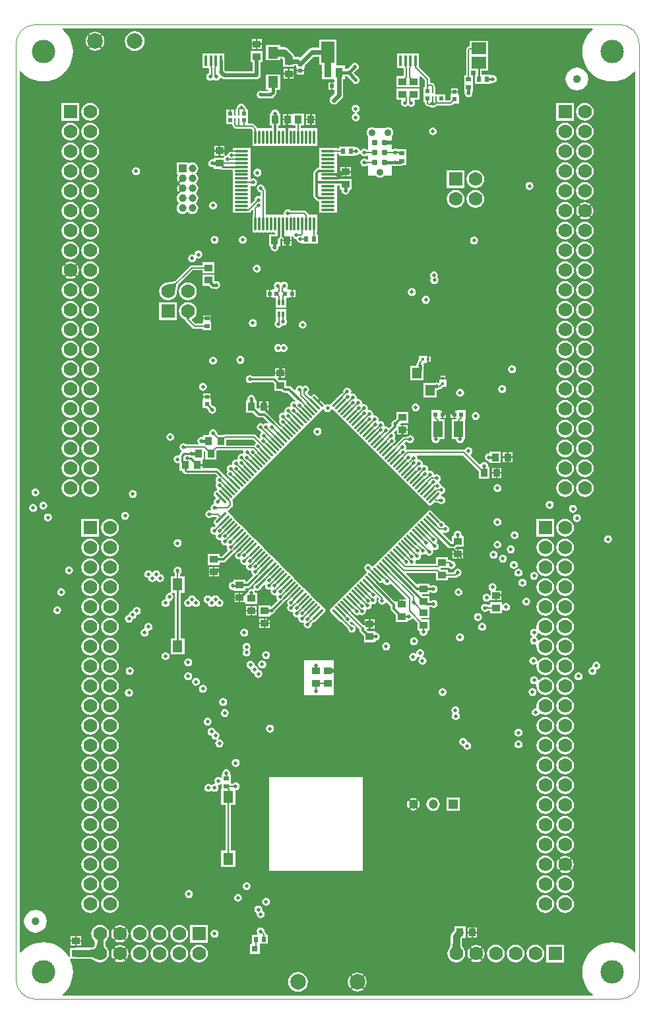
<source format=gtl>
G04*
G04 #@! TF.GenerationSoftware,Altium Limited,Altium Designer,20.0.9 (164)*
G04*
G04 Layer_Physical_Order=1*
G04 Layer_Color=255*
%FSLAX24Y24*%
%MOIN*%
G70*
G01*
G75*
%ADD12C,0.0059*%
%ADD13C,0.0079*%
%ADD14C,0.0236*%
%ADD15C,0.0039*%
%ADD16C,0.0098*%
%ADD17C,0.0157*%
%ADD18C,0.0118*%
%ADD91C,0.0200*%
%ADD92R,0.0472X0.0551*%
%ADD93C,0.0310*%
%ADD94R,0.0512X0.0610*%
%ADD95R,0.0354X0.0512*%
%ADD96R,0.0669X0.1063*%
%ADD97R,0.0354X0.0748*%
%ADD98R,0.0098X0.0197*%
%ADD99R,0.0207X0.0197*%
%ADD100R,0.0394X0.0354*%
%ADD101R,0.0256X0.0217*%
G04:AMPARAMS|DCode=102|XSize=11.8mil|YSize=70.9mil|CornerRadius=3mil|HoleSize=0mil|Usage=FLASHONLY|Rotation=315.000|XOffset=0mil|YOffset=0mil|HoleType=Round|Shape=RoundedRectangle|*
%AMROUNDEDRECTD102*
21,1,0.0118,0.0650,0,0,315.0*
21,1,0.0059,0.0709,0,0,315.0*
1,1,0.0059,-0.0209,-0.0251*
1,1,0.0059,-0.0251,-0.0209*
1,1,0.0059,0.0209,0.0251*
1,1,0.0059,0.0251,0.0209*
%
%ADD102ROUNDEDRECTD102*%
G04:AMPARAMS|DCode=103|XSize=11.8mil|YSize=70.9mil|CornerRadius=3mil|HoleSize=0mil|Usage=FLASHONLY|Rotation=225.000|XOffset=0mil|YOffset=0mil|HoleType=Round|Shape=RoundedRectangle|*
%AMROUNDEDRECTD103*
21,1,0.0118,0.0650,0,0,225.0*
21,1,0.0059,0.0709,0,0,225.0*
1,1,0.0059,-0.0251,0.0209*
1,1,0.0059,-0.0209,0.0251*
1,1,0.0059,0.0251,-0.0209*
1,1,0.0059,0.0209,-0.0251*
%
%ADD103ROUNDEDRECTD103*%
%ADD104O,0.0118X0.0709*%
%ADD105O,0.0709X0.0118*%
%ADD106R,0.0512X0.0591*%
%ADD107R,0.0748X0.0591*%
%ADD108R,0.0315X0.0315*%
%ADD109R,0.0118X0.0315*%
%ADD110R,0.0709X0.0748*%
%ADD111R,0.0748X0.0748*%
%ADD112R,0.0827X0.0630*%
%ADD113R,0.0157X0.0531*%
%ADD114R,0.0354X0.0394*%
%ADD115R,0.0244X0.0244*%
%ADD116R,0.0165X0.0181*%
%ADD117R,0.0472X0.0787*%
%ADD118R,0.0217X0.0256*%
%ADD119R,0.0244X0.0244*%
%ADD120R,0.0181X0.0165*%
%ADD121C,0.0197*%
%ADD122C,0.0354*%
%ADD123C,0.0060*%
%ADD124C,0.0315*%
%ADD125C,0.0787*%
%ADD126C,0.0346*%
%ADD127R,0.0700X0.0700*%
%ADD128C,0.0700*%
%ADD129R,0.0700X0.0700*%
%ADD130C,0.0394*%
%ADD131R,0.0394X0.0394*%
%ADD132C,0.0472*%
%ADD133R,0.0472X0.0472*%
%ADD134C,0.1181*%
%ADD135C,0.0197*%
G36*
X29142Y48969D02*
X29057Y48896D01*
X28904Y48717D01*
X28781Y48516D01*
X28691Y48298D01*
X28636Y48069D01*
X28617Y47835D01*
X28636Y47600D01*
X28691Y47371D01*
X28781Y47153D01*
X28904Y46953D01*
X29057Y46774D01*
X29236Y46621D01*
X29437Y46498D01*
X29654Y46407D01*
X29883Y46352D01*
X30118Y46334D01*
X30353Y46352D01*
X30582Y46407D01*
X30799Y46498D01*
X31000Y46621D01*
X31179Y46774D01*
X31252Y46859D01*
X31299Y46842D01*
Y2371D01*
X31252Y2354D01*
X31179Y2439D01*
X31000Y2592D01*
X30799Y2715D01*
X30582Y2805D01*
X30353Y2860D01*
X30118Y2879D01*
X29883Y2860D01*
X29654Y2805D01*
X29437Y2715D01*
X29236Y2592D01*
X29057Y2439D01*
X28904Y2260D01*
X28781Y2059D01*
X28691Y1842D01*
X28636Y1613D01*
X28617Y1378D01*
X28636Y1143D01*
X28691Y914D01*
X28781Y697D01*
X28904Y496D01*
X29057Y317D01*
X29142Y244D01*
X29125Y197D01*
X2371D01*
X2354Y244D01*
X2439Y317D01*
X2592Y496D01*
X2715Y697D01*
X2805Y914D01*
X2860Y1143D01*
X2879Y1378D01*
X2860Y1613D01*
X2805Y1842D01*
X2741Y1997D01*
X2774Y2047D01*
X3013D01*
X3031Y2045D01*
X3737D01*
X3752Y2044D01*
X3777Y2042D01*
X3801Y2038D01*
X3825Y2032D01*
X3848Y2024D01*
X3871Y2015D01*
X3893Y2003D01*
X3915Y1990D01*
X3936Y1976D01*
X3960Y1957D01*
X3968Y1953D01*
X4022Y1911D01*
X4131Y1866D01*
X4248Y1851D01*
X4365Y1866D01*
X4474Y1911D01*
X4568Y1983D01*
X4640Y2077D01*
X4685Y2186D01*
X4700Y2303D01*
X4685Y2420D01*
X4640Y2529D01*
X4614Y2563D01*
X4611Y2570D01*
X4569Y2631D01*
X4554Y2657D01*
X4541Y2684D01*
X4530Y2709D01*
X4521Y2734D01*
X4514Y2758D01*
X4510Y2781D01*
X4507Y2803D01*
X4510Y2825D01*
X4514Y2848D01*
X4521Y2872D01*
X4530Y2897D01*
X4541Y2922D01*
X4553Y2948D01*
X4588Y3005D01*
X4609Y3035D01*
X4613Y3042D01*
X4640Y3077D01*
X4685Y3186D01*
X4700Y3303D01*
X4685Y3420D01*
X4685Y3420D01*
X4682Y3439D01*
X4657Y3501D01*
X4645Y3516D01*
X4640Y3529D01*
X4568Y3623D01*
X4474Y3695D01*
X4365Y3740D01*
X4248Y3755D01*
X4131Y3740D01*
X4022Y3695D01*
X3928Y3623D01*
X3856Y3529D01*
X3811Y3420D01*
X3796Y3303D01*
X3811Y3186D01*
X3856Y3077D01*
X3882Y3043D01*
X3885Y3036D01*
X3927Y2975D01*
X3942Y2949D01*
X3955Y2922D01*
X3966Y2897D01*
X3975Y2872D01*
X3982Y2848D01*
X3986Y2825D01*
X3989Y2803D01*
X3986Y2781D01*
X3982Y2758D01*
X3975Y2734D01*
X3966Y2709D01*
X3955Y2684D01*
X3943Y2659D01*
X3930Y2638D01*
X3926Y2636D01*
X3903Y2627D01*
X3879Y2619D01*
X3855Y2612D01*
X3830Y2607D01*
X3804Y2603D01*
X3777Y2601D01*
X3764Y2601D01*
X3031D01*
X3013Y2598D01*
X2736D01*
Y2120D01*
X2686Y2106D01*
X2592Y2260D01*
X2439Y2439D01*
X2260Y2592D01*
X2059Y2715D01*
X1842Y2805D01*
X1613Y2860D01*
X1378Y2879D01*
X1143Y2860D01*
X914Y2805D01*
X697Y2715D01*
X496Y2592D01*
X317Y2439D01*
X244Y2354D01*
X197Y2371D01*
Y46842D01*
X244Y46859D01*
X317Y46774D01*
X496Y46621D01*
X697Y46498D01*
X914Y46407D01*
X1143Y46352D01*
X1378Y46334D01*
X1613Y46352D01*
X1842Y46407D01*
X2059Y46498D01*
X2260Y46621D01*
X2439Y46774D01*
X2592Y46953D01*
X2715Y47153D01*
X2805Y47371D01*
X2860Y47600D01*
X2879Y47835D01*
X2860Y48069D01*
X2805Y48298D01*
X2715Y48516D01*
X2592Y48717D01*
X2439Y48896D01*
X2354Y48969D01*
X2371Y49016D01*
X29125D01*
X29142Y48969D01*
D02*
G37*
G36*
X4407Y2796D02*
X4410Y2765D01*
X4417Y2735D01*
X4425Y2704D01*
X4436Y2673D01*
X4450Y2642D01*
X4465Y2610D01*
X4484Y2578D01*
X4528Y2513D01*
X4044D01*
X4023Y2035D01*
X3996Y2056D01*
X3969Y2075D01*
X3941Y2092D01*
X3912Y2106D01*
X3883Y2118D01*
X3853Y2128D01*
X3822Y2136D01*
X3791Y2141D01*
X3758Y2145D01*
X3725Y2146D01*
X3749Y2500D01*
X3782Y2501D01*
X3815Y2504D01*
X3847Y2508D01*
X3878Y2514D01*
X3908Y2523D01*
X3938Y2532D01*
X3967Y2544D01*
X3994Y2558D01*
X4001Y2561D01*
X4031Y2610D01*
X4046Y2642D01*
X4060Y2673D01*
X4071Y2704D01*
X4080Y2735D01*
X4086Y2765D01*
X4089Y2796D01*
X4091Y2826D01*
X4406D01*
X4407Y2796D01*
D02*
G37*
%LPC*%
G36*
X3998Y48849D02*
X3875Y48832D01*
X3760Y48785D01*
X3700Y48739D01*
X3998Y48442D01*
X4296Y48739D01*
X4236Y48785D01*
X4121Y48832D01*
X3998Y48849D01*
D02*
G37*
G36*
X12422Y48466D02*
X12205D01*
Y48268D01*
X12422D01*
Y48466D01*
D02*
G37*
G36*
X12125D02*
X11909D01*
Y48268D01*
X12125D01*
Y48466D01*
D02*
G37*
G36*
X4365Y48670D02*
X4068Y48372D01*
X4365Y48074D01*
X4411Y48134D01*
X4458Y48249D01*
X4475Y48372D01*
X4458Y48495D01*
X4411Y48610D01*
X4365Y48670D01*
D02*
G37*
G36*
X3631Y48670D02*
X3585Y48610D01*
X3538Y48495D01*
X3522Y48372D01*
X3538Y48249D01*
X3585Y48134D01*
X3631Y48074D01*
X3928Y48372D01*
X3631Y48670D01*
D02*
G37*
G36*
X12422Y48188D02*
X12205D01*
Y47991D01*
X12422D01*
Y48188D01*
D02*
G37*
G36*
X12125D02*
X11909D01*
Y47991D01*
X12125D01*
Y48188D01*
D02*
G37*
G36*
X3998Y48302D02*
X3700Y48005D01*
X3760Y47959D01*
X3875Y47912D01*
X3998Y47896D01*
X4121Y47912D01*
X4236Y47959D01*
X4296Y48005D01*
X3998Y48302D01*
D02*
G37*
G36*
X5998Y48868D02*
X5870Y48852D01*
X5750Y48802D01*
X5647Y48723D01*
X5568Y48620D01*
X5519Y48501D01*
X5502Y48372D01*
X5519Y48244D01*
X5568Y48124D01*
X5647Y48021D01*
X5750Y47942D01*
X5870Y47893D01*
X5998Y47876D01*
X6126Y47893D01*
X6246Y47942D01*
X6349Y48021D01*
X6428Y48124D01*
X6477Y48244D01*
X6494Y48372D01*
X6477Y48501D01*
X6428Y48620D01*
X6349Y48723D01*
X6246Y48802D01*
X6126Y48852D01*
X5998Y48868D01*
D02*
G37*
G36*
X16181Y48445D02*
X15315D01*
Y48036D01*
X14961D01*
X14876Y48019D01*
X14805Y47971D01*
X14366Y47533D01*
X14317Y47566D01*
X14232Y47583D01*
X14075D01*
Y47638D01*
X14045D01*
X14020Y47698D01*
X13976Y47756D01*
X13740Y47992D01*
X13682Y48036D01*
X13615Y48064D01*
X13543Y48073D01*
X13346D01*
Y48189D01*
X12638D01*
Y47402D01*
X13346D01*
Y47517D01*
X13428D01*
X13484Y47461D01*
Y47087D01*
X13761D01*
X13780Y47084D01*
X13798Y47087D01*
X14075D01*
Y47141D01*
X14141D01*
X14150Y47133D01*
Y47004D01*
X14198D01*
Y46901D01*
X14370D01*
X14542D01*
Y47004D01*
X14591D01*
Y47133D01*
X15052Y47594D01*
X15315D01*
Y47185D01*
X15472D01*
Y46437D01*
X16013D01*
X16024Y46437D01*
X16063D01*
X16098Y46397D01*
Y46274D01*
X15995D01*
Y46102D01*
Y45930D01*
X16098D01*
Y45741D01*
X15907Y45550D01*
X15907Y45550D01*
X15859Y45478D01*
X15842Y45394D01*
X15859Y45309D01*
X15907Y45238D01*
X15978Y45190D01*
X16063Y45173D01*
X16147Y45190D01*
X16219Y45238D01*
X16475Y45493D01*
X16523Y45565D01*
X16540Y45650D01*
Y46102D01*
Y46437D01*
X16614D01*
Y46611D01*
X16698D01*
X16734Y46586D01*
X16743Y46585D01*
X16978Y46349D01*
X16980Y46341D01*
X17023Y46275D01*
X17089Y46232D01*
X17165Y46217D01*
X17242Y46232D01*
X17307Y46275D01*
X17351Y46341D01*
X17366Y46417D01*
X17351Y46494D01*
X17307Y46559D01*
X17242Y46603D01*
X17234Y46604D01*
X17066Y46772D01*
X17194Y46899D01*
X17203Y46901D01*
X17268Y46945D01*
X17311Y47010D01*
X17327Y47087D01*
X17311Y47163D01*
X17268Y47229D01*
X17203Y47272D01*
X17126Y47287D01*
X17049Y47272D01*
X16984Y47229D01*
X16941Y47163D01*
X16939Y47155D01*
X16756Y46972D01*
X16614D01*
Y47146D01*
X16207D01*
X16181Y47185D01*
X16181Y47196D01*
Y48445D01*
D02*
G37*
G36*
X12461Y47874D02*
X11870D01*
Y47323D01*
X11965D01*
Y46854D01*
X10595D01*
X10535Y46914D01*
Y47372D01*
X10532Y47389D01*
Y47736D01*
X9409D01*
Y47008D01*
X9716D01*
X9743Y46968D01*
X9746Y46964D01*
Y46762D01*
X9736Y46760D01*
X9671Y46717D01*
X9628Y46652D01*
X9612Y46575D01*
X9628Y46498D01*
X9671Y46433D01*
X9736Y46389D01*
X9813Y46374D01*
X9890Y46389D01*
X9955Y46433D01*
X9986D01*
X10051Y46389D01*
X10128Y46374D01*
X10205Y46389D01*
X10270Y46433D01*
X10313Y46498D01*
X10315Y46504D01*
X10363Y46519D01*
X10370Y46512D01*
X10435Y46468D01*
X10512Y46453D01*
X12165D01*
X12242Y46468D01*
X12307Y46512D01*
X12351Y46577D01*
X12366Y46654D01*
Y47323D01*
X12461D01*
Y47874D01*
D02*
G37*
G36*
X14036Y46969D02*
X13820D01*
Y46772D01*
X14036D01*
Y46969D01*
D02*
G37*
G36*
X13740D02*
X13523D01*
Y46772D01*
X13740D01*
Y46969D01*
D02*
G37*
G36*
X14542Y46839D02*
X14370D01*
X14198D01*
Y46698D01*
X14542D01*
Y46839D01*
D02*
G37*
G36*
X14036Y46692D02*
X13820D01*
Y46495D01*
X14036D01*
Y46692D01*
D02*
G37*
G36*
X13740D02*
X13523D01*
Y46495D01*
X13740D01*
Y46692D01*
D02*
G37*
G36*
X23858Y48396D02*
X22913D01*
Y48123D01*
X22863Y48113D01*
X22821Y48085D01*
X22781Y48045D01*
X22753Y48003D01*
X22743Y47953D01*
Y46663D01*
X22648D01*
Y46250D01*
Y45856D01*
X22649D01*
X22659Y45849D01*
X22685Y45806D01*
X22673Y45748D01*
X22689Y45671D01*
X22732Y45606D01*
X22797Y45563D01*
X22874Y45547D01*
X22951Y45563D01*
X23016Y45606D01*
X23059Y45671D01*
X23075Y45748D01*
X23063Y45806D01*
X23089Y45849D01*
X23099Y45856D01*
X23100D01*
Y46250D01*
Y46663D01*
X23005D01*
Y46880D01*
X23235D01*
Y46683D01*
X23179D01*
Y46230D01*
X23986D01*
Y46232D01*
X23994Y46241D01*
X24036Y46268D01*
X24094Y46256D01*
X24171Y46271D01*
X24236Y46315D01*
X24280Y46380D01*
X24295Y46457D01*
X24280Y46533D01*
X24236Y46599D01*
X24171Y46642D01*
X24094Y46657D01*
X24036Y46646D01*
X23994Y46672D01*
X23986Y46681D01*
Y46683D01*
X23536D01*
Y46880D01*
X23858D01*
Y47608D01*
Y48396D01*
D02*
G37*
G36*
X15934Y46274D02*
X15793D01*
Y45930D01*
X15934D01*
Y46102D01*
Y46274D01*
D02*
G37*
G36*
X28346Y47033D02*
X28197Y47013D01*
X28058Y46956D01*
X27939Y46864D01*
X27847Y46745D01*
X27790Y46606D01*
X27770Y46457D01*
X27790Y46308D01*
X27847Y46169D01*
X27939Y46049D01*
X28058Y45958D01*
X28197Y45900D01*
X28346Y45880D01*
X28496Y45900D01*
X28635Y45958D01*
X28754Y46049D01*
X28845Y46169D01*
X28903Y46308D01*
X28923Y46457D01*
X28903Y46606D01*
X28845Y46745D01*
X28754Y46864D01*
X28635Y46956D01*
X28496Y47013D01*
X28346Y47033D01*
D02*
G37*
G36*
X13346Y46693D02*
X12638D01*
Y45906D01*
X12738D01*
X12761Y45856D01*
X12756Y45850D01*
X12455D01*
X12448Y45855D01*
X12371Y45870D01*
X12294Y45855D01*
X12229Y45811D01*
X12186Y45746D01*
X12171Y45669D01*
X12186Y45592D01*
X12229Y45527D01*
X12294Y45484D01*
X12371Y45469D01*
X12448Y45484D01*
X12455Y45489D01*
X12790D01*
X12797Y45484D01*
X12874Y45469D01*
X12951Y45484D01*
X13016Y45527D01*
X13059Y45592D01*
X13061Y45601D01*
X13120Y45660D01*
X13159Y45718D01*
X13173Y45787D01*
Y45906D01*
X13346D01*
Y46693D01*
D02*
G37*
G36*
X22337Y45979D02*
X21993D01*
Y45838D01*
X22337D01*
Y45979D01*
D02*
G37*
G36*
X19813Y45969D02*
X19813D01*
Y45969D01*
X19765Y45969D01*
X19222D01*
Y45418D01*
X19464D01*
X19491Y45368D01*
X19470Y45338D01*
X19455Y45261D01*
X19470Y45184D01*
X19514Y45119D01*
X19579Y45075D01*
X19655Y45060D01*
X19732Y45075D01*
X19777Y45106D01*
X19813Y45115D01*
X19849Y45106D01*
X19894Y45075D01*
X19970Y45060D01*
X20047Y45075D01*
X20112Y45119D01*
X20156Y45184D01*
X20171Y45261D01*
X20156Y45338D01*
X20135Y45368D01*
X20162Y45418D01*
X20404D01*
Y45969D01*
X19862D01*
X19813Y45969D01*
Y45969D01*
D02*
G37*
G36*
X20374Y47736D02*
X19252D01*
Y47008D01*
X19559D01*
X19586Y46968D01*
X19589Y46964D01*
Y46599D01*
X19222D01*
Y46048D01*
X19813D01*
Y46048D01*
X19863Y46048D01*
X20404D01*
Y46552D01*
X20404Y46585D01*
X20448Y46610D01*
X20452Y46608D01*
X20662Y46398D01*
Y46043D01*
X20591D01*
Y45650D01*
Y45295D01*
X20662D01*
Y45256D01*
X20672Y45206D01*
X20700Y45164D01*
X20759Y45105D01*
X20801Y45076D01*
X20851Y45066D01*
X20888D01*
X20893Y45064D01*
X20896Y45063D01*
X20925Y45047D01*
X20935Y45040D01*
X20943Y45037D01*
X20966Y45021D01*
X21043Y45006D01*
X21120Y45021D01*
X21185Y45065D01*
X21187Y45068D01*
X21231Y45076D01*
X21273Y45105D01*
X21287Y45119D01*
X21288Y45119D01*
X21290Y45121D01*
X21293Y45122D01*
X21295Y45123D01*
X21298Y45124D01*
X21300Y45125D01*
X21303Y45125D01*
X21304Y45125D01*
X21969D01*
X22018Y45135D01*
X22061Y45164D01*
X22129Y45232D01*
X22386D01*
Y45673D01*
X22337D01*
Y45777D01*
X21993D01*
Y45673D01*
X21945D01*
Y45417D01*
X21914Y45386D01*
X21693D01*
Y45689D01*
X21191D01*
Y46043D01*
X21174D01*
Y46083D01*
X21164Y46133D01*
X21136Y46175D01*
X21077Y46234D01*
X21034Y46262D01*
X20984Y46272D01*
X20923D01*
Y46452D01*
X20913Y46502D01*
X20885Y46544D01*
X20374Y47055D01*
Y47736D01*
D02*
G37*
G36*
X13680Y44666D02*
X13483D01*
Y44449D01*
X13680D01*
Y44666D01*
D02*
G37*
G36*
X15139D02*
X14942D01*
Y44449D01*
X15139D01*
Y44666D01*
D02*
G37*
G36*
X14862D02*
X14664D01*
Y44449D01*
X14862D01*
Y44666D01*
D02*
G37*
G36*
X28196Y45252D02*
X27300D01*
Y44355D01*
X28196D01*
Y45252D01*
D02*
G37*
G36*
X3196D02*
X2300D01*
Y44355D01*
X3196D01*
Y45252D01*
D02*
G37*
G36*
X28748Y45255D02*
X28631Y45240D01*
X28522Y45195D01*
X28428Y45123D01*
X28356Y45029D01*
X28311Y44920D01*
X28296Y44803D01*
X28311Y44686D01*
X28356Y44577D01*
X28428Y44483D01*
X28522Y44411D01*
X28631Y44366D01*
X28748Y44351D01*
X28865Y44366D01*
X28974Y44411D01*
X29068Y44483D01*
X29140Y44577D01*
X29185Y44686D01*
X29200Y44803D01*
X29185Y44920D01*
X29140Y45029D01*
X29068Y45123D01*
X28974Y45195D01*
X28865Y45240D01*
X28748Y45255D01*
D02*
G37*
G36*
X3748D02*
X3631Y45240D01*
X3522Y45195D01*
X3428Y45123D01*
X3356Y45029D01*
X3311Y44920D01*
X3296Y44803D01*
X3311Y44686D01*
X3356Y44577D01*
X3428Y44483D01*
X3522Y44411D01*
X3631Y44366D01*
X3748Y44351D01*
X3865Y44366D01*
X3974Y44411D01*
X4068Y44483D01*
X4140Y44577D01*
X4185Y44686D01*
X4200Y44803D01*
X4185Y44920D01*
X4140Y45029D01*
X4068Y45123D01*
X3974Y45195D01*
X3865Y45240D01*
X3748Y45255D01*
D02*
G37*
G36*
X17165Y45161D02*
X17089Y45146D01*
X17023Y45103D01*
X16980Y45037D01*
X16965Y44961D01*
X16980Y44884D01*
X17023Y44819D01*
X17089Y44775D01*
X17117Y44770D01*
Y44719D01*
X17089Y44713D01*
X17023Y44669D01*
X16980Y44604D01*
X16965Y44528D01*
X16980Y44451D01*
X17023Y44386D01*
X17089Y44342D01*
X17165Y44327D01*
X17242Y44342D01*
X17307Y44386D01*
X17351Y44451D01*
X17366Y44528D01*
X17351Y44604D01*
X17307Y44669D01*
X17242Y44713D01*
X17214Y44719D01*
Y44770D01*
X17242Y44775D01*
X17307Y44819D01*
X17351Y44884D01*
X17366Y44961D01*
X17351Y45037D01*
X17307Y45103D01*
X17242Y45146D01*
X17165Y45161D01*
D02*
G37*
G36*
X15139Y44369D02*
X14942D01*
Y44153D01*
X15139D01*
Y44369D01*
D02*
G37*
G36*
X14862D02*
X14664D01*
Y44153D01*
X14862D01*
Y44369D01*
D02*
G37*
G36*
X13680Y44369D02*
X13483D01*
Y44153D01*
X13680D01*
Y44369D01*
D02*
G37*
G36*
X18786Y44030D02*
X18715Y44021D01*
X18649Y43993D01*
X18627Y43976D01*
X18145D01*
X18123Y43993D01*
X18057Y44021D01*
X17986Y44030D01*
X17915Y44021D01*
X17849Y43993D01*
X17827Y43976D01*
X17795D01*
Y43952D01*
X17792Y43950D01*
X17749Y43893D01*
X17721Y43827D01*
X17712Y43756D01*
X17721Y43685D01*
X17749Y43619D01*
X17792Y43562D01*
X17795Y43560D01*
Y42918D01*
X17787Y42910D01*
X17745Y42896D01*
X17728Y42908D01*
X17717Y42916D01*
X17707Y42920D01*
X17675Y42941D01*
X17598Y42957D01*
X17522Y42941D01*
X17457Y42898D01*
X17429Y42856D01*
X17375Y42867D01*
X17370Y42892D01*
X17327Y42957D01*
X17262Y43000D01*
X17185Y43016D01*
X17171Y43013D01*
X17136Y43041D01*
Y43041D01*
X16329D01*
Y42945D01*
X16220D01*
Y42976D01*
X15315D01*
Y42830D01*
X15312Y42815D01*
X15315Y42799D01*
Y42634D01*
X15312Y42618D01*
X15315Y42603D01*
Y42437D01*
X15312Y42421D01*
X15315Y42406D01*
Y42240D01*
X15312Y42224D01*
X15315Y42209D01*
Y42043D01*
X15313Y42035D01*
X15295Y41991D01*
X15234Y41979D01*
X15182Y41944D01*
X15182Y41944D01*
X15083Y41846D01*
X15049Y41794D01*
X15036Y41732D01*
X15036Y41732D01*
Y41240D01*
Y40551D01*
X15036Y40551D01*
X15049Y40490D01*
X15083Y40438D01*
X15182Y40339D01*
X15182Y40339D01*
X15234Y40304D01*
X15295Y40292D01*
X15313Y40249D01*
X15315Y40240D01*
Y40075D01*
X15312Y40059D01*
X15315Y40044D01*
Y39878D01*
X15312Y39862D01*
X15315Y39847D01*
Y39702D01*
X16220D01*
Y39847D01*
X16224Y39862D01*
X16220Y39878D01*
Y40044D01*
X16224Y40059D01*
X16220Y40075D01*
Y40240D01*
X16224Y40256D01*
X16220Y40271D01*
Y40437D01*
X16224Y40453D01*
X16220Y40468D01*
Y40634D01*
X16224Y40650D01*
X16220Y40665D01*
Y40831D01*
X16224Y40846D01*
X16220Y40862D01*
Y41028D01*
X16224Y41043D01*
X16262Y41080D01*
X16358D01*
Y40866D01*
X16421D01*
X16453Y40827D01*
X16453Y40827D01*
X16468Y40750D01*
X16512Y40685D01*
X16577Y40641D01*
X16654Y40626D01*
X16730Y40641D01*
X16795Y40685D01*
X16839Y40750D01*
X16854Y40827D01*
X16854Y40827D01*
X16886Y40866D01*
X16949D01*
Y41417D01*
X16358D01*
Y41401D01*
X16220D01*
Y41533D01*
X16211Y41545D01*
X16198Y41556D01*
X16182Y41564D01*
X16165Y41570D01*
X16144Y41574D01*
X16122Y41575D01*
X16220Y41640D01*
Y41815D01*
X16224Y41831D01*
X16220Y41846D01*
Y42012D01*
X16224Y42028D01*
X16220Y42043D01*
Y42209D01*
X16224Y42224D01*
X16220Y42240D01*
Y42406D01*
X16224Y42421D01*
X16220Y42437D01*
Y42603D01*
X16224Y42618D01*
X16220Y42634D01*
Y42684D01*
X16329D01*
Y42589D01*
X17136D01*
Y42589D01*
X17171Y42617D01*
X17185Y42614D01*
X17262Y42630D01*
X17327Y42673D01*
X17355Y42715D01*
X17408Y42704D01*
X17413Y42679D01*
X17457Y42614D01*
X17522Y42570D01*
X17598Y42555D01*
X17675Y42570D01*
X17706Y42591D01*
X17716Y42596D01*
X17739Y42612D01*
X17746Y42617D01*
X17795Y42594D01*
Y42406D01*
X17787Y42399D01*
X17745Y42384D01*
X17728Y42396D01*
X17717Y42404D01*
X17707Y42408D01*
X17675Y42430D01*
X17598Y42445D01*
X17522Y42430D01*
X17457Y42386D01*
X17413Y42321D01*
X17398Y42244D01*
X17413Y42167D01*
X17457Y42102D01*
X17522Y42059D01*
X17598Y42043D01*
X17675Y42059D01*
X17706Y42079D01*
X17716Y42084D01*
X17739Y42100D01*
X17746Y42105D01*
X17795Y42082D01*
Y41575D01*
X18182D01*
X18192Y41562D01*
X18249Y41519D01*
X18315Y41491D01*
X18386Y41482D01*
X18457Y41491D01*
X18523Y41519D01*
X18580Y41562D01*
X18589Y41575D01*
X18976D01*
Y42075D01*
X19077D01*
X19085Y42070D01*
X19161Y42055D01*
X19238Y42070D01*
X19245Y42075D01*
X19421D01*
X19490Y42089D01*
X19531Y42116D01*
X19715D01*
Y42510D01*
Y42923D01*
X19277D01*
X19250Y42941D01*
X19173Y42957D01*
X19096Y42941D01*
X19065Y42921D01*
X19056Y42916D01*
X19033Y42900D01*
X19025Y42895D01*
X18976Y42918D01*
Y43560D01*
X18980Y43562D01*
X19023Y43619D01*
X19050Y43685D01*
X19060Y43756D01*
X19050Y43827D01*
X19023Y43893D01*
X18980Y43950D01*
X18976Y43952D01*
Y43976D01*
X18945D01*
X18923Y43993D01*
X18857Y44021D01*
X18786Y44030D01*
D02*
G37*
G36*
X21063Y44020D02*
X20986Y44004D01*
X20921Y43961D01*
X20878Y43896D01*
X20862Y43819D01*
X20878Y43742D01*
X20921Y43677D01*
X20986Y43633D01*
X21063Y43618D01*
X21140Y43633D01*
X21205Y43677D01*
X21248Y43742D01*
X21264Y43819D01*
X21248Y43896D01*
X21205Y43961D01*
X21140Y44004D01*
X21063Y44020D01*
D02*
G37*
G36*
X28748Y44255D02*
X28631Y44240D01*
X28522Y44195D01*
X28428Y44123D01*
X28356Y44029D01*
X28311Y43920D01*
X28296Y43803D01*
X28311Y43686D01*
X28356Y43577D01*
X28428Y43483D01*
X28522Y43411D01*
X28631Y43366D01*
X28748Y43351D01*
X28865Y43366D01*
X28974Y43411D01*
X29068Y43483D01*
X29140Y43577D01*
X29185Y43686D01*
X29200Y43803D01*
X29185Y43920D01*
X29140Y44029D01*
X29068Y44123D01*
X28974Y44195D01*
X28865Y44240D01*
X28748Y44255D01*
D02*
G37*
G36*
X27748D02*
X27631Y44240D01*
X27522Y44195D01*
X27428Y44123D01*
X27356Y44029D01*
X27311Y43920D01*
X27296Y43803D01*
X27311Y43686D01*
X27356Y43577D01*
X27428Y43483D01*
X27522Y43411D01*
X27631Y43366D01*
X27748Y43351D01*
X27865Y43366D01*
X27974Y43411D01*
X28068Y43483D01*
X28140Y43577D01*
X28185Y43686D01*
X28200Y43803D01*
X28185Y43920D01*
X28140Y44029D01*
X28068Y44123D01*
X27974Y44195D01*
X27865Y44240D01*
X27748Y44255D01*
D02*
G37*
G36*
X3748D02*
X3631Y44240D01*
X3522Y44195D01*
X3428Y44123D01*
X3356Y44029D01*
X3311Y43920D01*
X3296Y43803D01*
X3311Y43686D01*
X3356Y43577D01*
X3428Y43483D01*
X3522Y43411D01*
X3631Y43366D01*
X3748Y43351D01*
X3865Y43366D01*
X3974Y43411D01*
X4068Y43483D01*
X4140Y43577D01*
X4185Y43686D01*
X4200Y43803D01*
X4185Y43920D01*
X4140Y44029D01*
X4068Y44123D01*
X3974Y44195D01*
X3865Y44240D01*
X3748Y44255D01*
D02*
G37*
G36*
X2748D02*
X2631Y44240D01*
X2522Y44195D01*
X2428Y44123D01*
X2356Y44029D01*
X2311Y43920D01*
X2296Y43803D01*
X2311Y43686D01*
X2356Y43577D01*
X2428Y43483D01*
X2522Y43411D01*
X2631Y43366D01*
X2748Y43351D01*
X2865Y43366D01*
X2974Y43411D01*
X3068Y43483D01*
X3140Y43577D01*
X3185Y43686D01*
X3200Y43803D01*
X3185Y43920D01*
X3140Y44029D01*
X3068Y44123D01*
X2974Y44195D01*
X2865Y44240D01*
X2748Y44255D01*
D02*
G37*
G36*
X11378Y45220D02*
X11301Y45205D01*
X11236Y45162D01*
X11193Y45096D01*
X11187Y45068D01*
X11183Y45063D01*
X11173Y45053D01*
X11144Y45011D01*
X11134Y44961D01*
Y44921D01*
X11117D01*
Y44902D01*
X10635D01*
Y44567D01*
X10615D01*
Y44173D01*
X10937D01*
Y44134D01*
X10947Y44084D01*
X10976Y44042D01*
X11035Y43983D01*
X11077Y43954D01*
X11127Y43944D01*
X11895D01*
X11946Y43893D01*
Y43819D01*
X11946Y43819D01*
Y43228D01*
X11946Y43228D01*
Y43071D01*
X12091D01*
X12106Y43068D01*
X12122Y43071D01*
X12288D01*
X12303Y43068D01*
X12318Y43071D01*
X12485D01*
X12500Y43068D01*
X12515Y43071D01*
X12682D01*
X12697Y43068D01*
X12712Y43071D01*
X12878D01*
X12894Y43068D01*
X12909Y43071D01*
X13075D01*
X13091Y43068D01*
X13106Y43071D01*
X13272D01*
X13287Y43068D01*
X13303Y43071D01*
X13469D01*
X13484Y43068D01*
X13500Y43071D01*
X13863D01*
X13878Y43068D01*
X13893Y43071D01*
X14059D01*
X14075Y43068D01*
X14090Y43071D01*
X14256D01*
X14272Y43068D01*
X14287Y43071D01*
X14453D01*
X14468Y43068D01*
X14484Y43071D01*
X14650D01*
X14665Y43068D01*
X14681Y43071D01*
X14847D01*
X14862Y43068D01*
X14878Y43071D01*
X15044D01*
X15059Y43068D01*
X15074Y43071D01*
X15220D01*
Y43976D01*
X15075D01*
X15059Y43979D01*
X15043Y43976D01*
X14878D01*
X14862Y43979D01*
X14847Y43976D01*
X14681D01*
X14665Y43979D01*
X14650Y43976D01*
X14484D01*
X14468Y43979D01*
X14453Y43976D01*
X14402D01*
Y44114D01*
X14547D01*
Y44705D01*
X13996D01*
Y44694D01*
X13958Y44666D01*
X13946Y44666D01*
X13760D01*
Y44409D01*
Y44153D01*
X13946D01*
X13958Y44153D01*
X13996Y44125D01*
Y44114D01*
X14141D01*
Y43976D01*
X14090D01*
X14075Y43979D01*
X14059Y43976D01*
X13894D01*
X13878Y43979D01*
X13862Y43976D01*
X13500D01*
X13484Y43979D01*
X13469Y43976D01*
X13303D01*
X13287Y43979D01*
X13251Y44018D01*
Y44114D01*
X13366D01*
Y44705D01*
X13307D01*
X13291Y44724D01*
X13276Y44801D01*
X13232Y44866D01*
X13167Y44910D01*
X13091Y44925D01*
X13014Y44910D01*
X12949Y44866D01*
X12905Y44801D01*
X12890Y44724D01*
X12874Y44705D01*
X12815D01*
Y44114D01*
X12930D01*
Y44018D01*
X12894Y43979D01*
X12878Y43976D01*
X12713D01*
X12697Y43979D01*
X12681Y43976D01*
X12516D01*
X12500Y43979D01*
X12484Y43976D01*
X12319D01*
X12303Y43979D01*
X12287Y43976D01*
X12221D01*
X12199Y44010D01*
X12041Y44167D01*
X11999Y44195D01*
X11949Y44205D01*
X11718D01*
Y44528D01*
Y44921D01*
X11646D01*
Y44961D01*
X11636Y45011D01*
X11608Y45053D01*
X11587Y45074D01*
X11568Y45096D01*
X11558Y45107D01*
X11552Y45117D01*
X11549Y45121D01*
X11542Y45128D01*
X11520Y45162D01*
X11455Y45205D01*
X11378Y45220D01*
D02*
G37*
G36*
X10532Y43072D02*
X10316D01*
Y42875D01*
X10532D01*
Y43072D01*
D02*
G37*
G36*
X10236D02*
X10019D01*
Y42875D01*
X10236D01*
Y43072D01*
D02*
G37*
G36*
X11850Y42976D02*
X10945D01*
Y42846D01*
X10906Y42815D01*
X10886Y42819D01*
X10809Y42804D01*
X10744Y42760D01*
X10700Y42695D01*
X10686Y42621D01*
X10612Y42607D01*
X10576Y42583D01*
X10532Y42614D01*
X10532Y42643D01*
Y42795D01*
X10316D01*
Y42597D01*
X10488D01*
X10514Y42597D01*
X10516Y42596D01*
X10538Y42550D01*
X10538Y42549D01*
X10504Y42498D01*
X10500Y42480D01*
X9980D01*
Y42433D01*
X9942Y42401D01*
X9921Y42405D01*
X9844Y42390D01*
X9779Y42347D01*
X9736Y42282D01*
X9721Y42205D01*
X9736Y42128D01*
X9779Y42063D01*
X9844Y42019D01*
X9921Y42004D01*
X9942Y42008D01*
X9980Y41976D01*
Y41929D01*
X10338D01*
X10346Y41921D01*
X10395Y41888D01*
X10453Y41877D01*
X10910D01*
X10942Y41831D01*
X10945Y41815D01*
Y41649D01*
X10942Y41634D01*
X10945Y41618D01*
Y41453D01*
X10942Y41437D01*
X10945Y41421D01*
Y41256D01*
X10942Y41240D01*
X10945Y41225D01*
Y41059D01*
X10942Y41043D01*
X10945Y41028D01*
Y40862D01*
X10942Y40846D01*
X10945Y40831D01*
Y40665D01*
X10942Y40650D01*
X10945Y40634D01*
Y40468D01*
X10942Y40453D01*
X10945Y40437D01*
Y40271D01*
X10942Y40256D01*
X10945Y40240D01*
Y40075D01*
X10942Y40059D01*
X10945Y40044D01*
Y39878D01*
X10942Y39862D01*
X10945Y39847D01*
Y39702D01*
X11850D01*
Y39776D01*
X11930Y39855D01*
X11976Y39836D01*
Y39606D01*
X11946D01*
Y39449D01*
Y38858D01*
Y38701D01*
X12091D01*
X12106Y38698D01*
X12122Y38701D01*
X12288D01*
X12303Y38698D01*
X12319Y38701D01*
X12484D01*
X12500Y38698D01*
X12515Y38701D01*
X12681D01*
X12697Y38698D01*
X12712Y38701D01*
X12878D01*
X12894Y38698D01*
X12909Y38701D01*
X13075D01*
X13091Y38698D01*
X13127Y38659D01*
Y38602D01*
X12795D01*
Y38012D01*
X12843D01*
X12874Y37973D01*
X12870Y37953D01*
X12885Y37876D01*
X12929Y37811D01*
X12994Y37767D01*
X13071Y37752D01*
X13148Y37767D01*
X13213Y37811D01*
X13256Y37876D01*
X13272Y37953D01*
X13268Y37973D01*
X13299Y38012D01*
X13346D01*
Y38356D01*
X13401Y38410D01*
X13401Y38410D01*
X13414Y38429D01*
X13464Y38414D01*
Y38347D01*
X13701D01*
X13938D01*
Y38500D01*
X13988Y38506D01*
X14031Y38441D01*
X14096Y38397D01*
X14170Y38383D01*
X14185Y38309D01*
X14228Y38244D01*
X14293Y38200D01*
X14370Y38185D01*
X14409Y38193D01*
X14459Y38159D01*
Y38159D01*
X15266D01*
Y38612D01*
X15190D01*
Y38701D01*
X15220D01*
Y39606D01*
X15075D01*
X15059Y39609D01*
X15044Y39606D01*
X14878D01*
X14862Y39609D01*
X14847Y39606D01*
X14792D01*
X14786Y39637D01*
X14758Y39679D01*
X14659Y39777D01*
X14617Y39806D01*
X14567Y39815D01*
X13903D01*
X13901Y39817D01*
X13898Y39818D01*
X13869Y39837D01*
X13859Y39845D01*
X13849Y39849D01*
X13817Y39870D01*
X13740Y39886D01*
X13663Y39870D01*
X13598Y39827D01*
X13555Y39762D01*
X13539Y39685D01*
X13545Y39656D01*
X13504Y39606D01*
X13303D01*
X13287Y39609D01*
X13272Y39606D01*
X13106D01*
X13091Y39609D01*
X13075Y39606D01*
X12909D01*
X12894Y39609D01*
X12878Y39606D01*
X12712D01*
X12697Y39609D01*
X12681Y39606D01*
X12630D01*
Y40807D01*
X12621Y40857D01*
X12592Y40899D01*
X12570Y40922D01*
X12569Y40924D01*
X12568Y40928D01*
X12561Y40961D01*
X12559Y40974D01*
X12555Y40984D01*
X12548Y41022D01*
X12504Y41087D01*
X12439Y41130D01*
X12362Y41146D01*
X12285Y41130D01*
X12220Y41087D01*
X12177Y41022D01*
X12162Y40945D01*
X12177Y40868D01*
X12220Y40803D01*
X12285Y40759D01*
X12322Y40752D01*
X12332Y40748D01*
X12360Y40744D01*
X12369Y40742D01*
X12370Y40742D01*
Y40567D01*
X12329Y40539D01*
X12320Y40540D01*
X12244Y40555D01*
X12167Y40540D01*
X12102Y40496D01*
X12059Y40431D01*
X12043Y40354D01*
X12046Y40341D01*
X11897Y40191D01*
X11850Y40210D01*
Y40240D01*
X11853Y40256D01*
X11850Y40271D01*
Y40437D01*
X11853Y40453D01*
X11850Y40468D01*
Y40634D01*
X11853Y40650D01*
X11850Y40665D01*
Y40831D01*
X11853Y40846D01*
X11850Y40862D01*
Y41028D01*
X11852Y41034D01*
X11852Y41035D01*
X11880Y41054D01*
X11901Y41062D01*
X11911Y41055D01*
X11988Y41039D01*
X12065Y41055D01*
X12130Y41098D01*
X12174Y41163D01*
X12189Y41240D01*
X12174Y41317D01*
X12130Y41382D01*
X12065Y41426D01*
X11988Y41441D01*
X11911Y41426D01*
X11901Y41418D01*
X11879Y41427D01*
X11853Y41445D01*
X11852Y41447D01*
X11850Y41453D01*
Y41618D01*
X11853Y41634D01*
X11850Y41649D01*
Y41815D01*
X11853Y41831D01*
X11850Y41846D01*
Y42012D01*
X11853Y42028D01*
X11850Y42043D01*
Y42209D01*
X11853Y42224D01*
X11850Y42240D01*
Y42406D01*
X11853Y42421D01*
X11850Y42437D01*
Y42603D01*
X11853Y42618D01*
X11850Y42634D01*
Y42976D01*
D02*
G37*
G36*
X10236Y42795D02*
X10019D01*
Y42597D01*
X10236D01*
Y42795D01*
D02*
G37*
G36*
X28748Y43255D02*
X28631Y43240D01*
X28522Y43195D01*
X28428Y43123D01*
X28356Y43029D01*
X28311Y42920D01*
X28296Y42803D01*
X28311Y42686D01*
X28356Y42577D01*
X28428Y42483D01*
X28522Y42411D01*
X28631Y42366D01*
X28748Y42351D01*
X28865Y42366D01*
X28974Y42411D01*
X29068Y42483D01*
X29140Y42577D01*
X29185Y42686D01*
X29200Y42803D01*
X29185Y42920D01*
X29140Y43029D01*
X29068Y43123D01*
X28974Y43195D01*
X28865Y43240D01*
X28748Y43255D01*
D02*
G37*
G36*
X27748D02*
X27631Y43240D01*
X27522Y43195D01*
X27428Y43123D01*
X27356Y43029D01*
X27311Y42920D01*
X27296Y42803D01*
X27311Y42686D01*
X27356Y42577D01*
X27428Y42483D01*
X27522Y42411D01*
X27631Y42366D01*
X27748Y42351D01*
X27865Y42366D01*
X27974Y42411D01*
X28068Y42483D01*
X28140Y42577D01*
X28185Y42686D01*
X28200Y42803D01*
X28185Y42920D01*
X28140Y43029D01*
X28068Y43123D01*
X27974Y43195D01*
X27865Y43240D01*
X27748Y43255D01*
D02*
G37*
G36*
X3748D02*
X3631Y43240D01*
X3522Y43195D01*
X3428Y43123D01*
X3356Y43029D01*
X3311Y42920D01*
X3296Y42803D01*
X3311Y42686D01*
X3356Y42577D01*
X3428Y42483D01*
X3522Y42411D01*
X3631Y42366D01*
X3748Y42351D01*
X3865Y42366D01*
X3974Y42411D01*
X4068Y42483D01*
X4140Y42577D01*
X4185Y42686D01*
X4200Y42803D01*
X4185Y42920D01*
X4140Y43029D01*
X4068Y43123D01*
X3974Y43195D01*
X3865Y43240D01*
X3748Y43255D01*
D02*
G37*
G36*
X2748D02*
X2631Y43240D01*
X2522Y43195D01*
X2428Y43123D01*
X2356Y43029D01*
X2311Y42920D01*
X2296Y42803D01*
X2311Y42686D01*
X2356Y42577D01*
X2428Y42483D01*
X2522Y42411D01*
X2631Y42366D01*
X2748Y42351D01*
X2865Y42366D01*
X2974Y42411D01*
X3068Y42483D01*
X3140Y42577D01*
X3185Y42686D01*
X3200Y42803D01*
X3185Y42920D01*
X3140Y43029D01*
X3068Y43123D01*
X2974Y43195D01*
X2865Y43240D01*
X2748Y43255D01*
D02*
G37*
G36*
X8911Y42243D02*
X8834Y42233D01*
X8763Y42203D01*
X8752Y42194D01*
X8707Y42217D01*
Y42240D01*
X8116D01*
Y41650D01*
X8158D01*
X8183Y41600D01*
X8171Y41584D01*
X8143Y41517D01*
X8133Y41445D01*
X8143Y41373D01*
X8171Y41306D01*
X8185Y41288D01*
X8377Y41480D01*
X8446Y41410D01*
X8244Y41208D01*
Y41182D01*
X8446Y40980D01*
X8411Y40945D01*
X8446Y40910D01*
X8227Y40691D01*
Y40676D01*
X8201Y40655D01*
X8153Y40594D01*
X8124Y40522D01*
X8114Y40445D01*
X8124Y40368D01*
X8153Y40296D01*
X8201Y40234D01*
X8220Y40220D01*
Y40170D01*
X8201Y40155D01*
X8153Y40094D01*
X8124Y40022D01*
X8114Y39945D01*
X8124Y39868D01*
X8153Y39796D01*
X8201Y39734D01*
X8263Y39687D01*
X8334Y39657D01*
X8411Y39647D01*
X8489Y39657D01*
X8560Y39687D01*
X8622Y39734D01*
X8636Y39753D01*
X8686D01*
X8701Y39734D01*
X8763Y39687D01*
X8834Y39657D01*
X8911Y39647D01*
X8989Y39657D01*
X9060Y39687D01*
X9122Y39734D01*
X9169Y39796D01*
X9199Y39868D01*
X9209Y39945D01*
X9199Y40022D01*
X9169Y40094D01*
X9122Y40155D01*
X9103Y40170D01*
Y40220D01*
X9122Y40234D01*
X9169Y40296D01*
X9199Y40368D01*
X9209Y40445D01*
X9199Y40522D01*
X9169Y40594D01*
X9122Y40655D01*
X9103Y40670D01*
Y40720D01*
X9122Y40734D01*
X9169Y40796D01*
X9199Y40868D01*
X9209Y40945D01*
X9199Y41022D01*
X9169Y41094D01*
X9122Y41155D01*
X9103Y41170D01*
Y41220D01*
X9122Y41234D01*
X9169Y41296D01*
X9199Y41368D01*
X9209Y41445D01*
X9199Y41522D01*
X9169Y41594D01*
X9122Y41655D01*
X9103Y41670D01*
Y41720D01*
X9122Y41734D01*
X9169Y41796D01*
X9199Y41868D01*
X9209Y41945D01*
X9199Y42022D01*
X9169Y42094D01*
X9122Y42155D01*
X9060Y42203D01*
X8989Y42233D01*
X8911Y42243D01*
D02*
G37*
G36*
X16910Y42009D02*
X16694D01*
Y41812D01*
X16910D01*
Y42009D01*
D02*
G37*
G36*
X16614D02*
X16397D01*
Y41812D01*
X16614D01*
Y42009D01*
D02*
G37*
G36*
X6071Y42004D02*
X5994Y41989D01*
X5929Y41945D01*
X5885Y41880D01*
X5870Y41803D01*
X5885Y41726D01*
X5929Y41661D01*
X5994Y41618D01*
X6071Y41602D01*
X6148Y41618D01*
X6213Y41661D01*
X6256Y41726D01*
X6272Y41803D01*
X6256Y41880D01*
X6213Y41945D01*
X6148Y41989D01*
X6071Y42004D01*
D02*
G37*
G36*
X16910Y41732D02*
X16694D01*
Y41534D01*
X16910D01*
Y41732D01*
D02*
G37*
G36*
X16614D02*
X16397D01*
Y41628D01*
X16476Y41575D01*
X16454Y41574D01*
X16434Y41570D01*
X16416Y41564D01*
X16401Y41556D01*
X16397Y41553D01*
Y41534D01*
X16614D01*
Y41732D01*
D02*
G37*
G36*
X12205Y41933D02*
X12128Y41918D01*
X12063Y41874D01*
X12019Y41809D01*
X12004Y41732D01*
X12019Y41655D01*
X12063Y41590D01*
X12128Y41547D01*
X12205Y41532D01*
X12282Y41547D01*
X12347Y41590D01*
X12390Y41655D01*
X12405Y41732D01*
X12390Y41809D01*
X12347Y41874D01*
X12282Y41918D01*
X12205Y41933D01*
D02*
G37*
G36*
X28748Y42255D02*
X28631Y42240D01*
X28522Y42195D01*
X28428Y42123D01*
X28356Y42029D01*
X28311Y41920D01*
X28296Y41803D01*
X28311Y41686D01*
X28356Y41577D01*
X28428Y41483D01*
X28522Y41411D01*
X28631Y41366D01*
X28748Y41351D01*
X28865Y41366D01*
X28974Y41411D01*
X29068Y41483D01*
X29140Y41577D01*
X29185Y41686D01*
X29200Y41803D01*
X29185Y41920D01*
X29140Y42029D01*
X29068Y42123D01*
X28974Y42195D01*
X28865Y42240D01*
X28748Y42255D01*
D02*
G37*
G36*
X27748D02*
X27631Y42240D01*
X27522Y42195D01*
X27428Y42123D01*
X27356Y42029D01*
X27311Y41920D01*
X27296Y41803D01*
X27311Y41686D01*
X27356Y41577D01*
X27428Y41483D01*
X27522Y41411D01*
X27631Y41366D01*
X27748Y41351D01*
X27865Y41366D01*
X27974Y41411D01*
X28068Y41483D01*
X28140Y41577D01*
X28185Y41686D01*
X28200Y41803D01*
X28185Y41920D01*
X28140Y42029D01*
X28068Y42123D01*
X27974Y42195D01*
X27865Y42240D01*
X27748Y42255D01*
D02*
G37*
G36*
X3748D02*
X3631Y42240D01*
X3522Y42195D01*
X3428Y42123D01*
X3356Y42029D01*
X3311Y41920D01*
X3296Y41803D01*
X3311Y41686D01*
X3356Y41577D01*
X3428Y41483D01*
X3522Y41411D01*
X3631Y41366D01*
X3748Y41351D01*
X3865Y41366D01*
X3974Y41411D01*
X4068Y41483D01*
X4140Y41577D01*
X4185Y41686D01*
X4200Y41803D01*
X4185Y41920D01*
X4140Y42029D01*
X4068Y42123D01*
X3974Y42195D01*
X3865Y42240D01*
X3748Y42255D01*
D02*
G37*
G36*
X2748D02*
X2631Y42240D01*
X2522Y42195D01*
X2428Y42123D01*
X2356Y42029D01*
X2311Y41920D01*
X2296Y41803D01*
X2311Y41686D01*
X2356Y41577D01*
X2428Y41483D01*
X2522Y41411D01*
X2631Y41366D01*
X2748Y41351D01*
X2865Y41366D01*
X2974Y41411D01*
X3068Y41483D01*
X3140Y41577D01*
X3185Y41686D01*
X3200Y41803D01*
X3185Y41920D01*
X3140Y42029D01*
X3068Y42123D01*
X2974Y42195D01*
X2865Y42240D01*
X2748Y42255D01*
D02*
G37*
G36*
X22665Y41854D02*
X21768D01*
Y40957D01*
X22665D01*
Y41854D01*
D02*
G37*
G36*
X23217Y41858D02*
X23099Y41842D01*
X22990Y41797D01*
X22897Y41725D01*
X22825Y41632D01*
X22780Y41523D01*
X22764Y41406D01*
X22780Y41288D01*
X22825Y41179D01*
X22897Y41086D01*
X22990Y41014D01*
X23099Y40969D01*
X23217Y40953D01*
X23334Y40969D01*
X23443Y41014D01*
X23536Y41086D01*
X23608Y41179D01*
X23653Y41288D01*
X23669Y41406D01*
X23653Y41523D01*
X23608Y41632D01*
X23536Y41725D01*
X23443Y41797D01*
X23334Y41842D01*
X23217Y41858D01*
D02*
G37*
G36*
X25945Y41264D02*
X25868Y41248D01*
X25803Y41205D01*
X25759Y41140D01*
X25744Y41063D01*
X25759Y40986D01*
X25803Y40921D01*
X25868Y40878D01*
X25945Y40862D01*
X26022Y40878D01*
X26087Y40921D01*
X26130Y40986D01*
X26146Y41063D01*
X26130Y41140D01*
X26087Y41205D01*
X26022Y41248D01*
X25945Y41264D01*
D02*
G37*
G36*
X8185Y41102D02*
X8171Y41084D01*
X8143Y41017D01*
X8133Y40945D01*
X8143Y40873D01*
X8171Y40806D01*
X8185Y40788D01*
X8342Y40945D01*
X8185Y41102D01*
D02*
G37*
G36*
X28748Y41255D02*
X28631Y41240D01*
X28522Y41195D01*
X28428Y41123D01*
X28356Y41029D01*
X28311Y40920D01*
X28296Y40803D01*
X28311Y40686D01*
X28356Y40577D01*
X28428Y40483D01*
X28522Y40411D01*
X28631Y40366D01*
X28748Y40351D01*
X28865Y40366D01*
X28974Y40411D01*
X29068Y40483D01*
X29140Y40577D01*
X29185Y40686D01*
X29200Y40803D01*
X29185Y40920D01*
X29140Y41029D01*
X29068Y41123D01*
X28974Y41195D01*
X28865Y41240D01*
X28748Y41255D01*
D02*
G37*
G36*
X27748D02*
X27631Y41240D01*
X27522Y41195D01*
X27428Y41123D01*
X27356Y41029D01*
X27311Y40920D01*
X27296Y40803D01*
X27311Y40686D01*
X27356Y40577D01*
X27428Y40483D01*
X27522Y40411D01*
X27631Y40366D01*
X27748Y40351D01*
X27865Y40366D01*
X27974Y40411D01*
X28068Y40483D01*
X28140Y40577D01*
X28185Y40686D01*
X28200Y40803D01*
X28185Y40920D01*
X28140Y41029D01*
X28068Y41123D01*
X27974Y41195D01*
X27865Y41240D01*
X27748Y41255D01*
D02*
G37*
G36*
X3748D02*
X3631Y41240D01*
X3522Y41195D01*
X3428Y41123D01*
X3356Y41029D01*
X3311Y40920D01*
X3296Y40803D01*
X3311Y40686D01*
X3356Y40577D01*
X3428Y40483D01*
X3522Y40411D01*
X3631Y40366D01*
X3748Y40351D01*
X3865Y40366D01*
X3974Y40411D01*
X4068Y40483D01*
X4140Y40577D01*
X4185Y40686D01*
X4200Y40803D01*
X4185Y40920D01*
X4140Y41029D01*
X4068Y41123D01*
X3974Y41195D01*
X3865Y41240D01*
X3748Y41255D01*
D02*
G37*
G36*
X2748D02*
X2631Y41240D01*
X2522Y41195D01*
X2428Y41123D01*
X2356Y41029D01*
X2311Y40920D01*
X2296Y40803D01*
X2311Y40686D01*
X2356Y40577D01*
X2428Y40483D01*
X2522Y40411D01*
X2631Y40366D01*
X2748Y40351D01*
X2865Y40366D01*
X2974Y40411D01*
X3068Y40483D01*
X3140Y40577D01*
X3185Y40686D01*
X3200Y40803D01*
X3185Y40920D01*
X3140Y41029D01*
X3068Y41123D01*
X2974Y41195D01*
X2865Y41240D01*
X2748Y41255D01*
D02*
G37*
G36*
X23217Y40858D02*
X23099Y40842D01*
X22990Y40797D01*
X22897Y40725D01*
X22825Y40632D01*
X22780Y40523D01*
X22764Y40406D01*
X22780Y40288D01*
X22825Y40179D01*
X22897Y40086D01*
X22990Y40014D01*
X23099Y39969D01*
X23217Y39953D01*
X23334Y39969D01*
X23443Y40014D01*
X23536Y40086D01*
X23608Y40179D01*
X23653Y40288D01*
X23669Y40406D01*
X23653Y40523D01*
X23608Y40632D01*
X23536Y40725D01*
X23443Y40797D01*
X23334Y40842D01*
X23217Y40858D01*
D02*
G37*
G36*
X22217D02*
X22099Y40842D01*
X21990Y40797D01*
X21897Y40725D01*
X21825Y40632D01*
X21780Y40523D01*
X21764Y40406D01*
X21780Y40288D01*
X21825Y40179D01*
X21897Y40086D01*
X21990Y40014D01*
X22099Y39969D01*
X22217Y39953D01*
X22334Y39969D01*
X22443Y40014D01*
X22536Y40086D01*
X22608Y40179D01*
X22653Y40288D01*
X22669Y40406D01*
X22653Y40523D01*
X22608Y40632D01*
X22536Y40725D01*
X22443Y40797D01*
X22334Y40842D01*
X22217Y40858D01*
D02*
G37*
G36*
X9961Y40279D02*
X9884Y40264D01*
X9819Y40221D01*
X9775Y40156D01*
X9760Y40079D01*
X9775Y40002D01*
X9819Y39937D01*
X9884Y39893D01*
X9961Y39878D01*
X10037Y39893D01*
X10103Y39937D01*
X10146Y40002D01*
X10161Y40079D01*
X10146Y40156D01*
X10103Y40221D01*
X10037Y40264D01*
X9961Y40279D01*
D02*
G37*
G36*
X28748Y40236D02*
X28636Y40221D01*
X28532Y40178D01*
X28482Y40139D01*
X28748Y39873D01*
X29014Y40139D01*
X28964Y40178D01*
X28860Y40221D01*
X28748Y40236D01*
D02*
G37*
G36*
X29084Y40070D02*
X28818Y39803D01*
X29084Y39537D01*
X29123Y39587D01*
X29166Y39691D01*
X29180Y39803D01*
X29166Y39915D01*
X29123Y40019D01*
X29084Y40070D01*
D02*
G37*
G36*
X28412Y40070D02*
X28374Y40019D01*
X28330Y39915D01*
X28316Y39803D01*
X28330Y39691D01*
X28374Y39587D01*
X28412Y39537D01*
X28678Y39803D01*
X28412Y40070D01*
D02*
G37*
G36*
X28748Y39734D02*
X28482Y39467D01*
X28532Y39429D01*
X28636Y39385D01*
X28748Y39371D01*
X28860Y39385D01*
X28964Y39429D01*
X29014Y39467D01*
X28748Y39734D01*
D02*
G37*
G36*
X27748Y40255D02*
X27631Y40240D01*
X27522Y40195D01*
X27428Y40123D01*
X27356Y40029D01*
X27311Y39920D01*
X27296Y39803D01*
X27311Y39686D01*
X27356Y39577D01*
X27428Y39483D01*
X27522Y39411D01*
X27631Y39366D01*
X27748Y39351D01*
X27865Y39366D01*
X27974Y39411D01*
X28068Y39483D01*
X28140Y39577D01*
X28185Y39686D01*
X28200Y39803D01*
X28185Y39920D01*
X28140Y40029D01*
X28068Y40123D01*
X27974Y40195D01*
X27865Y40240D01*
X27748Y40255D01*
D02*
G37*
G36*
X3748D02*
X3631Y40240D01*
X3522Y40195D01*
X3428Y40123D01*
X3356Y40029D01*
X3311Y39920D01*
X3296Y39803D01*
X3311Y39686D01*
X3356Y39577D01*
X3428Y39483D01*
X3522Y39411D01*
X3631Y39366D01*
X3748Y39351D01*
X3865Y39366D01*
X3974Y39411D01*
X4068Y39483D01*
X4140Y39577D01*
X4185Y39686D01*
X4200Y39803D01*
X4185Y39920D01*
X4140Y40029D01*
X4068Y40123D01*
X3974Y40195D01*
X3865Y40240D01*
X3748Y40255D01*
D02*
G37*
G36*
X2748D02*
X2631Y40240D01*
X2522Y40195D01*
X2428Y40123D01*
X2356Y40029D01*
X2311Y39920D01*
X2296Y39803D01*
X2311Y39686D01*
X2356Y39577D01*
X2428Y39483D01*
X2522Y39411D01*
X2631Y39366D01*
X2748Y39351D01*
X2865Y39366D01*
X2974Y39411D01*
X3068Y39483D01*
X3140Y39577D01*
X3185Y39686D01*
X3200Y39803D01*
X3185Y39920D01*
X3140Y40029D01*
X3068Y40123D01*
X2974Y40195D01*
X2865Y40240D01*
X2748Y40255D01*
D02*
G37*
G36*
X28748Y39255D02*
X28631Y39240D01*
X28522Y39195D01*
X28428Y39123D01*
X28356Y39029D01*
X28311Y38920D01*
X28296Y38803D01*
X28311Y38686D01*
X28356Y38577D01*
X28428Y38483D01*
X28522Y38411D01*
X28631Y38366D01*
X28748Y38351D01*
X28865Y38366D01*
X28974Y38411D01*
X29068Y38483D01*
X29140Y38577D01*
X29185Y38686D01*
X29200Y38803D01*
X29185Y38920D01*
X29140Y39029D01*
X29068Y39123D01*
X28974Y39195D01*
X28865Y39240D01*
X28748Y39255D01*
D02*
G37*
G36*
X27748D02*
X27631Y39240D01*
X27522Y39195D01*
X27428Y39123D01*
X27356Y39029D01*
X27311Y38920D01*
X27296Y38803D01*
X27311Y38686D01*
X27356Y38577D01*
X27428Y38483D01*
X27522Y38411D01*
X27631Y38366D01*
X27748Y38351D01*
X27865Y38366D01*
X27974Y38411D01*
X28068Y38483D01*
X28140Y38577D01*
X28185Y38686D01*
X28200Y38803D01*
X28185Y38920D01*
X28140Y39029D01*
X28068Y39123D01*
X27974Y39195D01*
X27865Y39240D01*
X27748Y39255D01*
D02*
G37*
G36*
X3748D02*
X3631Y39240D01*
X3522Y39195D01*
X3428Y39123D01*
X3356Y39029D01*
X3311Y38920D01*
X3296Y38803D01*
X3311Y38686D01*
X3356Y38577D01*
X3428Y38483D01*
X3522Y38411D01*
X3631Y38366D01*
X3748Y38351D01*
X3865Y38366D01*
X3974Y38411D01*
X4068Y38483D01*
X4140Y38577D01*
X4185Y38686D01*
X4200Y38803D01*
X4185Y38920D01*
X4140Y39029D01*
X4068Y39123D01*
X3974Y39195D01*
X3865Y39240D01*
X3748Y39255D01*
D02*
G37*
G36*
X2748D02*
X2631Y39240D01*
X2522Y39195D01*
X2428Y39123D01*
X2356Y39029D01*
X2311Y38920D01*
X2296Y38803D01*
X2311Y38686D01*
X2356Y38577D01*
X2428Y38483D01*
X2522Y38411D01*
X2631Y38366D01*
X2748Y38351D01*
X2865Y38366D01*
X2974Y38411D01*
X3068Y38483D01*
X3140Y38577D01*
X3185Y38686D01*
X3200Y38803D01*
X3185Y38920D01*
X3140Y39029D01*
X3068Y39123D01*
X2974Y39195D01*
X2865Y39240D01*
X2748Y39255D01*
D02*
G37*
G36*
X11457Y38547D02*
X11380Y38532D01*
X11315Y38488D01*
X11271Y38423D01*
X11256Y38346D01*
X11271Y38270D01*
X11315Y38205D01*
X11380Y38161D01*
X11457Y38146D01*
X11533Y38161D01*
X11599Y38205D01*
X11642Y38270D01*
X11657Y38346D01*
X11642Y38423D01*
X11599Y38488D01*
X11533Y38532D01*
X11457Y38547D01*
D02*
G37*
G36*
X10039D02*
X9963Y38532D01*
X9897Y38488D01*
X9854Y38423D01*
X9839Y38346D01*
X9854Y38270D01*
X9897Y38205D01*
X9963Y38161D01*
X10039Y38146D01*
X10116Y38161D01*
X10181Y38205D01*
X10225Y38270D01*
X10240Y38346D01*
X10225Y38423D01*
X10181Y38488D01*
X10116Y38532D01*
X10039Y38547D01*
D02*
G37*
G36*
X23150Y38508D02*
X23073Y38493D01*
X23008Y38449D01*
X22964Y38384D01*
X22949Y38307D01*
X22964Y38230D01*
X23008Y38165D01*
X23073Y38122D01*
X23150Y38106D01*
X23226Y38122D01*
X23292Y38165D01*
X23335Y38230D01*
X23350Y38307D01*
X23335Y38384D01*
X23292Y38449D01*
X23226Y38493D01*
X23150Y38508D01*
D02*
G37*
G36*
X13938Y38267D02*
X13741D01*
Y38050D01*
X13938D01*
Y38267D01*
D02*
G37*
G36*
X13661D02*
X13464D01*
Y38050D01*
X13661D01*
Y38267D01*
D02*
G37*
G36*
X9213Y37799D02*
X9136Y37784D01*
X9071Y37740D01*
X9027Y37675D01*
X9016Y37619D01*
X8982Y37593D01*
X8963Y37589D01*
X8898Y37602D01*
X8821Y37587D01*
X8756Y37543D01*
X8712Y37478D01*
X8697Y37402D01*
X8712Y37325D01*
X8756Y37260D01*
X8821Y37216D01*
X8898Y37201D01*
X8974Y37216D01*
X9040Y37260D01*
X9083Y37325D01*
X9094Y37381D01*
X9128Y37407D01*
X9147Y37411D01*
X9213Y37398D01*
X9289Y37413D01*
X9355Y37457D01*
X9398Y37522D01*
X9413Y37598D01*
X9398Y37675D01*
X9355Y37740D01*
X9289Y37784D01*
X9213Y37799D01*
D02*
G37*
G36*
X28748Y38255D02*
X28631Y38240D01*
X28522Y38195D01*
X28428Y38123D01*
X28356Y38029D01*
X28311Y37920D01*
X28296Y37803D01*
X28311Y37686D01*
X28356Y37577D01*
X28428Y37483D01*
X28522Y37411D01*
X28631Y37366D01*
X28748Y37351D01*
X28865Y37366D01*
X28974Y37411D01*
X29068Y37483D01*
X29140Y37577D01*
X29185Y37686D01*
X29200Y37803D01*
X29185Y37920D01*
X29140Y38029D01*
X29068Y38123D01*
X28974Y38195D01*
X28865Y38240D01*
X28748Y38255D01*
D02*
G37*
G36*
X27748D02*
X27631Y38240D01*
X27522Y38195D01*
X27428Y38123D01*
X27356Y38029D01*
X27311Y37920D01*
X27296Y37803D01*
X27311Y37686D01*
X27356Y37577D01*
X27428Y37483D01*
X27522Y37411D01*
X27631Y37366D01*
X27748Y37351D01*
X27865Y37366D01*
X27974Y37411D01*
X28068Y37483D01*
X28140Y37577D01*
X28185Y37686D01*
X28200Y37803D01*
X28185Y37920D01*
X28140Y38029D01*
X28068Y38123D01*
X27974Y38195D01*
X27865Y38240D01*
X27748Y38255D01*
D02*
G37*
G36*
X3748D02*
X3631Y38240D01*
X3522Y38195D01*
X3428Y38123D01*
X3356Y38029D01*
X3311Y37920D01*
X3296Y37803D01*
X3311Y37686D01*
X3356Y37577D01*
X3428Y37483D01*
X3522Y37411D01*
X3631Y37366D01*
X3748Y37351D01*
X3865Y37366D01*
X3974Y37411D01*
X4068Y37483D01*
X4140Y37577D01*
X4185Y37686D01*
X4200Y37803D01*
X4185Y37920D01*
X4140Y38029D01*
X4068Y38123D01*
X3974Y38195D01*
X3865Y38240D01*
X3748Y38255D01*
D02*
G37*
G36*
X2748D02*
X2631Y38240D01*
X2522Y38195D01*
X2428Y38123D01*
X2356Y38029D01*
X2311Y37920D01*
X2296Y37803D01*
X2311Y37686D01*
X2356Y37577D01*
X2428Y37483D01*
X2522Y37411D01*
X2631Y37366D01*
X2748Y37351D01*
X2865Y37366D01*
X2974Y37411D01*
X3068Y37483D01*
X3140Y37577D01*
X3185Y37686D01*
X3200Y37803D01*
X3185Y37920D01*
X3140Y38029D01*
X3068Y38123D01*
X2974Y38195D01*
X2865Y38240D01*
X2748Y38255D01*
D02*
G37*
G36*
Y37236D02*
X2636Y37221D01*
X2532Y37178D01*
X2482Y37139D01*
X2748Y36873D01*
X3014Y37139D01*
X2964Y37178D01*
X2860Y37221D01*
X2748Y37236D01*
D02*
G37*
G36*
X12165Y37090D02*
X12089Y37075D01*
X12023Y37032D01*
X11980Y36967D01*
X11965Y36890D01*
X11980Y36813D01*
X12023Y36748D01*
X12089Y36704D01*
X12165Y36689D01*
X12242Y36704D01*
X12307Y36748D01*
X12351Y36813D01*
X12366Y36890D01*
X12351Y36967D01*
X12307Y37032D01*
X12242Y37075D01*
X12165Y37090D01*
D02*
G37*
G36*
X10020Y37205D02*
X9429D01*
Y37060D01*
X8882D01*
X8832Y37050D01*
X8790Y37021D01*
X8014Y36246D01*
X7623Y36182D01*
X7616Y36179D01*
X7572Y36173D01*
X7463Y36128D01*
X7369Y36056D01*
X7297Y35962D01*
X7252Y35853D01*
X7237Y35736D01*
X7252Y35619D01*
X7297Y35510D01*
X7369Y35416D01*
X7463Y35345D01*
X7572Y35299D01*
X7689Y35284D01*
X7806Y35299D01*
X7915Y35345D01*
X8009Y35416D01*
X8081Y35510D01*
X8126Y35619D01*
X8132Y35664D01*
X8135Y35672D01*
X8188Y36021D01*
X8195Y36057D01*
X8936Y36799D01*
X9429D01*
Y36654D01*
X10020D01*
Y37205D01*
D02*
G37*
G36*
X3084Y37070D02*
X2818Y36803D01*
X3084Y36537D01*
X3123Y36587D01*
X3166Y36691D01*
X3180Y36803D01*
X3166Y36915D01*
X3123Y37019D01*
X3084Y37070D01*
D02*
G37*
G36*
X2412Y37070D02*
X2374Y37019D01*
X2330Y36915D01*
X2316Y36803D01*
X2330Y36691D01*
X2374Y36587D01*
X2412Y36537D01*
X2678Y36803D01*
X2412Y37070D01*
D02*
G37*
G36*
X2748Y36734D02*
X2482Y36467D01*
X2532Y36429D01*
X2636Y36385D01*
X2748Y36371D01*
X2860Y36385D01*
X2964Y36429D01*
X3014Y36467D01*
X2748Y36734D01*
D02*
G37*
G36*
X28748Y37255D02*
X28631Y37240D01*
X28522Y37195D01*
X28428Y37123D01*
X28356Y37029D01*
X28311Y36920D01*
X28296Y36803D01*
X28311Y36686D01*
X28356Y36577D01*
X28428Y36483D01*
X28522Y36411D01*
X28631Y36366D01*
X28748Y36351D01*
X28865Y36366D01*
X28974Y36411D01*
X29068Y36483D01*
X29140Y36577D01*
X29185Y36686D01*
X29200Y36803D01*
X29185Y36920D01*
X29140Y37029D01*
X29068Y37123D01*
X28974Y37195D01*
X28865Y37240D01*
X28748Y37255D01*
D02*
G37*
G36*
X27748D02*
X27631Y37240D01*
X27522Y37195D01*
X27428Y37123D01*
X27356Y37029D01*
X27311Y36920D01*
X27296Y36803D01*
X27311Y36686D01*
X27356Y36577D01*
X27428Y36483D01*
X27522Y36411D01*
X27631Y36366D01*
X27748Y36351D01*
X27865Y36366D01*
X27974Y36411D01*
X28068Y36483D01*
X28140Y36577D01*
X28185Y36686D01*
X28200Y36803D01*
X28185Y36920D01*
X28140Y37029D01*
X28068Y37123D01*
X27974Y37195D01*
X27865Y37240D01*
X27748Y37255D01*
D02*
G37*
G36*
X3748D02*
X3631Y37240D01*
X3522Y37195D01*
X3428Y37123D01*
X3356Y37029D01*
X3311Y36920D01*
X3296Y36803D01*
X3311Y36686D01*
X3356Y36577D01*
X3428Y36483D01*
X3522Y36411D01*
X3631Y36366D01*
X3748Y36351D01*
X3865Y36366D01*
X3974Y36411D01*
X4068Y36483D01*
X4140Y36577D01*
X4185Y36686D01*
X4200Y36803D01*
X4185Y36920D01*
X4140Y37029D01*
X4068Y37123D01*
X3974Y37195D01*
X3865Y37240D01*
X3748Y37255D01*
D02*
G37*
G36*
X13543Y36224D02*
X13467Y36209D01*
X13401Y36166D01*
X13370D01*
X13305Y36209D01*
X13228Y36224D01*
X13152Y36209D01*
X13086Y36166D01*
X13043Y36100D01*
X13028Y36024D01*
X13043Y35947D01*
X13074Y35900D01*
X13050Y35850D01*
X12949D01*
Y35802D01*
X12846D01*
Y35630D01*
Y35458D01*
X12949D01*
Y35409D01*
X13120D01*
Y34921D01*
X13652D01*
Y35409D01*
X13823D01*
Y35458D01*
X13926D01*
Y35630D01*
Y35802D01*
X13823D01*
Y35850D01*
X13722D01*
X13698Y35900D01*
X13729Y35947D01*
X13744Y36024D01*
X13729Y36100D01*
X13685Y36166D01*
X13620Y36209D01*
X13543Y36224D01*
D02*
G37*
G36*
X21122Y36756D02*
X21045Y36741D01*
X20980Y36697D01*
X20937Y36632D01*
X20921Y36555D01*
X20937Y36478D01*
X20980Y36413D01*
X20981Y36413D01*
X20956Y36376D01*
X20941Y36299D01*
X20956Y36222D01*
X21000Y36157D01*
X21065Y36114D01*
X21142Y36099D01*
X21219Y36114D01*
X21284Y36157D01*
X21327Y36222D01*
X21342Y36299D01*
X21327Y36376D01*
X21284Y36441D01*
X21283Y36442D01*
X21307Y36478D01*
X21323Y36555D01*
X21307Y36632D01*
X21264Y36697D01*
X21199Y36741D01*
X21122Y36756D01*
D02*
G37*
G36*
X10020Y36575D02*
X9429D01*
Y36024D01*
X9745D01*
X9833Y35935D01*
X9891Y35896D01*
X9961Y35882D01*
X10034D01*
X10041Y35878D01*
X10118Y35862D01*
X10195Y35878D01*
X10260Y35921D01*
X10304Y35986D01*
X10319Y36063D01*
X10304Y36140D01*
X10260Y36205D01*
X10195Y36248D01*
X10118Y36264D01*
X10067Y36254D01*
X10021Y36288D01*
X10020Y36291D01*
Y36575D01*
D02*
G37*
G36*
X20000Y35909D02*
X19923Y35894D01*
X19858Y35851D01*
X19815Y35785D01*
X19799Y35709D01*
X19815Y35632D01*
X19858Y35567D01*
X19923Y35523D01*
X20000Y35508D01*
X20077Y35523D01*
X20142Y35567D01*
X20185Y35632D01*
X20201Y35709D01*
X20185Y35785D01*
X20142Y35851D01*
X20077Y35894D01*
X20000Y35909D01*
D02*
G37*
G36*
X12784Y35802D02*
X12643D01*
Y35458D01*
X12784D01*
Y35630D01*
Y35802D01*
D02*
G37*
G36*
X14129Y35802D02*
X13987D01*
Y35630D01*
Y35458D01*
X14129D01*
Y35802D01*
D02*
G37*
G36*
X28748Y36255D02*
X28631Y36240D01*
X28522Y36195D01*
X28428Y36123D01*
X28356Y36029D01*
X28311Y35920D01*
X28296Y35803D01*
X28311Y35686D01*
X28356Y35577D01*
X28428Y35483D01*
X28522Y35411D01*
X28631Y35366D01*
X28748Y35351D01*
X28865Y35366D01*
X28974Y35411D01*
X29068Y35483D01*
X29140Y35577D01*
X29185Y35686D01*
X29200Y35803D01*
X29185Y35920D01*
X29140Y36029D01*
X29068Y36123D01*
X28974Y36195D01*
X28865Y36240D01*
X28748Y36255D01*
D02*
G37*
G36*
X27748D02*
X27631Y36240D01*
X27522Y36195D01*
X27428Y36123D01*
X27356Y36029D01*
X27311Y35920D01*
X27296Y35803D01*
X27311Y35686D01*
X27356Y35577D01*
X27428Y35483D01*
X27522Y35411D01*
X27631Y35366D01*
X27748Y35351D01*
X27865Y35366D01*
X27974Y35411D01*
X28068Y35483D01*
X28140Y35577D01*
X28185Y35686D01*
X28200Y35803D01*
X28185Y35920D01*
X28140Y36029D01*
X28068Y36123D01*
X27974Y36195D01*
X27865Y36240D01*
X27748Y36255D01*
D02*
G37*
G36*
X3748D02*
X3631Y36240D01*
X3522Y36195D01*
X3428Y36123D01*
X3356Y36029D01*
X3311Y35920D01*
X3296Y35803D01*
X3311Y35686D01*
X3356Y35577D01*
X3428Y35483D01*
X3522Y35411D01*
X3631Y35366D01*
X3748Y35351D01*
X3865Y35366D01*
X3974Y35411D01*
X4068Y35483D01*
X4140Y35577D01*
X4185Y35686D01*
X4200Y35803D01*
X4185Y35920D01*
X4140Y36029D01*
X4068Y36123D01*
X3974Y36195D01*
X3865Y36240D01*
X3748Y36255D01*
D02*
G37*
G36*
X2748D02*
X2631Y36240D01*
X2522Y36195D01*
X2428Y36123D01*
X2356Y36029D01*
X2311Y35920D01*
X2296Y35803D01*
X2311Y35686D01*
X2356Y35577D01*
X2428Y35483D01*
X2522Y35411D01*
X2631Y35366D01*
X2748Y35351D01*
X2865Y35366D01*
X2974Y35411D01*
X3068Y35483D01*
X3140Y35577D01*
X3185Y35686D01*
X3200Y35803D01*
X3185Y35920D01*
X3140Y36029D01*
X3068Y36123D01*
X2974Y36195D01*
X2865Y36240D01*
X2748Y36255D01*
D02*
G37*
G36*
X8689Y36189D02*
X8572Y36173D01*
X8463Y36128D01*
X8369Y36056D01*
X8297Y35962D01*
X8252Y35853D01*
X8237Y35736D01*
X8252Y35619D01*
X8297Y35510D01*
X8369Y35416D01*
X8463Y35345D01*
X8572Y35299D01*
X8689Y35284D01*
X8806Y35299D01*
X8915Y35345D01*
X9009Y35416D01*
X9081Y35510D01*
X9126Y35619D01*
X9141Y35736D01*
X9126Y35853D01*
X9081Y35962D01*
X9009Y36056D01*
X8915Y36128D01*
X8806Y36173D01*
X8689Y36189D01*
D02*
G37*
G36*
X20709Y35516D02*
X20632Y35500D01*
X20567Y35457D01*
X20523Y35392D01*
X20508Y35315D01*
X20523Y35238D01*
X20567Y35173D01*
X20632Y35130D01*
X20709Y35114D01*
X20785Y35130D01*
X20851Y35173D01*
X20894Y35238D01*
X20909Y35315D01*
X20894Y35392D01*
X20851Y35457D01*
X20785Y35500D01*
X20709Y35516D01*
D02*
G37*
G36*
X9824Y34528D02*
X9468D01*
Y34401D01*
X9824D01*
Y34528D01*
D02*
G37*
G36*
X28748Y35255D02*
X28631Y35240D01*
X28522Y35195D01*
X28428Y35123D01*
X28356Y35029D01*
X28311Y34920D01*
X28296Y34803D01*
X28311Y34686D01*
X28356Y34577D01*
X28428Y34483D01*
X28522Y34411D01*
X28631Y34366D01*
X28748Y34351D01*
X28865Y34366D01*
X28974Y34411D01*
X29068Y34483D01*
X29140Y34577D01*
X29185Y34686D01*
X29200Y34803D01*
X29185Y34920D01*
X29140Y35029D01*
X29068Y35123D01*
X28974Y35195D01*
X28865Y35240D01*
X28748Y35255D01*
D02*
G37*
G36*
X27748D02*
X27631Y35240D01*
X27522Y35195D01*
X27428Y35123D01*
X27356Y35029D01*
X27311Y34920D01*
X27296Y34803D01*
X27311Y34686D01*
X27356Y34577D01*
X27428Y34483D01*
X27522Y34411D01*
X27631Y34366D01*
X27748Y34351D01*
X27865Y34366D01*
X27974Y34411D01*
X28068Y34483D01*
X28140Y34577D01*
X28185Y34686D01*
X28200Y34803D01*
X28185Y34920D01*
X28140Y35029D01*
X28068Y35123D01*
X27974Y35195D01*
X27865Y35240D01*
X27748Y35255D01*
D02*
G37*
G36*
X3748D02*
X3631Y35240D01*
X3522Y35195D01*
X3428Y35123D01*
X3356Y35029D01*
X3311Y34920D01*
X3296Y34803D01*
X3311Y34686D01*
X3356Y34577D01*
X3428Y34483D01*
X3522Y34411D01*
X3631Y34366D01*
X3748Y34351D01*
X3865Y34366D01*
X3974Y34411D01*
X4068Y34483D01*
X4140Y34577D01*
X4185Y34686D01*
X4200Y34803D01*
X4185Y34920D01*
X4140Y35029D01*
X4068Y35123D01*
X3974Y35195D01*
X3865Y35240D01*
X3748Y35255D01*
D02*
G37*
G36*
X2748D02*
X2631Y35240D01*
X2522Y35195D01*
X2428Y35123D01*
X2356Y35029D01*
X2311Y34920D01*
X2296Y34803D01*
X2311Y34686D01*
X2356Y34577D01*
X2428Y34483D01*
X2522Y34411D01*
X2631Y34366D01*
X2748Y34351D01*
X2865Y34366D01*
X2974Y34411D01*
X3068Y34483D01*
X3140Y34577D01*
X3185Y34686D01*
X3200Y34803D01*
X3185Y34920D01*
X3140Y35029D01*
X3068Y35123D01*
X2974Y35195D01*
X2865Y35240D01*
X2748Y35255D01*
D02*
G37*
G36*
X8137Y35185D02*
X7241D01*
Y34288D01*
X8137D01*
Y35185D01*
D02*
G37*
G36*
X13652Y34843D02*
X13120D01*
Y34331D01*
X13137D01*
Y34244D01*
X13126Y34236D01*
X13082Y34171D01*
X13067Y34094D01*
X13082Y34018D01*
X13126Y33953D01*
X13191Y33909D01*
X13268Y33894D01*
X13345Y33909D01*
X13410Y33953D01*
X13453Y34018D01*
X13454Y34022D01*
X13504Y34012D01*
X13581Y34027D01*
X13646Y34071D01*
X13689Y34136D01*
X13705Y34213D01*
X13689Y34289D01*
X13666Y34325D01*
X13666Y34325D01*
X13665Y34326D01*
X13652Y34346D01*
Y34843D01*
D02*
G37*
G36*
X11969Y34335D02*
X11892Y34319D01*
X11827Y34276D01*
X11783Y34211D01*
X11768Y34134D01*
X11783Y34057D01*
X11827Y33992D01*
X11892Y33948D01*
X11969Y33933D01*
X12045Y33948D01*
X12110Y33992D01*
X12154Y34057D01*
X12169Y34134D01*
X12154Y34211D01*
X12110Y34276D01*
X12045Y34319D01*
X11969Y34335D01*
D02*
G37*
G36*
X14488Y34256D02*
X14411Y34241D01*
X14346Y34197D01*
X14303Y34132D01*
X14287Y34055D01*
X14303Y33978D01*
X14346Y33913D01*
X14411Y33870D01*
X14488Y33854D01*
X14565Y33870D01*
X14630Y33913D01*
X14674Y33978D01*
X14689Y34055D01*
X14674Y34132D01*
X14630Y34197D01*
X14565Y34241D01*
X14488Y34256D01*
D02*
G37*
G36*
X8689Y35189D02*
X8572Y35173D01*
X8463Y35128D01*
X8369Y35056D01*
X8297Y34962D01*
X8252Y34853D01*
X8237Y34736D01*
X8252Y34619D01*
X8297Y34510D01*
X8369Y34416D01*
X8463Y34345D01*
X8535Y34314D01*
X8540Y34311D01*
X8541Y34311D01*
X8542Y34310D01*
X8553Y34306D01*
X8558Y34304D01*
X8559Y34304D01*
Y34303D01*
X8559Y34300D01*
X8559Y34297D01*
X8561Y34291D01*
X8568Y34253D01*
X8597Y34211D01*
X8924Y33884D01*
X8966Y33856D01*
X9016Y33846D01*
X9419D01*
Y33770D01*
X9872D01*
Y34183D01*
X9862D01*
X9824Y34212D01*
X9824Y34233D01*
Y34339D01*
X9468D01*
Y34233D01*
X9468Y34212D01*
X9430Y34183D01*
X9419D01*
Y34107D01*
X9070D01*
X8888Y34288D01*
X8898Y34337D01*
X8915Y34345D01*
X9009Y34416D01*
X9081Y34510D01*
X9126Y34619D01*
X9141Y34736D01*
X9126Y34853D01*
X9081Y34962D01*
X9009Y35056D01*
X8915Y35128D01*
X8806Y35173D01*
X8689Y35189D01*
D02*
G37*
G36*
X28748Y34255D02*
X28631Y34240D01*
X28522Y34195D01*
X28428Y34123D01*
X28356Y34029D01*
X28311Y33920D01*
X28296Y33803D01*
X28311Y33686D01*
X28356Y33577D01*
X28428Y33483D01*
X28522Y33411D01*
X28631Y33366D01*
X28748Y33351D01*
X28865Y33366D01*
X28974Y33411D01*
X29068Y33483D01*
X29140Y33577D01*
X29185Y33686D01*
X29200Y33803D01*
X29185Y33920D01*
X29140Y34029D01*
X29068Y34123D01*
X28974Y34195D01*
X28865Y34240D01*
X28748Y34255D01*
D02*
G37*
G36*
X27748D02*
X27631Y34240D01*
X27522Y34195D01*
X27428Y34123D01*
X27356Y34029D01*
X27311Y33920D01*
X27296Y33803D01*
X27311Y33686D01*
X27356Y33577D01*
X27428Y33483D01*
X27522Y33411D01*
X27631Y33366D01*
X27748Y33351D01*
X27865Y33366D01*
X27974Y33411D01*
X28068Y33483D01*
X28140Y33577D01*
X28185Y33686D01*
X28200Y33803D01*
X28185Y33920D01*
X28140Y34029D01*
X28068Y34123D01*
X27974Y34195D01*
X27865Y34240D01*
X27748Y34255D01*
D02*
G37*
G36*
X3748D02*
X3631Y34240D01*
X3522Y34195D01*
X3428Y34123D01*
X3356Y34029D01*
X3311Y33920D01*
X3296Y33803D01*
X3311Y33686D01*
X3356Y33577D01*
X3428Y33483D01*
X3522Y33411D01*
X3631Y33366D01*
X3748Y33351D01*
X3865Y33366D01*
X3974Y33411D01*
X4068Y33483D01*
X4140Y33577D01*
X4185Y33686D01*
X4200Y33803D01*
X4185Y33920D01*
X4140Y34029D01*
X4068Y34123D01*
X3974Y34195D01*
X3865Y34240D01*
X3748Y34255D01*
D02*
G37*
G36*
X2748D02*
X2631Y34240D01*
X2522Y34195D01*
X2428Y34123D01*
X2356Y34029D01*
X2311Y33920D01*
X2296Y33803D01*
X2311Y33686D01*
X2356Y33577D01*
X2428Y33483D01*
X2522Y33411D01*
X2631Y33366D01*
X2748Y33351D01*
X2865Y33366D01*
X2974Y33411D01*
X3068Y33483D01*
X3140Y33577D01*
X3185Y33686D01*
X3200Y33803D01*
X3185Y33920D01*
X3140Y34029D01*
X3068Y34123D01*
X2974Y34195D01*
X2865Y34240D01*
X2748Y34255D01*
D02*
G37*
G36*
X13529Y33085D02*
X13452Y33069D01*
X13387Y33026D01*
X13385D01*
X13320Y33069D01*
X13243Y33085D01*
X13166Y33069D01*
X13101Y33026D01*
X13058Y32961D01*
X13042Y32884D01*
X13058Y32807D01*
X13101Y32742D01*
X13166Y32698D01*
X13243Y32683D01*
X13320Y32698D01*
X13385Y32742D01*
X13387D01*
X13452Y32698D01*
X13529Y32683D01*
X13605Y32698D01*
X13670Y32742D01*
X13714Y32807D01*
X13729Y32884D01*
X13714Y32961D01*
X13670Y33026D01*
X13605Y33069D01*
X13529Y33085D01*
D02*
G37*
G36*
X28748Y33255D02*
X28631Y33240D01*
X28522Y33195D01*
X28428Y33123D01*
X28356Y33029D01*
X28311Y32920D01*
X28296Y32803D01*
X28311Y32686D01*
X28356Y32577D01*
X28428Y32483D01*
X28522Y32411D01*
X28631Y32366D01*
X28748Y32351D01*
X28865Y32366D01*
X28974Y32411D01*
X29068Y32483D01*
X29140Y32577D01*
X29185Y32686D01*
X29200Y32803D01*
X29185Y32920D01*
X29140Y33029D01*
X29068Y33123D01*
X28974Y33195D01*
X28865Y33240D01*
X28748Y33255D01*
D02*
G37*
G36*
X27748D02*
X27631Y33240D01*
X27522Y33195D01*
X27428Y33123D01*
X27356Y33029D01*
X27311Y32920D01*
X27296Y32803D01*
X27311Y32686D01*
X27356Y32577D01*
X27428Y32483D01*
X27522Y32411D01*
X27631Y32366D01*
X27748Y32351D01*
X27865Y32366D01*
X27974Y32411D01*
X28068Y32483D01*
X28140Y32577D01*
X28185Y32686D01*
X28200Y32803D01*
X28185Y32920D01*
X28140Y33029D01*
X28068Y33123D01*
X27974Y33195D01*
X27865Y33240D01*
X27748Y33255D01*
D02*
G37*
G36*
X3748D02*
X3631Y33240D01*
X3522Y33195D01*
X3428Y33123D01*
X3356Y33029D01*
X3311Y32920D01*
X3296Y32803D01*
X3311Y32686D01*
X3356Y32577D01*
X3428Y32483D01*
X3522Y32411D01*
X3631Y32366D01*
X3748Y32351D01*
X3865Y32366D01*
X3974Y32411D01*
X4068Y32483D01*
X4140Y32577D01*
X4185Y32686D01*
X4200Y32803D01*
X4185Y32920D01*
X4140Y33029D01*
X4068Y33123D01*
X3974Y33195D01*
X3865Y33240D01*
X3748Y33255D01*
D02*
G37*
G36*
X2748D02*
X2631Y33240D01*
X2522Y33195D01*
X2428Y33123D01*
X2356Y33029D01*
X2311Y32920D01*
X2296Y32803D01*
X2311Y32686D01*
X2356Y32577D01*
X2428Y32483D01*
X2522Y32411D01*
X2631Y32366D01*
X2748Y32351D01*
X2865Y32366D01*
X2974Y32411D01*
X3068Y32483D01*
X3140Y32577D01*
X3185Y32686D01*
X3200Y32803D01*
X3185Y32920D01*
X3140Y33029D01*
X3068Y33123D01*
X2974Y33195D01*
X2865Y33240D01*
X2748Y33255D01*
D02*
G37*
G36*
X20959Y32436D02*
X20849D01*
Y32303D01*
Y32170D01*
X20959D01*
Y32436D01*
D02*
G37*
G36*
X11339Y32484D02*
X11262Y32469D01*
X11197Y32425D01*
X11153Y32360D01*
X11138Y32283D01*
X11153Y32207D01*
X11197Y32142D01*
X11262Y32098D01*
X11339Y32083D01*
X11415Y32098D01*
X11480Y32142D01*
X11524Y32207D01*
X11539Y32283D01*
X11524Y32360D01*
X11480Y32425D01*
X11415Y32469D01*
X11339Y32484D01*
D02*
G37*
G36*
X9961Y32445D02*
X9884Y32430D01*
X9819Y32386D01*
X9775Y32321D01*
X9760Y32244D01*
X9775Y32167D01*
X9819Y32102D01*
X9884Y32059D01*
X9961Y32043D01*
X10037Y32059D01*
X10103Y32102D01*
X10146Y32167D01*
X10161Y32244D01*
X10146Y32321D01*
X10103Y32386D01*
X10037Y32430D01*
X9961Y32445D01*
D02*
G37*
G36*
X13603Y31851D02*
X13386D01*
Y31654D01*
X13603D01*
Y31851D01*
D02*
G37*
G36*
X13306D02*
X13090D01*
Y31654D01*
X13306D01*
Y31851D01*
D02*
G37*
G36*
X25071Y32004D02*
X24994Y31989D01*
X24929Y31945D01*
X24885Y31880D01*
X24870Y31803D01*
X24885Y31726D01*
X24929Y31661D01*
X24994Y31618D01*
X25071Y31602D01*
X25148Y31618D01*
X25213Y31661D01*
X25256Y31726D01*
X25272Y31803D01*
X25256Y31880D01*
X25213Y31945D01*
X25148Y31989D01*
X25071Y32004D01*
D02*
G37*
G36*
X13306Y31574D02*
X13090D01*
Y31489D01*
X13040Y31448D01*
X13031Y31450D01*
X11947D01*
X11946Y31450D01*
X11944Y31451D01*
X11942Y31452D01*
X11939Y31453D01*
X11937Y31454D01*
X11934Y31456D01*
X11928Y31460D01*
X11919Y31464D01*
X11888Y31485D01*
X11811Y31500D01*
X11734Y31485D01*
X11669Y31441D01*
X11626Y31376D01*
X11610Y31299D01*
X11626Y31222D01*
X11669Y31157D01*
X11734Y31114D01*
X11811Y31099D01*
X11888Y31114D01*
X11919Y31134D01*
X11928Y31139D01*
X11934Y31142D01*
X11937Y31144D01*
X11939Y31146D01*
X11942Y31147D01*
X11944Y31148D01*
X11946Y31148D01*
X11947Y31149D01*
X12969D01*
X13051Y31067D01*
Y30709D01*
X13395D01*
X13430Y30674D01*
X13482Y30639D01*
X13543Y30627D01*
X13543Y30627D01*
X13734D01*
X14133Y30228D01*
X14121Y30174D01*
X14118Y30172D01*
X14045Y30187D01*
X13968Y30171D01*
X13903Y30128D01*
X13860Y30063D01*
X13845Y29986D01*
X13853Y29942D01*
X13811Y29899D01*
X13767Y29908D01*
X13690Y29893D01*
X13625Y29849D01*
X13581Y29784D01*
X13566Y29707D01*
X13575Y29664D01*
X13532Y29621D01*
X13488Y29630D01*
X13412Y29614D01*
X13347Y29571D01*
X13303Y29506D01*
X13288Y29429D01*
X13303Y29352D01*
X13340Y29297D01*
X13297Y29233D01*
X13282Y29156D01*
X13297Y29079D01*
X13341Y29014D01*
X13375Y28992D01*
X13377Y28935D01*
X13357Y28924D01*
X13164Y29117D01*
X13160Y29136D01*
X13125Y29188D01*
X12699Y29614D01*
X12720Y29664D01*
X12757D01*
Y29881D01*
X12520D01*
X12283D01*
Y29821D01*
X12236Y29802D01*
X12165Y29873D01*
Y30217D01*
X12118D01*
X12115Y30218D01*
X12081Y30267D01*
X12090Y30315D01*
X12075Y30392D01*
X12032Y30457D01*
X11967Y30500D01*
X11890Y30516D01*
X11813Y30500D01*
X11748Y30457D01*
X11704Y30392D01*
X11689Y30315D01*
X11699Y30267D01*
X11664Y30218D01*
X11662Y30217D01*
X11614D01*
Y29626D01*
X11958D01*
X12170Y29414D01*
X12170Y29414D01*
X12222Y29379D01*
X12283Y29367D01*
X12283Y29367D01*
X12493D01*
X12750Y29110D01*
X12718Y29071D01*
X12715Y29073D01*
X12638Y29088D01*
X12561Y29073D01*
X12498Y29031D01*
X12439Y29070D01*
X12362Y29086D01*
X12285Y29070D01*
X12220Y29027D01*
X12177Y28962D01*
X12162Y28885D01*
X12177Y28808D01*
X12220Y28743D01*
X12285Y28700D01*
X12362Y28684D01*
X12388Y28658D01*
X12383Y28604D01*
X12372Y28597D01*
X12329Y28531D01*
X12313Y28455D01*
X12329Y28378D01*
X12348Y28350D01*
X12337Y28329D01*
X12277Y28319D01*
X12118Y28478D01*
X12076Y28506D01*
X12026Y28516D01*
X10551D01*
X10501Y28506D01*
X10468Y28484D01*
X10244D01*
X10168Y28560D01*
X10167Y28562D01*
X10166Y28565D01*
X10159Y28599D01*
X10157Y28612D01*
X10153Y28622D01*
X10146Y28659D01*
X10103Y28725D01*
X10037Y28768D01*
X9961Y28783D01*
X9884Y28768D01*
X9819Y28725D01*
X9775Y28659D01*
X9760Y28583D01*
X9770Y28534D01*
X9734Y28484D01*
X9449D01*
Y28425D01*
X9399Y28384D01*
X9370Y28390D01*
X9293Y28374D01*
X9228Y28331D01*
X9185Y28266D01*
X9169Y28189D01*
X9185Y28112D01*
X9223Y28054D01*
X9209Y28004D01*
X8627D01*
X8625Y28006D01*
X8622Y28007D01*
X8594Y28026D01*
X8583Y28034D01*
X8573Y28038D01*
X8541Y28059D01*
X8465Y28075D01*
X8388Y28059D01*
X8323Y28016D01*
X8279Y27951D01*
X8264Y27874D01*
X8279Y27797D01*
X8323Y27732D01*
X8367Y27703D01*
X8375Y27647D01*
X8374Y27642D01*
X8279Y27547D01*
X8247Y27499D01*
X8244Y27486D01*
X8203Y27458D01*
X8169Y27464D01*
X8092Y27449D01*
X8027Y27406D01*
X7984Y27341D01*
X7969Y27264D01*
X7984Y27187D01*
X8027Y27122D01*
X8092Y27078D01*
X8169Y27063D01*
X8235Y27076D01*
X8247Y27068D01*
X8268Y27037D01*
Y26673D01*
X8401D01*
X8404Y26655D01*
X8437Y26606D01*
X8496Y26547D01*
X8545Y26514D01*
X8602Y26503D01*
X10077D01*
X10156Y26424D01*
X10152Y26374D01*
X10145Y26369D01*
X10102Y26304D01*
X10086Y26228D01*
X10102Y26151D01*
X10139Y26095D01*
X10096Y26032D01*
X10081Y25955D01*
X10096Y25878D01*
X10139Y25813D01*
X10167Y25795D01*
X10172Y25745D01*
X10172Y25744D01*
X10143Y25702D01*
X10139Y25680D01*
X10116Y25675D01*
X10074Y25647D01*
X10032Y25605D01*
X10004Y25563D01*
X9994Y25513D01*
X9995Y25509D01*
X9985Y25499D01*
X10000Y25485D01*
X10004Y25463D01*
X10032Y25421D01*
X10104Y25349D01*
X10092Y25290D01*
X10047Y25260D01*
X10004Y25195D01*
X9988Y25118D01*
X10002Y25047D01*
X10000Y25029D01*
X9986Y24993D01*
X9963Y24989D01*
X9897Y24945D01*
X9854Y24880D01*
X9839Y24803D01*
X9854Y24726D01*
X9860Y24717D01*
X9858Y24711D01*
X9827Y24676D01*
X9764Y24689D01*
X9687Y24674D01*
X9622Y24630D01*
X9578Y24565D01*
X9563Y24488D01*
X9578Y24411D01*
X9622Y24346D01*
X9687Y24303D01*
X9764Y24287D01*
X9841Y24303D01*
X9872Y24324D01*
X9881Y24328D01*
X9904Y24344D01*
X9912Y24349D01*
X9926Y24358D01*
X10134D01*
X10168Y24322D01*
X10032Y24186D01*
X10004Y24143D01*
X10000Y24122D01*
X9985Y24107D01*
X9995Y24098D01*
X9994Y24093D01*
X9995Y24089D01*
X9992Y24087D01*
X9996Y24083D01*
X10004Y24043D01*
X10032Y24001D01*
X10074Y23959D01*
X10079Y23912D01*
X10026Y23859D01*
X10013Y23862D01*
X9936Y23847D01*
X9871Y23803D01*
X9827Y23738D01*
X9812Y23661D01*
X9827Y23585D01*
X9871Y23519D01*
X9936Y23476D01*
X10013Y23461D01*
X10055Y23469D01*
X10096Y23426D01*
X10086Y23379D01*
X10102Y23302D01*
X10145Y23237D01*
X10210Y23193D01*
X10287Y23178D01*
X10331Y23187D01*
X10373Y23144D01*
X10365Y23100D01*
X10380Y23024D01*
X10423Y22958D01*
X10489Y22915D01*
X10565Y22900D01*
X10609Y22908D01*
X10652Y22866D01*
X10643Y22822D01*
X10658Y22745D01*
X10702Y22680D01*
X10706Y22633D01*
X10438Y22365D01*
X10295D01*
Y22480D01*
X9705D01*
Y21929D01*
X10295D01*
Y22044D01*
X10505D01*
X10505Y22044D01*
X10566Y22056D01*
X10618Y22091D01*
X11016Y22488D01*
X11050Y22540D01*
X11053Y22554D01*
X11111Y22612D01*
X11124Y22614D01*
X11177Y22649D01*
X11303Y22776D01*
X11376Y22703D01*
X11279Y22607D01*
X11266Y22609D01*
X11189Y22594D01*
X11124Y22551D01*
X11080Y22485D01*
X11065Y22409D01*
X11080Y22332D01*
X11124Y22267D01*
X11189Y22223D01*
X11266Y22208D01*
X11308Y22216D01*
X11348Y22173D01*
X11339Y22126D01*
X11354Y22049D01*
X11398Y21984D01*
X11463Y21941D01*
X11540Y21925D01*
X11584Y21934D01*
X11626Y21891D01*
X11617Y21848D01*
X11633Y21771D01*
X11676Y21706D01*
X11741Y21662D01*
X11818Y21647D01*
X11862Y21656D01*
X11905Y21613D01*
X11896Y21569D01*
X11911Y21492D01*
X11955Y21427D01*
X11959Y21381D01*
X11645Y21066D01*
X11594D01*
Y21181D01*
X11004D01*
Y21095D01*
X10965Y21063D01*
X10945Y21067D01*
X10868Y21052D01*
X10803Y21008D01*
X10759Y20943D01*
X10744Y20866D01*
X10759Y20789D01*
X10803Y20724D01*
X10868Y20681D01*
X10945Y20665D01*
X10965Y20669D01*
X11004Y20638D01*
Y20630D01*
X11594D01*
Y20745D01*
X11711D01*
X11711Y20745D01*
X11773Y20757D01*
X11825Y20792D01*
X11950Y20917D01*
X12004Y20906D01*
X12006Y20903D01*
X11992Y20830D01*
X12007Y20753D01*
X12015Y20740D01*
X11979Y20704D01*
X11967Y20713D01*
X11890Y20728D01*
X11813Y20713D01*
X11748Y20669D01*
X11704Y20604D01*
X11689Y20527D01*
X11676Y20512D01*
X11606D01*
X11556Y20513D01*
X11545Y20513D01*
X11339D01*
Y20276D01*
Y20038D01*
X11544D01*
X11556Y20038D01*
X11594Y20010D01*
Y19961D01*
X12185D01*
Y20512D01*
X12103D01*
X12090Y20527D01*
X12075Y20604D01*
X12067Y20617D01*
X12103Y20653D01*
X12116Y20644D01*
X12192Y20629D01*
X12269Y20644D01*
X12334Y20688D01*
X12378Y20753D01*
X12386Y20797D01*
X12550Y20961D01*
X12604Y20949D01*
X12606Y20946D01*
X12592Y20873D01*
X12607Y20796D01*
X12651Y20731D01*
X12716Y20688D01*
X12792Y20673D01*
X12836Y20681D01*
X12879Y20639D01*
X12870Y20595D01*
X12885Y20518D01*
X12929Y20453D01*
X12994Y20409D01*
X13071Y20394D01*
X13115Y20403D01*
X13157Y20360D01*
X13149Y20316D01*
X13164Y20240D01*
X13207Y20175D01*
X13212Y20128D01*
X12904Y19820D01*
X12854Y19841D01*
Y19882D01*
X12264D01*
Y19331D01*
X12854D01*
Y19379D01*
X12893Y19410D01*
X12917Y19406D01*
X12994Y19421D01*
X13059Y19464D01*
X13103Y19529D01*
X13112Y19573D01*
X13518Y19979D01*
X13552Y20031D01*
X13555Y20045D01*
X13613Y20103D01*
X13626Y20106D01*
X13679Y20140D01*
X13704Y20119D01*
X13714Y20105D01*
X13700Y20032D01*
X13715Y19956D01*
X13758Y19892D01*
X13721Y19836D01*
X13705Y19760D01*
X13721Y19683D01*
X13764Y19618D01*
X13829Y19574D01*
X13906Y19559D01*
X13950Y19568D01*
X13992Y19525D01*
X13984Y19481D01*
X13999Y19404D01*
X14043Y19339D01*
X14108Y19296D01*
X14184Y19281D01*
X14228Y19289D01*
X14271Y19247D01*
X14262Y19203D01*
X14277Y19126D01*
X14321Y19061D01*
X14386Y19017D01*
X14463Y19002D01*
X14507Y19011D01*
X14549Y18968D01*
X14540Y18925D01*
X14556Y18848D01*
X14599Y18783D01*
X14664Y18739D01*
X14741Y18724D01*
X14818Y18739D01*
X14883Y18783D01*
X14927Y18848D01*
X14942Y18925D01*
X14939Y18938D01*
X15047Y19046D01*
X15052Y19041D01*
X15066Y19055D01*
X15088Y19059D01*
X15130Y19087D01*
X15590Y19547D01*
X15618Y19589D01*
X15622Y19611D01*
X15637Y19625D01*
X15627Y19635D01*
X15628Y19639D01*
X15627Y19643D01*
X15653Y19668D01*
X15590Y19731D01*
X15590Y19731D01*
X15548Y19773D01*
X15548Y19773D01*
X15451Y19870D01*
X15451Y19870D01*
X15409Y19912D01*
X15409Y19912D01*
X15311Y20010D01*
X15311Y20010D01*
X15270Y20051D01*
X15270Y20051D01*
X15172Y20149D01*
X15172Y20149D01*
X15130Y20191D01*
X15130Y20191D01*
X15033Y20288D01*
X15033Y20288D01*
X14991Y20330D01*
X14991Y20330D01*
X14894Y20427D01*
X14894Y20427D01*
X14852Y20469D01*
X14852Y20469D01*
X14755Y20566D01*
X14755Y20566D01*
X14713Y20608D01*
X14713Y20608D01*
X14615Y20706D01*
X14615Y20706D01*
X14574Y20747D01*
X14574Y20747D01*
X14337Y20984D01*
X14337Y20984D01*
X14295Y21026D01*
X14295Y21026D01*
X14198Y21123D01*
X14198Y21123D01*
X14156Y21165D01*
X14156Y21165D01*
X14059Y21262D01*
X14059Y21262D01*
X14017Y21304D01*
X14017Y21304D01*
X13919Y21402D01*
X13919Y21402D01*
X13878Y21443D01*
X13878Y21443D01*
X13780Y21541D01*
X13780Y21541D01*
X13738Y21583D01*
X13738Y21583D01*
X13641Y21680D01*
X13641Y21680D01*
X13599Y21722D01*
X13599Y21722D01*
X13502Y21819D01*
X13502Y21819D01*
X13460Y21861D01*
X13460Y21861D01*
X13363Y21958D01*
X13363Y21958D01*
X13321Y22000D01*
X13321Y22000D01*
X13084Y22237D01*
X13084Y22237D01*
X13042Y22279D01*
X13042Y22279D01*
X12945Y22376D01*
X12945Y22376D01*
X12903Y22418D01*
X12903Y22418D01*
X12806Y22515D01*
X12806Y22515D01*
X12764Y22557D01*
X12764Y22557D01*
X12667Y22654D01*
X12667Y22654D01*
X12625Y22696D01*
X12625Y22696D01*
X12527Y22794D01*
X12527Y22794D01*
X12486Y22835D01*
X12486Y22835D01*
X12388Y22933D01*
X12388Y22933D01*
X12347Y22975D01*
X12347Y22975D01*
X12249Y23072D01*
X12249Y23072D01*
X12207Y23114D01*
X12207Y23114D01*
X12110Y23211D01*
X12110Y23211D01*
X12068Y23253D01*
X12068Y23253D01*
X11831Y23490D01*
X11831Y23490D01*
X11790Y23531D01*
X11790Y23531D01*
X11692Y23629D01*
X11692Y23629D01*
X11651Y23670D01*
X11651Y23670D01*
X11553Y23768D01*
X11553Y23768D01*
X11511Y23810D01*
X11511Y23810D01*
X11414Y23907D01*
X11414Y23907D01*
X11372Y23949D01*
X11372Y23949D01*
X11275Y24046D01*
X11275Y24046D01*
X11233Y24088D01*
X11233Y24088D01*
X11136Y24186D01*
X11136Y24186D01*
X11094Y24227D01*
X11094Y24227D01*
X10996Y24325D01*
X10996Y24325D01*
X10955Y24366D01*
X10955Y24366D01*
X10857Y24464D01*
X10857Y24464D01*
X10815Y24506D01*
X10815Y24506D01*
X10718Y24603D01*
X10718Y24603D01*
X10696Y24625D01*
X10713Y24679D01*
X10732Y24683D01*
X10774Y24711D01*
X10919Y24855D01*
X10947Y24898D01*
X10957Y24948D01*
Y25131D01*
X10947Y25181D01*
X10927Y25212D01*
X12207Y26493D01*
X12207Y26493D01*
X12249Y26534D01*
X12249Y26534D01*
X13182Y27467D01*
X13182Y27467D01*
X13223Y27509D01*
X13223Y27509D01*
X13321Y27606D01*
X13321Y27606D01*
X13363Y27648D01*
X13363Y27648D01*
X15511Y29797D01*
X15559Y29782D01*
X15563Y29766D01*
X15606Y29701D01*
X15671Y29657D01*
X15748Y29642D01*
X15825Y29657D01*
X15890Y29701D01*
X15933Y29766D01*
X15937Y29782D01*
X15985Y29797D01*
X20883Y24899D01*
X20908Y24924D01*
X20912Y24923D01*
X20916Y24924D01*
X20926Y24915D01*
X20940Y24929D01*
X20962Y24933D01*
X21004Y24961D01*
X21143Y25100D01*
X21178Y25076D01*
X21228Y25066D01*
X21333D01*
X21336Y25065D01*
X21339Y25064D01*
X21367Y25045D01*
X21378Y25037D01*
X21388Y25033D01*
X21419Y25011D01*
X21496Y24996D01*
X21573Y25011D01*
X21638Y25055D01*
X21681Y25120D01*
X21697Y25197D01*
X21681Y25274D01*
X21638Y25339D01*
X21573Y25382D01*
X21507Y25395D01*
X21486Y25427D01*
X21480Y25445D01*
X21492Y25463D01*
X21496Y25485D01*
X21511Y25499D01*
X21552Y25519D01*
X21573Y25523D01*
X21638Y25567D01*
X21681Y25632D01*
X21697Y25709D01*
X21681Y25785D01*
X21638Y25851D01*
X21573Y25894D01*
X21499Y25909D01*
X21485Y25982D01*
X21441Y26047D01*
X21384Y26085D01*
X21377Y26120D01*
X21378Y26142D01*
X21402Y26157D01*
X21445Y26222D01*
X21461Y26299D01*
X21445Y26376D01*
X21402Y26441D01*
X21337Y26485D01*
X21260Y26500D01*
X21183Y26485D01*
X21164Y26472D01*
X21142Y26482D01*
X21116Y26500D01*
X21102Y26569D01*
X21059Y26634D01*
X20994Y26677D01*
X20917Y26693D01*
X20873Y26684D01*
X20830Y26726D01*
X20839Y26770D01*
X20824Y26847D01*
X20780Y26912D01*
X20715Y26956D01*
X20638Y26971D01*
X20594Y26962D01*
X20552Y27005D01*
X20561Y27049D01*
X20545Y27126D01*
X20502Y27191D01*
X20437Y27234D01*
X20360Y27249D01*
X20316Y27241D01*
X20274Y27283D01*
X20282Y27327D01*
X20267Y27404D01*
X20256Y27421D01*
X20279Y27465D01*
X22573D01*
X23386Y26652D01*
Y26280D01*
X23937D01*
Y26870D01*
X23890D01*
X23858Y26909D01*
X23862Y26929D01*
X23847Y27006D01*
X23803Y27071D01*
X23738Y27115D01*
X23661Y27130D01*
X23585Y27115D01*
X23519Y27071D01*
X23485Y27020D01*
X23429Y27006D01*
X22982Y27453D01*
X22989Y27517D01*
X23016Y27535D01*
X23059Y27600D01*
X23075Y27677D01*
X23059Y27754D01*
X23016Y27819D01*
X22951Y27863D01*
X22874Y27878D01*
X22797Y27863D01*
X22732Y27819D01*
X22689Y27754D01*
X22636Y27745D01*
X22631Y27746D01*
X19803D01*
X19749Y27735D01*
X19720Y27716D01*
X19686Y27767D01*
X19684Y27768D01*
X19710Y27807D01*
X19725Y27884D01*
X19710Y27961D01*
X19667Y28026D01*
X19643Y28042D01*
X19638Y28091D01*
X19684Y28137D01*
X19758D01*
X19761Y28136D01*
X19764Y28135D01*
X19792Y28116D01*
X19803Y28108D01*
X19813Y28103D01*
X19844Y28082D01*
X19921Y28067D01*
X19998Y28082D01*
X20063Y28126D01*
X20107Y28191D01*
X20122Y28268D01*
X20107Y28345D01*
X20063Y28410D01*
X19998Y28453D01*
X19921Y28468D01*
X19844Y28453D01*
X19813Y28432D01*
X19804Y28428D01*
X19781Y28411D01*
X19773Y28407D01*
X19759Y28398D01*
X19630D01*
X19580Y28388D01*
X19538Y28360D01*
X19122Y27944D01*
X19087Y27963D01*
X19091Y28014D01*
X19129Y28040D01*
X19173Y28105D01*
X19188Y28182D01*
X19173Y28259D01*
X19129Y28324D01*
X19128Y28325D01*
X19153Y28364D01*
X19169Y28441D01*
X19153Y28517D01*
X19110Y28583D01*
X19105Y28629D01*
X19225Y28749D01*
X19271Y28729D01*
Y28503D01*
X19449D01*
X19453Y28508D01*
X19456Y28514D01*
X19459Y28521D01*
X19461Y28528D01*
X19464Y28535D01*
X19465Y28543D01*
X19467Y28552D01*
X19468Y28571D01*
X19468Y28581D01*
X19488D01*
Y28740D01*
Y28977D01*
X19407D01*
X19403Y28981D01*
X19385Y29027D01*
X19452Y29094D01*
X19823D01*
Y29646D01*
X19232D01*
Y29329D01*
X19145Y29241D01*
X19143Y29240D01*
X19141Y29239D01*
X19141Y29239D01*
X19141Y29238D01*
X19139Y29238D01*
X19138Y29238D01*
X19138Y29237D01*
X19132Y29235D01*
X19096Y29228D01*
X19031Y29184D01*
X18988Y29119D01*
X18973Y29042D01*
X18988Y28966D01*
X18878Y28856D01*
X18832Y28861D01*
X18766Y28905D01*
X18690Y28920D01*
X18646Y28911D01*
X18603Y28954D01*
X18612Y28997D01*
X18597Y29074D01*
X18553Y29139D01*
X18488Y29183D01*
X18411Y29198D01*
X18367Y29189D01*
X18325Y29232D01*
X18334Y29276D01*
X18318Y29353D01*
X18275Y29418D01*
X18210Y29461D01*
X18133Y29477D01*
X18089Y29468D01*
X18046Y29510D01*
X18055Y29554D01*
X18040Y29631D01*
X17996Y29696D01*
X17931Y29740D01*
X17854Y29755D01*
X17811Y29746D01*
X17768Y29789D01*
X17777Y29833D01*
X17761Y29909D01*
X17718Y29975D01*
X17653Y30018D01*
X17576Y30033D01*
X17532Y30025D01*
X17490Y30067D01*
X17498Y30111D01*
X17483Y30188D01*
X17440Y30253D01*
X17374Y30296D01*
X17298Y30312D01*
X17254Y30303D01*
X17211Y30346D01*
X17220Y30389D01*
X17205Y30466D01*
X17161Y30531D01*
X17096Y30575D01*
X17019Y30590D01*
X16975Y30581D01*
X16933Y30624D01*
X16942Y30668D01*
X16926Y30745D01*
X16883Y30810D01*
X16818Y30853D01*
X16741Y30868D01*
X16664Y30853D01*
X16599Y30810D01*
X16555Y30745D01*
X16540Y30668D01*
X16543Y30654D01*
X16449Y30561D01*
X16444Y30566D01*
X16430Y30551D01*
X16408Y30547D01*
X16366Y30519D01*
X15906Y30059D01*
X15894Y30042D01*
X15836Y30024D01*
X15829Y30025D01*
X15825Y30028D01*
X15748Y30043D01*
X15671Y30028D01*
X15622Y29995D01*
X15052Y30566D01*
X14912Y30426D01*
X14883Y30445D01*
X14876Y30446D01*
X14739Y30583D01*
X14744Y30633D01*
X14763Y30645D01*
X14806Y30711D01*
X14822Y30787D01*
X14806Y30864D01*
X14763Y30929D01*
X14698Y30973D01*
X14621Y30988D01*
X14544Y30973D01*
X14479Y30929D01*
X14478D01*
X14412Y30973D01*
X14336Y30988D01*
X14259Y30973D01*
X14194Y30929D01*
X14150Y30864D01*
X14135Y30787D01*
X14144Y30742D01*
X14098Y30717D01*
X13914Y30901D01*
X13862Y30936D01*
X13800Y30948D01*
X13800Y30948D01*
X13642D01*
Y31260D01*
X13284D01*
X13213Y31331D01*
X13232Y31377D01*
X13306D01*
Y31574D01*
D02*
G37*
G36*
X21707Y31491D02*
X21442D01*
Y31381D01*
X21707D01*
Y31491D01*
D02*
G37*
G36*
X13603Y31574D02*
X13386D01*
Y31377D01*
X13603D01*
Y31574D01*
D02*
G37*
G36*
X28748Y32255D02*
X28631Y32240D01*
X28522Y32195D01*
X28428Y32123D01*
X28356Y32029D01*
X28311Y31920D01*
X28296Y31803D01*
X28311Y31686D01*
X28356Y31577D01*
X28428Y31483D01*
X28522Y31411D01*
X28631Y31366D01*
X28748Y31351D01*
X28865Y31366D01*
X28974Y31411D01*
X29068Y31483D01*
X29140Y31577D01*
X29185Y31686D01*
X29200Y31803D01*
X29185Y31920D01*
X29140Y32029D01*
X29068Y32123D01*
X28974Y32195D01*
X28865Y32240D01*
X28748Y32255D01*
D02*
G37*
G36*
X27748D02*
X27631Y32240D01*
X27522Y32195D01*
X27428Y32123D01*
X27356Y32029D01*
X27311Y31920D01*
X27296Y31803D01*
X27311Y31686D01*
X27356Y31577D01*
X27428Y31483D01*
X27522Y31411D01*
X27631Y31366D01*
X27748Y31351D01*
X27865Y31366D01*
X27974Y31411D01*
X28068Y31483D01*
X28140Y31577D01*
X28185Y31686D01*
X28200Y31803D01*
X28185Y31920D01*
X28140Y32029D01*
X28068Y32123D01*
X27974Y32195D01*
X27865Y32240D01*
X27748Y32255D01*
D02*
G37*
G36*
X3748D02*
X3631Y32240D01*
X3522Y32195D01*
X3428Y32123D01*
X3356Y32029D01*
X3311Y31920D01*
X3296Y31803D01*
X3311Y31686D01*
X3356Y31577D01*
X3428Y31483D01*
X3522Y31411D01*
X3631Y31366D01*
X3748Y31351D01*
X3865Y31366D01*
X3974Y31411D01*
X4068Y31483D01*
X4140Y31577D01*
X4185Y31686D01*
X4200Y31803D01*
X4185Y31920D01*
X4140Y32029D01*
X4068Y32123D01*
X3974Y32195D01*
X3865Y32240D01*
X3748Y32255D01*
D02*
G37*
G36*
X2748D02*
X2631Y32240D01*
X2522Y32195D01*
X2428Y32123D01*
X2356Y32029D01*
X2311Y31920D01*
X2296Y31803D01*
X2311Y31686D01*
X2356Y31577D01*
X2428Y31483D01*
X2522Y31411D01*
X2631Y31366D01*
X2748Y31351D01*
X2865Y31366D01*
X2974Y31411D01*
X3068Y31483D01*
X3140Y31577D01*
X3185Y31686D01*
X3200Y31803D01*
X3185Y31920D01*
X3140Y32029D01*
X3068Y32123D01*
X2974Y32195D01*
X2865Y32240D01*
X2748Y32255D01*
D02*
G37*
G36*
X20748Y32484D02*
X20370D01*
Y32299D01*
X20321Y32250D01*
X20293Y32207D01*
X20283Y32157D01*
Y32151D01*
X20282Y32149D01*
X20280Y32146D01*
X20262Y32117D01*
X20254Y32107D01*
X20249Y32097D01*
X20228Y32065D01*
X20213Y31988D01*
X20213Y31988D01*
X19921D01*
Y31240D01*
X20591D01*
Y31754D01*
X20594Y31772D01*
Y31904D01*
X20599Y31911D01*
X20614Y31988D01*
X20599Y32065D01*
X20594Y32072D01*
X20621Y32122D01*
X20621Y32122D01*
X20748D01*
Y32170D01*
X20788D01*
Y32303D01*
Y32436D01*
X20748D01*
Y32484D01*
D02*
G37*
G36*
X21707Y31320D02*
X21442D01*
Y31280D01*
X21394D01*
Y31152D01*
X21394Y31152D01*
X21344Y31126D01*
X21337Y31130D01*
X21260Y31146D01*
X21183Y31130D01*
X21176Y31126D01*
X21122D01*
X21105Y31122D01*
X20591D01*
Y30374D01*
X21260D01*
Y30744D01*
X21260Y30744D01*
X21337Y30759D01*
X21368Y30780D01*
X21377Y30785D01*
X21400Y30801D01*
X21408Y30806D01*
X21422Y30814D01*
X21429D01*
X21479Y30824D01*
X21521Y30853D01*
X21570Y30902D01*
X21756D01*
Y31280D01*
X21707D01*
Y31320D01*
D02*
G37*
G36*
X9449Y31121D02*
X9372Y31106D01*
X9307Y31062D01*
X9263Y30997D01*
X9248Y30920D01*
X9263Y30843D01*
X9307Y30778D01*
X9372Y30735D01*
X9449Y30720D01*
X9526Y30735D01*
X9591Y30778D01*
X9634Y30843D01*
X9650Y30920D01*
X9634Y30997D01*
X9591Y31062D01*
X9526Y31106D01*
X9449Y31121D01*
D02*
G37*
G36*
X24567Y31004D02*
X24490Y30989D01*
X24425Y30945D01*
X24381Y30880D01*
X24366Y30803D01*
X24381Y30726D01*
X24425Y30661D01*
X24490Y30618D01*
X24567Y30602D01*
X24644Y30618D01*
X24709Y30661D01*
X24752Y30726D01*
X24768Y30803D01*
X24752Y30880D01*
X24709Y30945D01*
X24644Y30989D01*
X24567Y31004D01*
D02*
G37*
G36*
X9818Y30585D02*
X9474D01*
Y30444D01*
X9818D01*
Y30585D01*
D02*
G37*
G36*
X22441Y30821D02*
X22364Y30806D01*
X22299Y30762D01*
X22256Y30697D01*
X22240Y30620D01*
X22256Y30543D01*
X22299Y30478D01*
X22364Y30435D01*
X22441Y30419D01*
X22518Y30435D01*
X22583Y30478D01*
X22626Y30543D01*
X22642Y30620D01*
X22626Y30697D01*
X22583Y30762D01*
X22518Y30806D01*
X22441Y30821D01*
D02*
G37*
G36*
X28748Y31255D02*
X28631Y31240D01*
X28522Y31195D01*
X28428Y31123D01*
X28356Y31029D01*
X28311Y30920D01*
X28296Y30803D01*
X28311Y30686D01*
X28356Y30577D01*
X28428Y30483D01*
X28522Y30411D01*
X28631Y30366D01*
X28748Y30351D01*
X28865Y30366D01*
X28974Y30411D01*
X29068Y30483D01*
X29140Y30577D01*
X29185Y30686D01*
X29200Y30803D01*
X29185Y30920D01*
X29140Y31029D01*
X29068Y31123D01*
X28974Y31195D01*
X28865Y31240D01*
X28748Y31255D01*
D02*
G37*
G36*
X27748D02*
X27631Y31240D01*
X27522Y31195D01*
X27428Y31123D01*
X27356Y31029D01*
X27311Y30920D01*
X27296Y30803D01*
X27311Y30686D01*
X27356Y30577D01*
X27428Y30483D01*
X27522Y30411D01*
X27631Y30366D01*
X27748Y30351D01*
X27865Y30366D01*
X27974Y30411D01*
X28068Y30483D01*
X28140Y30577D01*
X28185Y30686D01*
X28200Y30803D01*
X28185Y30920D01*
X28140Y31029D01*
X28068Y31123D01*
X27974Y31195D01*
X27865Y31240D01*
X27748Y31255D01*
D02*
G37*
G36*
X3748D02*
X3631Y31240D01*
X3522Y31195D01*
X3428Y31123D01*
X3356Y31029D01*
X3311Y30920D01*
X3296Y30803D01*
X3311Y30686D01*
X3356Y30577D01*
X3428Y30483D01*
X3522Y30411D01*
X3631Y30366D01*
X3748Y30351D01*
X3865Y30366D01*
X3974Y30411D01*
X4068Y30483D01*
X4140Y30577D01*
X4185Y30686D01*
X4200Y30803D01*
X4185Y30920D01*
X4140Y31029D01*
X4068Y31123D01*
X3974Y31195D01*
X3865Y31240D01*
X3748Y31255D01*
D02*
G37*
G36*
X2748D02*
X2631Y31240D01*
X2522Y31195D01*
X2428Y31123D01*
X2356Y31029D01*
X2311Y30920D01*
X2296Y30803D01*
X2311Y30686D01*
X2356Y30577D01*
X2428Y30483D01*
X2522Y30411D01*
X2631Y30366D01*
X2748Y30351D01*
X2865Y30366D01*
X2974Y30411D01*
X3068Y30483D01*
X3140Y30577D01*
X3185Y30686D01*
X3200Y30803D01*
X3185Y30920D01*
X3140Y31029D01*
X3068Y31123D01*
X2974Y31195D01*
X2865Y31240D01*
X2748Y31255D01*
D02*
G37*
G36*
X12757Y30178D02*
X12560D01*
Y29961D01*
X12757D01*
Y30178D01*
D02*
G37*
G36*
X12480D02*
X12283D01*
Y29961D01*
X12480D01*
Y30178D01*
D02*
G37*
G36*
X20197Y30083D02*
X20120Y30067D01*
X20055Y30024D01*
X20011Y29959D01*
X19996Y29882D01*
X20011Y29805D01*
X20055Y29740D01*
X20120Y29696D01*
X20197Y29681D01*
X20274Y29696D01*
X20339Y29740D01*
X20382Y29805D01*
X20398Y29882D01*
X20382Y29959D01*
X20339Y30024D01*
X20274Y30067D01*
X20197Y30083D01*
D02*
G37*
G36*
X9818Y30383D02*
X9474D01*
Y30280D01*
X9425D01*
Y29839D01*
X9634D01*
X9719Y29754D01*
X9719Y29753D01*
X9720Y29751D01*
X9721Y29748D01*
X9722Y29746D01*
X9723Y29743D01*
X9724Y29740D01*
X9725Y29733D01*
X9729Y29723D01*
X9736Y29687D01*
X9779Y29622D01*
X9844Y29578D01*
X9921Y29563D01*
X9998Y29578D01*
X10063Y29622D01*
X10107Y29687D01*
X10122Y29764D01*
X10107Y29841D01*
X10063Y29906D01*
X9998Y29949D01*
X9962Y29956D01*
X9952Y29960D01*
X9945Y29961D01*
X9942Y29962D01*
X9939Y29963D01*
X9937Y29964D01*
X9934Y29965D01*
X9932Y29966D01*
X9931Y29967D01*
X9866Y30032D01*
Y30280D01*
X9818D01*
Y30383D01*
D02*
G37*
G36*
X22115Y29700D02*
X21974D01*
Y29356D01*
X22115D01*
Y29528D01*
Y29700D01*
D02*
G37*
G36*
X21727Y29700D02*
X21586D01*
Y29528D01*
Y29356D01*
X21727D01*
Y29700D01*
D02*
G37*
G36*
X28748Y30255D02*
X28631Y30240D01*
X28522Y30195D01*
X28428Y30123D01*
X28356Y30029D01*
X28311Y29920D01*
X28296Y29803D01*
X28311Y29686D01*
X28356Y29577D01*
X28428Y29483D01*
X28522Y29411D01*
X28631Y29366D01*
X28748Y29351D01*
X28865Y29366D01*
X28974Y29411D01*
X29068Y29483D01*
X29140Y29577D01*
X29185Y29686D01*
X29200Y29803D01*
X29185Y29920D01*
X29140Y30029D01*
X29068Y30123D01*
X28974Y30195D01*
X28865Y30240D01*
X28748Y30255D01*
D02*
G37*
G36*
X27748D02*
X27631Y30240D01*
X27522Y30195D01*
X27428Y30123D01*
X27356Y30029D01*
X27311Y29920D01*
X27296Y29803D01*
X27311Y29686D01*
X27356Y29577D01*
X27428Y29483D01*
X27522Y29411D01*
X27631Y29366D01*
X27748Y29351D01*
X27865Y29366D01*
X27974Y29411D01*
X28068Y29483D01*
X28140Y29577D01*
X28185Y29686D01*
X28200Y29803D01*
X28185Y29920D01*
X28140Y30029D01*
X28068Y30123D01*
X27974Y30195D01*
X27865Y30240D01*
X27748Y30255D01*
D02*
G37*
G36*
X3748D02*
X3631Y30240D01*
X3522Y30195D01*
X3428Y30123D01*
X3356Y30029D01*
X3311Y29920D01*
X3296Y29803D01*
X3311Y29686D01*
X3356Y29577D01*
X3428Y29483D01*
X3522Y29411D01*
X3631Y29366D01*
X3748Y29351D01*
X3865Y29366D01*
X3974Y29411D01*
X4068Y29483D01*
X4140Y29577D01*
X4185Y29686D01*
X4200Y29803D01*
X4185Y29920D01*
X4140Y30029D01*
X4068Y30123D01*
X3974Y30195D01*
X3865Y30240D01*
X3748Y30255D01*
D02*
G37*
G36*
X2748D02*
X2631Y30240D01*
X2522Y30195D01*
X2428Y30123D01*
X2356Y30029D01*
X2311Y29920D01*
X2296Y29803D01*
X2311Y29686D01*
X2356Y29577D01*
X2428Y29483D01*
X2522Y29411D01*
X2631Y29366D01*
X2748Y29351D01*
X2865Y29366D01*
X2974Y29411D01*
X3068Y29483D01*
X3140Y29577D01*
X3185Y29686D01*
X3200Y29803D01*
X3185Y29920D01*
X3140Y30029D01*
X3068Y30123D01*
X2974Y30195D01*
X2865Y30240D01*
X2748Y30255D01*
D02*
G37*
G36*
X23228Y29650D02*
X23152Y29634D01*
X23086Y29591D01*
X23043Y29526D01*
X23028Y29449D01*
X23043Y29372D01*
X23086Y29307D01*
X23152Y29263D01*
X23228Y29248D01*
X23305Y29263D01*
X23370Y29307D01*
X23414Y29372D01*
X23429Y29449D01*
X23414Y29526D01*
X23370Y29591D01*
X23305Y29634D01*
X23228Y29650D01*
D02*
G37*
G36*
X19784Y28977D02*
X19568D01*
Y28780D01*
X19784D01*
Y28977D01*
D02*
G37*
G36*
Y28700D02*
X19568D01*
Y28581D01*
X19587D01*
X19587Y28571D01*
X19588Y28552D01*
X19590Y28543D01*
X19592Y28535D01*
X19594Y28528D01*
X19596Y28521D01*
X19599Y28514D01*
X19603Y28508D01*
X19606Y28503D01*
X19784D01*
Y28700D01*
D02*
G37*
G36*
X15236Y28862D02*
X15159Y28847D01*
X15094Y28803D01*
X15051Y28738D01*
X15036Y28661D01*
X15051Y28585D01*
X15094Y28519D01*
X15159Y28476D01*
X15236Y28461D01*
X15313Y28476D01*
X15378Y28519D01*
X15422Y28585D01*
X15437Y28661D01*
X15422Y28738D01*
X15378Y28803D01*
X15313Y28847D01*
X15236Y28862D01*
D02*
G37*
G36*
X28748Y29255D02*
X28631Y29240D01*
X28522Y29195D01*
X28428Y29123D01*
X28356Y29029D01*
X28311Y28920D01*
X28296Y28803D01*
X28311Y28686D01*
X28356Y28577D01*
X28428Y28483D01*
X28522Y28411D01*
X28631Y28366D01*
X28748Y28351D01*
X28865Y28366D01*
X28974Y28411D01*
X29068Y28483D01*
X29140Y28577D01*
X29185Y28686D01*
X29200Y28803D01*
X29185Y28920D01*
X29140Y29029D01*
X29068Y29123D01*
X28974Y29195D01*
X28865Y29240D01*
X28748Y29255D01*
D02*
G37*
G36*
X27748D02*
X27631Y29240D01*
X27522Y29195D01*
X27428Y29123D01*
X27356Y29029D01*
X27311Y28920D01*
X27296Y28803D01*
X27311Y28686D01*
X27356Y28577D01*
X27428Y28483D01*
X27522Y28411D01*
X27631Y28366D01*
X27748Y28351D01*
X27865Y28366D01*
X27974Y28411D01*
X28068Y28483D01*
X28140Y28577D01*
X28185Y28686D01*
X28200Y28803D01*
X28185Y28920D01*
X28140Y29029D01*
X28068Y29123D01*
X27974Y29195D01*
X27865Y29240D01*
X27748Y29255D01*
D02*
G37*
G36*
X3748D02*
X3631Y29240D01*
X3522Y29195D01*
X3428Y29123D01*
X3356Y29029D01*
X3311Y28920D01*
X3296Y28803D01*
X3311Y28686D01*
X3356Y28577D01*
X3428Y28483D01*
X3522Y28411D01*
X3631Y28366D01*
X3748Y28351D01*
X3865Y28366D01*
X3974Y28411D01*
X4068Y28483D01*
X4140Y28577D01*
X4185Y28686D01*
X4200Y28803D01*
X4185Y28920D01*
X4140Y29029D01*
X4068Y29123D01*
X3974Y29195D01*
X3865Y29240D01*
X3748Y29255D01*
D02*
G37*
G36*
X2748D02*
X2631Y29240D01*
X2522Y29195D01*
X2428Y29123D01*
X2356Y29029D01*
X2311Y28920D01*
X2296Y28803D01*
X2311Y28686D01*
X2356Y28577D01*
X2428Y28483D01*
X2522Y28411D01*
X2631Y28366D01*
X2748Y28351D01*
X2865Y28366D01*
X2974Y28411D01*
X3068Y28483D01*
X3140Y28577D01*
X3185Y28686D01*
X3200Y28803D01*
X3185Y28920D01*
X3140Y29029D01*
X3068Y29123D01*
X2974Y29195D01*
X2865Y29240D01*
X2748Y29255D01*
D02*
G37*
G36*
X7795Y28587D02*
X7718Y28571D01*
X7653Y28528D01*
X7610Y28463D01*
X7595Y28386D01*
X7610Y28309D01*
X7653Y28244D01*
X7718Y28200D01*
X7795Y28185D01*
X7872Y28200D01*
X7937Y28244D01*
X7981Y28309D01*
X7996Y28386D01*
X7981Y28463D01*
X7937Y28528D01*
X7872Y28571D01*
X7795Y28587D01*
D02*
G37*
G36*
X22720Y29748D02*
X22280D01*
Y29700D01*
X22176D01*
Y29528D01*
Y29356D01*
X22250D01*
X22266Y29309D01*
X22238Y29272D01*
X22028D01*
Y28287D01*
X22224D01*
X22240Y28268D01*
X22256Y28191D01*
X22299Y28126D01*
X22364Y28082D01*
X22441Y28067D01*
X22518Y28082D01*
X22583Y28126D01*
X22626Y28191D01*
X22642Y28268D01*
X22658Y28287D01*
X22697D01*
Y29272D01*
X22720Y29307D01*
X22720D01*
Y29748D01*
D02*
G37*
G36*
X21421Y29748D02*
X20980D01*
Y29307D01*
X20980D01*
X21004Y29272D01*
Y28287D01*
X21004D01*
X21024Y28246D01*
X21035Y28191D01*
X21079Y28126D01*
X21144Y28082D01*
X21220Y28067D01*
X21297Y28082D01*
X21362Y28126D01*
X21406Y28191D01*
X21421Y28268D01*
X21437Y28287D01*
X21673D01*
Y29272D01*
X21463D01*
X21435Y29309D01*
X21451Y29356D01*
X21525D01*
Y29528D01*
Y29700D01*
X21421D01*
Y29748D01*
D02*
G37*
G36*
X24488Y27657D02*
X23937D01*
Y27594D01*
X23898Y27563D01*
X23898Y27563D01*
X23821Y27548D01*
X23756Y27504D01*
X23712Y27439D01*
X23697Y27362D01*
X23712Y27285D01*
X23756Y27220D01*
X23821Y27177D01*
X23898Y27162D01*
X23898Y27162D01*
X23937Y27130D01*
Y27067D01*
X24488D01*
Y27657D01*
D02*
G37*
G36*
X25080Y27619D02*
X24883D01*
Y27402D01*
X25080D01*
Y27619D01*
D02*
G37*
G36*
X24803D02*
X24605D01*
Y27402D01*
X24803D01*
Y27619D01*
D02*
G37*
G36*
X28748Y28255D02*
X28631Y28240D01*
X28522Y28195D01*
X28428Y28123D01*
X28356Y28029D01*
X28311Y27920D01*
X28296Y27803D01*
X28311Y27686D01*
X28356Y27577D01*
X28428Y27483D01*
X28522Y27411D01*
X28631Y27366D01*
X28748Y27351D01*
X28865Y27366D01*
X28974Y27411D01*
X29068Y27483D01*
X29140Y27577D01*
X29185Y27686D01*
X29200Y27803D01*
X29185Y27920D01*
X29140Y28029D01*
X29068Y28123D01*
X28974Y28195D01*
X28865Y28240D01*
X28748Y28255D01*
D02*
G37*
G36*
X27748D02*
X27631Y28240D01*
X27522Y28195D01*
X27428Y28123D01*
X27356Y28029D01*
X27311Y27920D01*
X27296Y27803D01*
X27311Y27686D01*
X27356Y27577D01*
X27428Y27483D01*
X27522Y27411D01*
X27631Y27366D01*
X27748Y27351D01*
X27865Y27366D01*
X27974Y27411D01*
X28068Y27483D01*
X28140Y27577D01*
X28185Y27686D01*
X28200Y27803D01*
X28185Y27920D01*
X28140Y28029D01*
X28068Y28123D01*
X27974Y28195D01*
X27865Y28240D01*
X27748Y28255D01*
D02*
G37*
G36*
X3748D02*
X3631Y28240D01*
X3522Y28195D01*
X3428Y28123D01*
X3356Y28029D01*
X3311Y27920D01*
X3296Y27803D01*
X3311Y27686D01*
X3356Y27577D01*
X3428Y27483D01*
X3522Y27411D01*
X3631Y27366D01*
X3748Y27351D01*
X3865Y27366D01*
X3974Y27411D01*
X4068Y27483D01*
X4140Y27577D01*
X4185Y27686D01*
X4200Y27803D01*
X4185Y27920D01*
X4140Y28029D01*
X4068Y28123D01*
X3974Y28195D01*
X3865Y28240D01*
X3748Y28255D01*
D02*
G37*
G36*
X2748D02*
X2631Y28240D01*
X2522Y28195D01*
X2428Y28123D01*
X2356Y28029D01*
X2311Y27920D01*
X2296Y27803D01*
X2311Y27686D01*
X2356Y27577D01*
X2428Y27483D01*
X2522Y27411D01*
X2631Y27366D01*
X2748Y27351D01*
X2865Y27366D01*
X2974Y27411D01*
X3068Y27483D01*
X3140Y27577D01*
X3185Y27686D01*
X3200Y27803D01*
X3185Y27920D01*
X3140Y28029D01*
X3068Y28123D01*
X2974Y28195D01*
X2865Y28240D01*
X2748Y28255D01*
D02*
G37*
G36*
X25080Y27322D02*
X24883D01*
Y27105D01*
X25080D01*
Y27322D01*
D02*
G37*
G36*
X24803D02*
X24605D01*
Y27105D01*
X24803D01*
Y27322D01*
D02*
G37*
G36*
X24529Y26832D02*
X24331D01*
Y26615D01*
X24529D01*
Y26832D01*
D02*
G37*
G36*
X24251D02*
X24054D01*
Y26615D01*
X24251D01*
Y26832D01*
D02*
G37*
G36*
X28748Y27255D02*
X28631Y27240D01*
X28522Y27195D01*
X28428Y27123D01*
X28356Y27029D01*
X28311Y26920D01*
X28296Y26803D01*
X28311Y26686D01*
X28356Y26577D01*
X28428Y26483D01*
X28522Y26411D01*
X28631Y26366D01*
X28748Y26351D01*
X28865Y26366D01*
X28974Y26411D01*
X29068Y26483D01*
X29140Y26577D01*
X29185Y26686D01*
X29200Y26803D01*
X29185Y26920D01*
X29140Y27029D01*
X29068Y27123D01*
X28974Y27195D01*
X28865Y27240D01*
X28748Y27255D01*
D02*
G37*
G36*
X27748D02*
X27631Y27240D01*
X27522Y27195D01*
X27428Y27123D01*
X27356Y27029D01*
X27311Y26920D01*
X27296Y26803D01*
X27311Y26686D01*
X27356Y26577D01*
X27428Y26483D01*
X27522Y26411D01*
X27631Y26366D01*
X27748Y26351D01*
X27865Y26366D01*
X27974Y26411D01*
X28068Y26483D01*
X28140Y26577D01*
X28185Y26686D01*
X28200Y26803D01*
X28185Y26920D01*
X28140Y27029D01*
X28068Y27123D01*
X27974Y27195D01*
X27865Y27240D01*
X27748Y27255D01*
D02*
G37*
G36*
X3748D02*
X3631Y27240D01*
X3522Y27195D01*
X3428Y27123D01*
X3356Y27029D01*
X3311Y26920D01*
X3296Y26803D01*
X3311Y26686D01*
X3356Y26577D01*
X3428Y26483D01*
X3522Y26411D01*
X3631Y26366D01*
X3748Y26351D01*
X3865Y26366D01*
X3974Y26411D01*
X4068Y26483D01*
X4140Y26577D01*
X4185Y26686D01*
X4200Y26803D01*
X4185Y26920D01*
X4140Y27029D01*
X4068Y27123D01*
X3974Y27195D01*
X3865Y27240D01*
X3748Y27255D01*
D02*
G37*
G36*
X2748D02*
X2631Y27240D01*
X2522Y27195D01*
X2428Y27123D01*
X2356Y27029D01*
X2311Y26920D01*
X2296Y26803D01*
X2311Y26686D01*
X2356Y26577D01*
X2428Y26483D01*
X2522Y26411D01*
X2631Y26366D01*
X2748Y26351D01*
X2865Y26366D01*
X2974Y26411D01*
X3068Y26483D01*
X3140Y26577D01*
X3185Y26686D01*
X3200Y26803D01*
X3185Y26920D01*
X3140Y27029D01*
X3068Y27123D01*
X2974Y27195D01*
X2865Y27240D01*
X2748Y27255D01*
D02*
G37*
G36*
X24529Y26535D02*
X24331D01*
Y26318D01*
X24529D01*
Y26535D01*
D02*
G37*
G36*
X24251D02*
X24054D01*
Y26318D01*
X24251D01*
Y26535D01*
D02*
G37*
G36*
X24331Y26004D02*
X24254Y25989D01*
X24189Y25945D01*
X24145Y25880D01*
X24130Y25803D01*
X24145Y25726D01*
X24189Y25661D01*
X24254Y25618D01*
X24331Y25602D01*
X24408Y25618D01*
X24473Y25661D01*
X24516Y25726D01*
X24531Y25803D01*
X24516Y25880D01*
X24473Y25945D01*
X24408Y25989D01*
X24331Y26004D01*
D02*
G37*
G36*
X984Y25791D02*
X907Y25776D01*
X842Y25732D01*
X799Y25667D01*
X784Y25591D01*
X799Y25514D01*
X842Y25449D01*
X907Y25405D01*
X984Y25390D01*
X1061Y25405D01*
X1126Y25449D01*
X1170Y25514D01*
X1185Y25591D01*
X1170Y25667D01*
X1126Y25732D01*
X1061Y25776D01*
X984Y25791D01*
D02*
G37*
G36*
X28748Y26255D02*
X28631Y26240D01*
X28522Y26195D01*
X28428Y26123D01*
X28356Y26029D01*
X28311Y25920D01*
X28296Y25803D01*
X28311Y25686D01*
X28356Y25577D01*
X28428Y25483D01*
X28522Y25411D01*
X28631Y25366D01*
X28748Y25351D01*
X28865Y25366D01*
X28974Y25411D01*
X29068Y25483D01*
X29140Y25577D01*
X29185Y25686D01*
X29200Y25803D01*
X29185Y25920D01*
X29140Y26029D01*
X29068Y26123D01*
X28974Y26195D01*
X28865Y26240D01*
X28748Y26255D01*
D02*
G37*
G36*
X27748D02*
X27631Y26240D01*
X27522Y26195D01*
X27428Y26123D01*
X27356Y26029D01*
X27311Y25920D01*
X27296Y25803D01*
X27311Y25686D01*
X27356Y25577D01*
X27428Y25483D01*
X27522Y25411D01*
X27631Y25366D01*
X27748Y25351D01*
X27865Y25366D01*
X27974Y25411D01*
X28068Y25483D01*
X28140Y25577D01*
X28185Y25686D01*
X28200Y25803D01*
X28185Y25920D01*
X28140Y26029D01*
X28068Y26123D01*
X27974Y26195D01*
X27865Y26240D01*
X27748Y26255D01*
D02*
G37*
G36*
X3748D02*
X3631Y26240D01*
X3522Y26195D01*
X3428Y26123D01*
X3356Y26029D01*
X3311Y25920D01*
X3296Y25803D01*
X3311Y25686D01*
X3356Y25577D01*
X3428Y25483D01*
X3522Y25411D01*
X3631Y25366D01*
X3748Y25351D01*
X3865Y25366D01*
X3974Y25411D01*
X4068Y25483D01*
X4140Y25577D01*
X4185Y25686D01*
X4200Y25803D01*
X4185Y25920D01*
X4140Y26029D01*
X4068Y26123D01*
X3974Y26195D01*
X3865Y26240D01*
X3748Y26255D01*
D02*
G37*
G36*
X2748D02*
X2631Y26240D01*
X2522Y26195D01*
X2428Y26123D01*
X2356Y26029D01*
X2311Y25920D01*
X2296Y25803D01*
X2311Y25686D01*
X2356Y25577D01*
X2428Y25483D01*
X2522Y25411D01*
X2631Y25366D01*
X2748Y25351D01*
X2865Y25366D01*
X2974Y25411D01*
X3068Y25483D01*
X3140Y25577D01*
X3185Y25686D01*
X3200Y25803D01*
X3185Y25920D01*
X3140Y26029D01*
X3068Y26123D01*
X2974Y26195D01*
X2865Y26240D01*
X2748Y26255D01*
D02*
G37*
G36*
X5906Y25713D02*
X5829Y25697D01*
X5764Y25654D01*
X5720Y25589D01*
X5705Y25512D01*
X5720Y25435D01*
X5764Y25370D01*
X5829Y25326D01*
X5906Y25311D01*
X5982Y25326D01*
X6047Y25370D01*
X6091Y25435D01*
X6106Y25512D01*
X6091Y25589D01*
X6047Y25654D01*
X5982Y25697D01*
X5906Y25713D01*
D02*
G37*
G36*
X26969Y25161D02*
X26892Y25146D01*
X26827Y25103D01*
X26783Y25037D01*
X26768Y24961D01*
X26783Y24884D01*
X26827Y24819D01*
X26892Y24775D01*
X26969Y24760D01*
X27045Y24775D01*
X27110Y24819D01*
X27154Y24884D01*
X27169Y24961D01*
X27154Y25037D01*
X27110Y25103D01*
X27045Y25146D01*
X26969Y25161D01*
D02*
G37*
G36*
X1378Y25122D02*
X1301Y25107D01*
X1236Y25063D01*
X1193Y24998D01*
X1177Y24921D01*
X1193Y24844D01*
X1236Y24779D01*
X1301Y24736D01*
X1378Y24721D01*
X1455Y24736D01*
X1520Y24779D01*
X1563Y24844D01*
X1579Y24921D01*
X1563Y24998D01*
X1520Y25063D01*
X1455Y25107D01*
X1378Y25122D01*
D02*
G37*
G36*
X866Y25004D02*
X789Y24989D01*
X724Y24945D01*
X681Y24880D01*
X665Y24803D01*
X681Y24726D01*
X724Y24661D01*
X789Y24618D01*
X866Y24602D01*
X943Y24618D01*
X1008Y24661D01*
X1052Y24726D01*
X1067Y24803D01*
X1052Y24880D01*
X1008Y24945D01*
X943Y24989D01*
X866Y25004D01*
D02*
G37*
G36*
X28150Y24964D02*
X28073Y24949D01*
X28008Y24906D01*
X27964Y24841D01*
X27949Y24764D01*
X27964Y24687D01*
X28008Y24622D01*
X28073Y24578D01*
X28150Y24563D01*
X28226Y24578D01*
X28292Y24622D01*
X28335Y24687D01*
X28350Y24764D01*
X28335Y24841D01*
X28292Y24906D01*
X28226Y24949D01*
X28150Y24964D01*
D02*
G37*
G36*
X5512Y24610D02*
X5435Y24595D01*
X5370Y24551D01*
X5326Y24486D01*
X5311Y24409D01*
X5326Y24333D01*
X5370Y24268D01*
X5435Y24224D01*
X5512Y24209D01*
X5589Y24224D01*
X5654Y24268D01*
X5697Y24333D01*
X5713Y24409D01*
X5697Y24486D01*
X5654Y24551D01*
X5589Y24595D01*
X5512Y24610D01*
D02*
G37*
G36*
X1614Y24531D02*
X1537Y24516D01*
X1472Y24473D01*
X1429Y24408D01*
X1413Y24331D01*
X1429Y24254D01*
X1472Y24189D01*
X1537Y24145D01*
X1614Y24130D01*
X1691Y24145D01*
X1756Y24189D01*
X1800Y24254D01*
X1815Y24331D01*
X1800Y24408D01*
X1756Y24473D01*
X1691Y24516D01*
X1614Y24531D01*
D02*
G37*
G36*
X28346Y24492D02*
X28270Y24477D01*
X28205Y24433D01*
X28161Y24368D01*
X28146Y24291D01*
X28161Y24215D01*
X28205Y24149D01*
X28270Y24106D01*
X28346Y24091D01*
X28423Y24106D01*
X28488Y24149D01*
X28532Y24215D01*
X28547Y24291D01*
X28532Y24368D01*
X28488Y24433D01*
X28423Y24477D01*
X28346Y24492D01*
D02*
G37*
G36*
X24331Y24295D02*
X24254Y24280D01*
X24189Y24236D01*
X24145Y24171D01*
X24130Y24094D01*
X24145Y24018D01*
X24189Y23953D01*
X24254Y23909D01*
X24331Y23894D01*
X24408Y23909D01*
X24473Y23953D01*
X24516Y24018D01*
X24531Y24094D01*
X24516Y24171D01*
X24473Y24236D01*
X24408Y24280D01*
X24331Y24295D01*
D02*
G37*
G36*
X27196Y24252D02*
X26300D01*
Y23355D01*
X27196D01*
Y24252D01*
D02*
G37*
G36*
X4196D02*
X3300D01*
Y23355D01*
X4196D01*
Y24252D01*
D02*
G37*
G36*
X27748Y24255D02*
X27631Y24240D01*
X27522Y24195D01*
X27428Y24123D01*
X27356Y24029D01*
X27311Y23920D01*
X27296Y23803D01*
X27311Y23686D01*
X27356Y23577D01*
X27428Y23483D01*
X27522Y23411D01*
X27631Y23366D01*
X27748Y23351D01*
X27865Y23366D01*
X27974Y23411D01*
X28068Y23483D01*
X28140Y23577D01*
X28185Y23686D01*
X28200Y23803D01*
X28185Y23920D01*
X28140Y24029D01*
X28068Y24123D01*
X27974Y24195D01*
X27865Y24240D01*
X27748Y24255D01*
D02*
G37*
G36*
X4748D02*
X4631Y24240D01*
X4522Y24195D01*
X4428Y24123D01*
X4356Y24029D01*
X4311Y23920D01*
X4296Y23803D01*
X4311Y23686D01*
X4356Y23577D01*
X4428Y23483D01*
X4522Y23411D01*
X4631Y23366D01*
X4748Y23351D01*
X4865Y23366D01*
X4974Y23411D01*
X5068Y23483D01*
X5140Y23577D01*
X5185Y23686D01*
X5200Y23803D01*
X5185Y23920D01*
X5140Y24029D01*
X5068Y24123D01*
X4974Y24195D01*
X4865Y24240D01*
X4748Y24255D01*
D02*
G37*
G36*
X25197Y23626D02*
X25120Y23611D01*
X25055Y23567D01*
X25011Y23502D01*
X24996Y23425D01*
X25011Y23348D01*
X25055Y23283D01*
X25120Y23240D01*
X25197Y23224D01*
X25274Y23240D01*
X25339Y23283D01*
X25382Y23348D01*
X25398Y23425D01*
X25382Y23502D01*
X25339Y23567D01*
X25274Y23611D01*
X25197Y23626D01*
D02*
G37*
G36*
X29921Y23429D02*
X29844Y23414D01*
X29779Y23370D01*
X29736Y23305D01*
X29721Y23228D01*
X29736Y23152D01*
X29779Y23086D01*
X29844Y23043D01*
X29921Y23028D01*
X29998Y23043D01*
X30063Y23086D01*
X30107Y23152D01*
X30122Y23228D01*
X30107Y23305D01*
X30063Y23370D01*
X29998Y23414D01*
X29921Y23429D01*
D02*
G37*
G36*
X8169Y23232D02*
X8092Y23217D01*
X8027Y23173D01*
X7984Y23108D01*
X7969Y23031D01*
X7984Y22955D01*
X8027Y22890D01*
X8092Y22846D01*
X8169Y22831D01*
X8246Y22846D01*
X8311Y22890D01*
X8355Y22955D01*
X8370Y23031D01*
X8355Y23108D01*
X8311Y23173D01*
X8246Y23217D01*
X8169Y23232D01*
D02*
G37*
G36*
X24331Y23153D02*
X24254Y23138D01*
X24189Y23095D01*
X24145Y23030D01*
X24130Y22953D01*
X24145Y22876D01*
X24189Y22811D01*
X24254Y22767D01*
X24331Y22752D01*
X24408Y22767D01*
X24473Y22811D01*
X24516Y22876D01*
X24531Y22953D01*
X24516Y23030D01*
X24473Y23095D01*
X24408Y23138D01*
X24331Y23153D01*
D02*
G37*
G36*
X22580Y22717D02*
X22363D01*
Y22520D01*
X22580D01*
Y22717D01*
D02*
G37*
G36*
X20883Y24708D02*
X20542Y24366D01*
X20263Y24088D01*
X20124Y23949D01*
X19706Y23531D01*
X19428Y23253D01*
X19150Y22975D01*
X18732Y22557D01*
X18593Y22418D01*
X18314Y22139D01*
X18032Y21857D01*
X18016Y21857D01*
X17973Y21869D01*
X17937Y21923D01*
X17872Y21967D01*
X17795Y21982D01*
X17718Y21967D01*
X17653Y21923D01*
X17610Y21858D01*
X17595Y21782D01*
X17610Y21705D01*
X17653Y21640D01*
X17708Y21603D01*
X17719Y21561D01*
X17720Y21545D01*
X17340Y21165D01*
X16783Y20608D01*
X16505Y20330D01*
X16226Y20051D01*
X15844Y19669D01*
X15844D01*
X15843Y19668D01*
X15859Y19625D01*
X15859Y19625D01*
X15861Y19622D01*
X15872Y19602D01*
X15878Y19589D01*
X15881Y19584D01*
X15906Y19547D01*
X16366Y19087D01*
X16408Y19059D01*
X16430Y19055D01*
X16444Y19041D01*
X16449Y19046D01*
X16761Y18734D01*
X16762Y18731D01*
X16763Y18728D01*
X16770Y18695D01*
X16772Y18682D01*
X16776Y18671D01*
X16783Y18634D01*
X16827Y18569D01*
X16892Y18525D01*
X16968Y18510D01*
X17045Y18525D01*
X17110Y18569D01*
X17154Y18634D01*
X17169Y18711D01*
X17154Y18788D01*
X17110Y18853D01*
X17045Y18896D01*
X17009Y18904D01*
X16999Y18907D01*
X16971Y18912D01*
X16962Y18914D01*
X16946Y18918D01*
X16874Y18990D01*
X16879Y19040D01*
X16902Y19055D01*
X16912Y19070D01*
X16962Y19075D01*
X17359Y18678D01*
Y18632D01*
X17359Y18632D01*
X17371Y18570D01*
X17406Y18518D01*
X17579Y18346D01*
Y18032D01*
X18169D01*
Y18090D01*
X18189Y18106D01*
X18266Y18122D01*
X18331Y18165D01*
X18374Y18230D01*
X18390Y18307D01*
X18374Y18384D01*
X18331Y18449D01*
X18266Y18493D01*
X18189Y18508D01*
X18169Y18524D01*
Y18583D01*
X17796D01*
X17729Y18650D01*
X17750Y18700D01*
X17834D01*
Y18897D01*
X17617D01*
Y18896D01*
X17567Y18868D01*
X17567Y18868D01*
X16919Y19516D01*
X16970Y19566D01*
X17023Y19549D01*
X17033Y19497D01*
X17077Y19432D01*
X17142Y19389D01*
X17219Y19373D01*
X17296Y19389D01*
X17361Y19432D01*
X17361Y19433D01*
X17407Y19403D01*
X17483Y19387D01*
X17560Y19403D01*
X17625Y19446D01*
X17669Y19511D01*
X17684Y19588D01*
X17675Y19632D01*
X17718Y19674D01*
X17762Y19666D01*
X17839Y19681D01*
X17904Y19724D01*
X17947Y19790D01*
X17962Y19866D01*
X17954Y19910D01*
X17996Y19953D01*
X18040Y19944D01*
X18117Y19959D01*
X18182Y20003D01*
X18226Y20068D01*
X18241Y20145D01*
X18226Y20222D01*
X18211Y20243D01*
X18224Y20266D01*
X18283Y20275D01*
X18336Y20221D01*
X18319Y20195D01*
X18303Y20118D01*
X18319Y20041D01*
X18362Y19976D01*
X18427Y19933D01*
X18504Y19917D01*
X18581Y19933D01*
X18646Y19976D01*
X18686Y20036D01*
X18702Y20045D01*
X18737Y20056D01*
X18934Y19859D01*
Y19724D01*
X18934Y19724D01*
X18946Y19663D01*
X18981Y19611D01*
X19193Y19399D01*
Y19055D01*
X19783D01*
Y19102D01*
X19822Y19134D01*
X19843Y19130D01*
X19919Y19145D01*
X19984Y19189D01*
X20008Y19225D01*
X20071Y19233D01*
X20295Y19008D01*
Y18622D01*
X20355D01*
X20396Y18572D01*
X20390Y18543D01*
X20405Y18467D01*
X20449Y18401D01*
X20514Y18358D01*
X20591Y18343D01*
X20667Y18358D01*
X20732Y18401D01*
X20776Y18467D01*
X20791Y18543D01*
X20786Y18572D01*
X20827Y18622D01*
X20886D01*
Y19173D01*
X20500D01*
X20471Y19208D01*
X20489Y19252D01*
X20886D01*
Y19800D01*
X20982D01*
X20984Y19800D01*
X20986Y19799D01*
X20987Y19799D01*
X20987Y19799D01*
X20989Y19798D01*
X20989Y19798D01*
X20990Y19798D01*
X20996Y19795D01*
X21026Y19775D01*
X21102Y19760D01*
X21179Y19775D01*
X21244Y19819D01*
X21288Y19884D01*
X21303Y19961D01*
X21288Y20037D01*
X21244Y20103D01*
X21179Y20146D01*
X21102Y20161D01*
X21026Y20146D01*
X20996Y20126D01*
X20990Y20124D01*
X20989Y20123D01*
X20989Y20123D01*
X20987Y20122D01*
X20987Y20122D01*
X20986Y20122D01*
X20984Y20121D01*
X20982Y20121D01*
X20886D01*
Y20354D01*
X20542D01*
X20513Y20389D01*
X20532Y20433D01*
X20886D01*
Y20548D01*
X20982D01*
X20984Y20548D01*
X20986Y20547D01*
X20987Y20547D01*
X20987Y20547D01*
X20989Y20546D01*
X20989Y20546D01*
X20990Y20546D01*
X20996Y20543D01*
X21026Y20523D01*
X21102Y20508D01*
X21179Y20523D01*
X21244Y20567D01*
X21288Y20632D01*
X21303Y20709D01*
X21288Y20785D01*
X21244Y20851D01*
X21179Y20894D01*
X21102Y20909D01*
X21026Y20894D01*
X20996Y20874D01*
X20990Y20872D01*
X20989Y20871D01*
X20989Y20871D01*
X20987Y20870D01*
X20987Y20870D01*
X20986Y20870D01*
X20984Y20870D01*
X20982Y20869D01*
X20886D01*
Y20984D01*
X20295D01*
Y20966D01*
X20249Y20947D01*
X19719Y21477D01*
X19738Y21523D01*
X21240D01*
Y21142D01*
X21831D01*
Y21287D01*
X22205D01*
X22255Y21297D01*
X22297Y21325D01*
X22300Y21328D01*
X22302Y21329D01*
X22306Y21330D01*
X22339Y21337D01*
X22352Y21339D01*
X22362Y21343D01*
X22400Y21350D01*
X22465Y21394D01*
X22508Y21459D01*
X22524Y21535D01*
X22508Y21612D01*
X22465Y21677D01*
X22400Y21721D01*
X22323Y21736D01*
X22246Y21721D01*
X22181Y21677D01*
X22137Y21612D01*
X22130Y21576D01*
X22126Y21566D01*
X22123Y21548D01*
X21831D01*
Y21693D01*
X21473D01*
X21448Y21722D01*
X21471Y21772D01*
X21831D01*
X21831Y21772D01*
Y21772D01*
X21881Y21777D01*
X21931Y21744D01*
X22008Y21728D01*
X22085Y21744D01*
X22150Y21787D01*
X22193Y21852D01*
X22209Y21929D01*
X22193Y22006D01*
X22150Y22071D01*
X22085Y22115D01*
X22048Y22122D01*
X22038Y22126D01*
X22010Y22130D01*
X22002Y22132D01*
X21985Y22136D01*
X21982Y22139D01*
X21940Y22168D01*
X21890Y22178D01*
X21831D01*
Y22323D01*
X21240D01*
Y21981D01*
X20206D01*
X20177Y22031D01*
X20190Y22094D01*
X20181Y22137D01*
X20223Y22180D01*
X20267Y22171D01*
X20344Y22186D01*
X20409Y22230D01*
X20453Y22295D01*
X20468Y22372D01*
X20459Y22416D01*
X20502Y22458D01*
X20546Y22450D01*
X20622Y22465D01*
X20654Y22486D01*
X20721Y22476D01*
X20734Y22457D01*
X20799Y22413D01*
X20876Y22398D01*
X20953Y22413D01*
X21018Y22457D01*
X21061Y22522D01*
X21077Y22598D01*
X21068Y22641D01*
X21111Y22682D01*
X21157Y22673D01*
X21234Y22689D01*
X21299Y22732D01*
X21342Y22797D01*
X21358Y22874D01*
X21342Y22951D01*
X21299Y23016D01*
X21244Y23052D01*
Y23065D01*
X21288Y23130D01*
X21303Y23207D01*
X21289Y23280D01*
X21291Y23283D01*
X21345Y23294D01*
X21839Y22800D01*
X21891Y22765D01*
X21953Y22753D01*
X21953Y22753D01*
X22031D01*
X22066Y22717D01*
X22066Y22703D01*
Y22520D01*
X22283D01*
Y22717D01*
X22221D01*
X22191Y22764D01*
X22191Y22767D01*
X22240Y22800D01*
X22274Y22835D01*
X22618D01*
Y23386D01*
X22559D01*
X22518Y23436D01*
X22524Y23465D01*
X22508Y23541D01*
X22465Y23606D01*
X22400Y23650D01*
X22323Y23665D01*
X22246Y23650D01*
X22181Y23606D01*
X22137Y23541D01*
X22122Y23465D01*
X22128Y23436D01*
X22087Y23386D01*
X22028D01*
Y23136D01*
X21978Y23116D01*
X21564Y23530D01*
X21595Y23569D01*
X21616Y23555D01*
X21693Y23539D01*
X21770Y23555D01*
X21835Y23598D01*
X21878Y23663D01*
X21894Y23740D01*
X21878Y23817D01*
X21835Y23882D01*
X21770Y23926D01*
X21693Y23941D01*
X21686Y23940D01*
X21671Y24014D01*
X21628Y24079D01*
X21563Y24122D01*
X21493Y24136D01*
X21492Y24143D01*
X21464Y24186D01*
X21004Y24645D01*
X20962Y24673D01*
X20940Y24677D01*
X20926Y24692D01*
X20916Y24682D01*
X20912Y24683D01*
X20908Y24682D01*
X20883Y24708D01*
D02*
G37*
G36*
X25000Y22917D02*
X24923Y22902D01*
X24858Y22858D01*
X24815Y22793D01*
X24799Y22717D01*
X24815Y22640D01*
X24858Y22575D01*
X24923Y22531D01*
X25000Y22516D01*
X25077Y22531D01*
X25142Y22575D01*
X25185Y22640D01*
X25201Y22717D01*
X25185Y22793D01*
X25142Y22858D01*
X25077Y22902D01*
X25000Y22917D01*
D02*
G37*
G36*
X27748Y23255D02*
X27631Y23240D01*
X27522Y23195D01*
X27428Y23123D01*
X27356Y23029D01*
X27311Y22920D01*
X27296Y22803D01*
X27311Y22686D01*
X27356Y22577D01*
X27428Y22483D01*
X27522Y22411D01*
X27631Y22366D01*
X27748Y22351D01*
X27865Y22366D01*
X27974Y22411D01*
X28068Y22483D01*
X28140Y22577D01*
X28185Y22686D01*
X28200Y22803D01*
X28185Y22920D01*
X28140Y23029D01*
X28068Y23123D01*
X27974Y23195D01*
X27865Y23240D01*
X27748Y23255D01*
D02*
G37*
G36*
X26748D02*
X26631Y23240D01*
X26522Y23195D01*
X26428Y23123D01*
X26356Y23029D01*
X26311Y22920D01*
X26296Y22803D01*
X26311Y22686D01*
X26356Y22577D01*
X26428Y22483D01*
X26522Y22411D01*
X26631Y22366D01*
X26748Y22351D01*
X26865Y22366D01*
X26974Y22411D01*
X27068Y22483D01*
X27140Y22577D01*
X27185Y22686D01*
X27200Y22803D01*
X27185Y22920D01*
X27140Y23029D01*
X27068Y23123D01*
X26974Y23195D01*
X26865Y23240D01*
X26748Y23255D01*
D02*
G37*
G36*
X4748D02*
X4631Y23240D01*
X4522Y23195D01*
X4428Y23123D01*
X4356Y23029D01*
X4311Y22920D01*
X4296Y22803D01*
X4311Y22686D01*
X4356Y22577D01*
X4428Y22483D01*
X4522Y22411D01*
X4631Y22366D01*
X4748Y22351D01*
X4865Y22366D01*
X4974Y22411D01*
X5068Y22483D01*
X5140Y22577D01*
X5185Y22686D01*
X5200Y22803D01*
X5185Y22920D01*
X5140Y23029D01*
X5068Y23123D01*
X4974Y23195D01*
X4865Y23240D01*
X4748Y23255D01*
D02*
G37*
G36*
X3748D02*
X3631Y23240D01*
X3522Y23195D01*
X3428Y23123D01*
X3356Y23029D01*
X3311Y22920D01*
X3296Y22803D01*
X3311Y22686D01*
X3356Y22577D01*
X3428Y22483D01*
X3522Y22411D01*
X3631Y22366D01*
X3748Y22351D01*
X3865Y22366D01*
X3974Y22411D01*
X4068Y22483D01*
X4140Y22577D01*
X4185Y22686D01*
X4200Y22803D01*
X4185Y22920D01*
X4140Y23029D01*
X4068Y23123D01*
X3974Y23195D01*
X3865Y23240D01*
X3748Y23255D01*
D02*
G37*
G36*
X22580Y22440D02*
X22363D01*
Y22243D01*
X22439D01*
X22446Y22259D01*
X22449Y22266D01*
X22450Y22273D01*
X22451Y22279D01*
X22510D01*
X22510Y22273D01*
X22512Y22266D01*
X22514Y22259D01*
X22518Y22250D01*
X22521Y22243D01*
X22580D01*
Y22440D01*
D02*
G37*
G36*
X22283D02*
X22066D01*
Y22243D01*
X22283D01*
Y22440D01*
D02*
G37*
G36*
X24134Y22642D02*
X24057Y22626D01*
X23992Y22583D01*
X23948Y22518D01*
X23933Y22441D01*
X23948Y22364D01*
X23992Y22299D01*
X24057Y22256D01*
X24134Y22240D01*
X24211Y22256D01*
X24276Y22299D01*
X24319Y22364D01*
X24335Y22441D01*
X24319Y22518D01*
X24276Y22583D01*
X24211Y22626D01*
X24134Y22642D01*
D02*
G37*
G36*
X24606Y22445D02*
X24529Y22430D01*
X24464Y22386D01*
X24421Y22321D01*
X24406Y22244D01*
X24421Y22167D01*
X24464Y22102D01*
X24529Y22059D01*
X24606Y22043D01*
X24683Y22059D01*
X24748Y22102D01*
X24792Y22167D01*
X24807Y22244D01*
X24792Y22321D01*
X24748Y22386D01*
X24683Y22430D01*
X24606Y22445D01*
D02*
G37*
G36*
X25157Y22130D02*
X25081Y22115D01*
X25016Y22071D01*
X24972Y22006D01*
X24957Y21929D01*
X24972Y21852D01*
X25016Y21787D01*
X25081Y21744D01*
X25157Y21728D01*
X25234Y21744D01*
X25299Y21787D01*
X25343Y21852D01*
X25358Y21929D01*
X25343Y22006D01*
X25299Y22071D01*
X25234Y22115D01*
X25157Y22130D01*
D02*
G37*
G36*
X10257Y21812D02*
X10040D01*
Y21615D01*
X10257D01*
Y21812D01*
D02*
G37*
G36*
X9960D02*
X9743D01*
Y21615D01*
X9960D01*
Y21812D01*
D02*
G37*
G36*
X7087Y21657D02*
X7010Y21642D01*
X6945Y21599D01*
X6920Y21561D01*
X6860D01*
X6835Y21599D01*
X6770Y21642D01*
X6693Y21657D01*
X6616Y21642D01*
X6551Y21599D01*
X6507Y21534D01*
X6492Y21457D01*
X6507Y21380D01*
X6551Y21315D01*
X6616Y21271D01*
X6690Y21257D01*
X6704Y21183D01*
X6748Y21118D01*
X6813Y21074D01*
X6890Y21059D01*
X6967Y21074D01*
X7032Y21118D01*
X7057Y21155D01*
X7117D01*
X7142Y21118D01*
X7207Y21074D01*
X7283Y21059D01*
X7360Y21074D01*
X7425Y21118D01*
X7469Y21183D01*
X7484Y21260D01*
X7469Y21337D01*
X7425Y21402D01*
X7360Y21445D01*
X7287Y21460D01*
X7272Y21534D01*
X7229Y21599D01*
X7163Y21642D01*
X7087Y21657D01*
D02*
G37*
G36*
X2677Y21854D02*
X2600Y21839D01*
X2535Y21795D01*
X2492Y21730D01*
X2476Y21654D01*
X2492Y21577D01*
X2535Y21512D01*
X2600Y21468D01*
X2677Y21453D01*
X2754Y21468D01*
X2819Y21512D01*
X2863Y21577D01*
X2878Y21654D01*
X2863Y21730D01*
X2819Y21795D01*
X2754Y21839D01*
X2677Y21854D01*
D02*
G37*
G36*
X27748Y22255D02*
X27631Y22240D01*
X27522Y22195D01*
X27428Y22123D01*
X27356Y22029D01*
X27311Y21920D01*
X27296Y21803D01*
X27311Y21686D01*
X27356Y21577D01*
X27428Y21483D01*
X27522Y21411D01*
X27631Y21366D01*
X27748Y21351D01*
X27865Y21366D01*
X27974Y21411D01*
X28068Y21483D01*
X28140Y21577D01*
X28185Y21686D01*
X28200Y21803D01*
X28185Y21920D01*
X28140Y22029D01*
X28068Y22123D01*
X27974Y22195D01*
X27865Y22240D01*
X27748Y22255D01*
D02*
G37*
G36*
X26748D02*
X26631Y22240D01*
X26522Y22195D01*
X26428Y22123D01*
X26356Y22029D01*
X26311Y21920D01*
X26296Y21803D01*
X26311Y21686D01*
X26356Y21577D01*
X26428Y21483D01*
X26522Y21411D01*
X26631Y21366D01*
X26748Y21351D01*
X26865Y21366D01*
X26974Y21411D01*
X27068Y21483D01*
X27140Y21577D01*
X27185Y21686D01*
X27200Y21803D01*
X27185Y21920D01*
X27140Y22029D01*
X27068Y22123D01*
X26974Y22195D01*
X26865Y22240D01*
X26748Y22255D01*
D02*
G37*
G36*
X4748D02*
X4631Y22240D01*
X4522Y22195D01*
X4428Y22123D01*
X4356Y22029D01*
X4311Y21920D01*
X4296Y21803D01*
X4311Y21686D01*
X4356Y21577D01*
X4428Y21483D01*
X4522Y21411D01*
X4631Y21366D01*
X4748Y21351D01*
X4865Y21366D01*
X4974Y21411D01*
X5068Y21483D01*
X5140Y21577D01*
X5185Y21686D01*
X5200Y21803D01*
X5185Y21920D01*
X5140Y22029D01*
X5068Y22123D01*
X4974Y22195D01*
X4865Y22240D01*
X4748Y22255D01*
D02*
G37*
G36*
X3748D02*
X3631Y22240D01*
X3522Y22195D01*
X3428Y22123D01*
X3356Y22029D01*
X3311Y21920D01*
X3296Y21803D01*
X3311Y21686D01*
X3356Y21577D01*
X3428Y21483D01*
X3522Y21411D01*
X3631Y21366D01*
X3748Y21351D01*
X3865Y21366D01*
X3974Y21411D01*
X4068Y21483D01*
X4140Y21577D01*
X4185Y21686D01*
X4200Y21803D01*
X4185Y21920D01*
X4140Y22029D01*
X4068Y22123D01*
X3974Y22195D01*
X3865Y22240D01*
X3748Y22255D01*
D02*
G37*
G36*
X10257Y21535D02*
X10040D01*
Y21338D01*
X10257D01*
Y21535D01*
D02*
G37*
G36*
X9960D02*
X9743D01*
Y21338D01*
X9960D01*
Y21535D01*
D02*
G37*
G36*
X25394Y21736D02*
X25317Y21721D01*
X25252Y21677D01*
X25208Y21612D01*
X25193Y21535D01*
X25208Y21459D01*
X25252Y21394D01*
X25317Y21350D01*
X25394Y21335D01*
X25471Y21350D01*
X25536Y21394D01*
X25579Y21459D01*
X25594Y21535D01*
X25579Y21612D01*
X25536Y21677D01*
X25471Y21721D01*
X25394Y21736D01*
D02*
G37*
G36*
X26181Y21579D02*
X26104Y21563D01*
X26039Y21520D01*
X25996Y21455D01*
X25980Y21378D01*
X25996Y21301D01*
X26039Y21236D01*
X26104Y21193D01*
X26181Y21177D01*
X26258Y21193D01*
X26323Y21236D01*
X26367Y21301D01*
X26382Y21378D01*
X26367Y21455D01*
X26323Y21520D01*
X26258Y21563D01*
X26181Y21579D01*
D02*
G37*
G36*
X25591Y21224D02*
X25514Y21209D01*
X25449Y21166D01*
X25405Y21100D01*
X25390Y21024D01*
X25405Y20947D01*
X25449Y20882D01*
X25514Y20838D01*
X25591Y20823D01*
X25667Y20838D01*
X25732Y20882D01*
X25776Y20947D01*
X25791Y21024D01*
X25776Y21100D01*
X25732Y21166D01*
X25667Y21209D01*
X25591Y21224D01*
D02*
G37*
G36*
X24079Y21004D02*
X24002Y20989D01*
X23937Y20945D01*
X23893Y20880D01*
X23878Y20803D01*
X23893Y20726D01*
X23937Y20661D01*
X23995Y20622D01*
Y20397D01*
X23945Y20382D01*
X23921Y20418D01*
X23856Y20461D01*
X23780Y20476D01*
X23703Y20461D01*
X23638Y20418D01*
X23594Y20352D01*
X23579Y20276D01*
X23594Y20199D01*
X23638Y20134D01*
X23703Y20090D01*
X23780Y20075D01*
X23856Y20090D01*
X23921Y20134D01*
X23945Y20169D01*
X23995Y20157D01*
X23997Y20157D01*
X24212D01*
Y20394D01*
X24252D01*
Y20434D01*
X24509D01*
Y20631D01*
X24258D01*
X24234Y20681D01*
X24264Y20726D01*
X24279Y20803D01*
X24264Y20880D01*
X24221Y20945D01*
X24156Y20989D01*
X24079Y21004D01*
D02*
G37*
G36*
X27748Y21255D02*
X27631Y21240D01*
X27522Y21195D01*
X27428Y21123D01*
X27356Y21029D01*
X27311Y20920D01*
X27296Y20803D01*
X27311Y20686D01*
X27356Y20577D01*
X27428Y20483D01*
X27522Y20411D01*
X27631Y20366D01*
X27748Y20351D01*
X27865Y20366D01*
X27974Y20411D01*
X28068Y20483D01*
X28140Y20577D01*
X28185Y20686D01*
X28200Y20803D01*
X28185Y20920D01*
X28140Y21029D01*
X28068Y21123D01*
X27974Y21195D01*
X27865Y21240D01*
X27748Y21255D01*
D02*
G37*
G36*
X26748D02*
X26631Y21240D01*
X26522Y21195D01*
X26428Y21123D01*
X26356Y21029D01*
X26311Y20920D01*
X26296Y20803D01*
X26311Y20686D01*
X26356Y20577D01*
X26428Y20483D01*
X26522Y20411D01*
X26631Y20366D01*
X26748Y20351D01*
X26865Y20366D01*
X26974Y20411D01*
X27068Y20483D01*
X27140Y20577D01*
X27185Y20686D01*
X27200Y20803D01*
X27185Y20920D01*
X27140Y21029D01*
X27068Y21123D01*
X26974Y21195D01*
X26865Y21240D01*
X26748Y21255D01*
D02*
G37*
G36*
X4748D02*
X4631Y21240D01*
X4522Y21195D01*
X4428Y21123D01*
X4356Y21029D01*
X4311Y20920D01*
X4296Y20803D01*
X4311Y20686D01*
X4356Y20577D01*
X4428Y20483D01*
X4522Y20411D01*
X4631Y20366D01*
X4748Y20351D01*
X4865Y20366D01*
X4974Y20411D01*
X5068Y20483D01*
X5140Y20577D01*
X5185Y20686D01*
X5200Y20803D01*
X5185Y20920D01*
X5140Y21029D01*
X5068Y21123D01*
X4974Y21195D01*
X4865Y21240D01*
X4748Y21255D01*
D02*
G37*
G36*
X3748D02*
X3631Y21240D01*
X3522Y21195D01*
X3428Y21123D01*
X3356Y21029D01*
X3311Y20920D01*
X3296Y20803D01*
X3311Y20686D01*
X3356Y20577D01*
X3428Y20483D01*
X3522Y20411D01*
X3631Y20366D01*
X3748Y20351D01*
X3865Y20366D01*
X3974Y20411D01*
X4068Y20483D01*
X4140Y20577D01*
X4185Y20686D01*
X4200Y20803D01*
X4185Y20920D01*
X4140Y21029D01*
X4068Y21123D01*
X3974Y21195D01*
X3865Y21240D01*
X3748Y21255D01*
D02*
G37*
G36*
X22362Y20752D02*
X22285Y20737D01*
X22220Y20693D01*
X22177Y20628D01*
X22162Y20551D01*
X22177Y20474D01*
X22220Y20409D01*
X22285Y20366D01*
X22362Y20350D01*
X22439Y20366D01*
X22504Y20409D01*
X22548Y20474D01*
X22563Y20551D01*
X22548Y20628D01*
X22504Y20693D01*
X22439Y20737D01*
X22362Y20752D01*
D02*
G37*
G36*
X2283D02*
X2207Y20737D01*
X2142Y20693D01*
X2098Y20628D01*
X2083Y20551D01*
X2098Y20474D01*
X2142Y20409D01*
X2207Y20366D01*
X2283Y20350D01*
X2360Y20366D01*
X2425Y20409D01*
X2469Y20474D01*
X2484Y20551D01*
X2469Y20628D01*
X2425Y20693D01*
X2360Y20737D01*
X2283Y20752D01*
D02*
G37*
G36*
X11259Y20513D02*
X11042D01*
Y20328D01*
X11050Y20323D01*
X11060Y20317D01*
X11064Y20316D01*
X11259D01*
Y20513D01*
D02*
G37*
G36*
X10079Y20398D02*
X10002Y20382D01*
X9937Y20339D01*
X9912Y20302D01*
X9852D01*
X9827Y20339D01*
X9762Y20382D01*
X9685Y20398D01*
X9608Y20382D01*
X9543Y20339D01*
X9500Y20274D01*
X9484Y20197D01*
X9500Y20120D01*
X9543Y20055D01*
X9608Y20011D01*
X9682Y19997D01*
X9696Y19923D01*
X9740Y19858D01*
X9805Y19815D01*
X9882Y19799D01*
X9959Y19815D01*
X10024Y19858D01*
X10049Y19895D01*
X10109D01*
X10134Y19858D01*
X10199Y19815D01*
X10276Y19799D01*
X10352Y19815D01*
X10418Y19858D01*
X10461Y19923D01*
X10476Y20000D01*
X10461Y20077D01*
X10418Y20142D01*
X10352Y20185D01*
X10279Y20200D01*
X10264Y20274D01*
X10221Y20339D01*
X10156Y20382D01*
X10079Y20398D01*
D02*
G37*
G36*
X24509Y20354D02*
X24292D01*
Y20157D01*
X24509D01*
Y20354D01*
D02*
G37*
G36*
X11259Y20236D02*
X11064D01*
X11060Y20234D01*
X11042Y20223D01*
Y20038D01*
X11259D01*
Y20236D01*
D02*
G37*
G36*
X24547Y20039D02*
X23957D01*
Y19904D01*
X23851D01*
X23849Y19905D01*
X23845Y19907D01*
X23841Y19909D01*
X23827Y19918D01*
X23819Y19924D01*
X23809Y19928D01*
X23778Y19949D01*
X23701Y19964D01*
X23624Y19949D01*
X23559Y19906D01*
X23515Y19841D01*
X23500Y19764D01*
X23515Y19687D01*
X23559Y19622D01*
X23624Y19578D01*
X23701Y19563D01*
X23778Y19578D01*
X23809Y19599D01*
X23819Y19604D01*
X23827Y19609D01*
X23841Y19619D01*
X23845Y19621D01*
X23849Y19623D01*
X23851Y19623D01*
X23957D01*
Y19488D01*
X24547D01*
Y19683D01*
X24597Y19698D01*
X24622Y19661D01*
X24687Y19618D01*
X24764Y19602D01*
X24841Y19618D01*
X24906Y19661D01*
X24949Y19726D01*
X24964Y19803D01*
X24949Y19880D01*
X24906Y19945D01*
X24841Y19989D01*
X24764Y20004D01*
X24687Y19989D01*
X24622Y19945D01*
X24597Y19908D01*
X24547Y19923D01*
Y20039D01*
D02*
G37*
G36*
X25787Y20279D02*
X25711Y20264D01*
X25645Y20221D01*
X25602Y20156D01*
X25587Y20079D01*
X25602Y20002D01*
X25645Y19937D01*
X25711Y19893D01*
X25787Y19878D01*
X25864Y19893D01*
X25929Y19937D01*
X25973Y20002D01*
X25988Y20079D01*
X25973Y20156D01*
X25929Y20221D01*
X25864Y20264D01*
X25787Y20279D01*
D02*
G37*
G36*
X8898Y20398D02*
X8821Y20382D01*
X8756Y20339D01*
X8712Y20274D01*
X8698Y20200D01*
X8624Y20185D01*
X8559Y20142D01*
X8515Y20077D01*
X8500Y20000D01*
X8515Y19923D01*
X8559Y19858D01*
X8624Y19815D01*
X8701Y19799D01*
X8778Y19815D01*
X8843Y19858D01*
X8868Y19895D01*
X8928D01*
X8953Y19858D01*
X9018Y19815D01*
X9094Y19799D01*
X9171Y19815D01*
X9236Y19858D01*
X9280Y19923D01*
X9295Y20000D01*
X9280Y20077D01*
X9236Y20142D01*
X9171Y20185D01*
X9098Y20200D01*
X9083Y20274D01*
X9040Y20339D01*
X8974Y20382D01*
X8898Y20398D01*
D02*
G37*
G36*
X12147Y19843D02*
X11930D01*
Y19646D01*
X12147D01*
Y19843D01*
D02*
G37*
G36*
X11850D02*
X11633D01*
Y19646D01*
X11850D01*
Y19843D01*
D02*
G37*
G36*
X2087Y19846D02*
X2010Y19831D01*
X1945Y19788D01*
X1901Y19722D01*
X1886Y19646D01*
X1901Y19569D01*
X1945Y19504D01*
X2010Y19460D01*
X2087Y19445D01*
X2163Y19460D01*
X2229Y19504D01*
X2272Y19569D01*
X2287Y19646D01*
X2272Y19722D01*
X2229Y19788D01*
X2163Y19831D01*
X2087Y19846D01*
D02*
G37*
G36*
X12147Y19566D02*
X11930D01*
Y19369D01*
X12147D01*
Y19566D01*
D02*
G37*
G36*
X11850D02*
X11633D01*
Y19369D01*
X11850D01*
Y19566D01*
D02*
G37*
G36*
X27748Y20255D02*
X27631Y20240D01*
X27522Y20195D01*
X27428Y20123D01*
X27356Y20029D01*
X27311Y19920D01*
X27296Y19803D01*
X27311Y19686D01*
X27356Y19577D01*
X27428Y19483D01*
X27522Y19411D01*
X27631Y19366D01*
X27748Y19351D01*
X27865Y19366D01*
X27974Y19411D01*
X28068Y19483D01*
X28140Y19577D01*
X28185Y19686D01*
X28200Y19803D01*
X28185Y19920D01*
X28140Y20029D01*
X28068Y20123D01*
X27974Y20195D01*
X27865Y20240D01*
X27748Y20255D01*
D02*
G37*
G36*
X26748D02*
X26631Y20240D01*
X26522Y20195D01*
X26428Y20123D01*
X26356Y20029D01*
X26311Y19920D01*
X26296Y19803D01*
X26311Y19686D01*
X26356Y19577D01*
X26428Y19483D01*
X26522Y19411D01*
X26631Y19366D01*
X26748Y19351D01*
X26865Y19366D01*
X26974Y19411D01*
X27068Y19483D01*
X27140Y19577D01*
X27185Y19686D01*
X27200Y19803D01*
X27185Y19920D01*
X27140Y20029D01*
X27068Y20123D01*
X26974Y20195D01*
X26865Y20240D01*
X26748Y20255D01*
D02*
G37*
G36*
X4748D02*
X4631Y20240D01*
X4522Y20195D01*
X4428Y20123D01*
X4356Y20029D01*
X4311Y19920D01*
X4296Y19803D01*
X4311Y19686D01*
X4356Y19577D01*
X4428Y19483D01*
X4522Y19411D01*
X4631Y19366D01*
X4748Y19351D01*
X4865Y19366D01*
X4974Y19411D01*
X5068Y19483D01*
X5140Y19577D01*
X5185Y19686D01*
X5200Y19803D01*
X5185Y19920D01*
X5140Y20029D01*
X5068Y20123D01*
X4974Y20195D01*
X4865Y20240D01*
X4748Y20255D01*
D02*
G37*
G36*
X3748D02*
X3631Y20240D01*
X3522Y20195D01*
X3428Y20123D01*
X3356Y20029D01*
X3311Y19920D01*
X3296Y19803D01*
X3311Y19686D01*
X3356Y19577D01*
X3428Y19483D01*
X3522Y19411D01*
X3631Y19366D01*
X3748Y19351D01*
X3865Y19366D01*
X3974Y19411D01*
X4068Y19483D01*
X4140Y19577D01*
X4185Y19686D01*
X4200Y19803D01*
X4185Y19920D01*
X4140Y20029D01*
X4068Y20123D01*
X3974Y20195D01*
X3865Y20240D01*
X3748Y20255D01*
D02*
G37*
G36*
X23346Y19492D02*
X23270Y19477D01*
X23205Y19433D01*
X23161Y19368D01*
X23146Y19291D01*
X23161Y19215D01*
X23205Y19149D01*
X23270Y19106D01*
X23346Y19091D01*
X23423Y19106D01*
X23488Y19149D01*
X23532Y19215D01*
X23547Y19291D01*
X23532Y19368D01*
X23488Y19433D01*
X23423Y19477D01*
X23346Y19492D01*
D02*
G37*
G36*
X12816Y19214D02*
X12599D01*
Y19016D01*
X12816D01*
Y19214D01*
D02*
G37*
G36*
X12519D02*
X12302D01*
Y19016D01*
X12519D01*
Y19214D01*
D02*
G37*
G36*
X6102Y19807D02*
X6026Y19792D01*
X5960Y19748D01*
X5917Y19683D01*
X5902Y19610D01*
X5829Y19595D01*
X5764Y19551D01*
X5720Y19486D01*
X5705Y19413D01*
X5632Y19398D01*
X5567Y19355D01*
X5523Y19289D01*
X5508Y19213D01*
X5523Y19136D01*
X5567Y19071D01*
X5632Y19027D01*
X5709Y19012D01*
X5785Y19027D01*
X5851Y19071D01*
X5894Y19136D01*
X5909Y19209D01*
X5982Y19224D01*
X6047Y19268D01*
X6091Y19333D01*
X6106Y19406D01*
X6179Y19421D01*
X6244Y19464D01*
X6288Y19529D01*
X6303Y19606D01*
X6288Y19683D01*
X6244Y19748D01*
X6179Y19792D01*
X6102Y19807D01*
D02*
G37*
G36*
X18131Y19174D02*
X17914D01*
Y18977D01*
X18131D01*
Y19174D01*
D02*
G37*
G36*
X17834D02*
X17617D01*
Y18977D01*
X17834D01*
Y19174D01*
D02*
G37*
G36*
X12816Y18936D02*
X12599D01*
Y18739D01*
X12816D01*
Y18936D01*
D02*
G37*
G36*
X12519D02*
X12302D01*
Y18739D01*
X12519D01*
Y18936D01*
D02*
G37*
G36*
X18131Y18897D02*
X17914D01*
Y18700D01*
X18131D01*
Y18897D01*
D02*
G37*
G36*
X26748Y19255D02*
X26631Y19240D01*
X26522Y19195D01*
X26428Y19123D01*
X26356Y19029D01*
X26311Y18920D01*
X26296Y18803D01*
X26307Y18717D01*
X26261Y18688D01*
X26258Y18689D01*
X26181Y18705D01*
X26104Y18689D01*
X26039Y18646D01*
X25996Y18581D01*
X25980Y18504D01*
X25996Y18427D01*
X26039Y18362D01*
X26076Y18337D01*
Y18277D01*
X26039Y18252D01*
X25996Y18187D01*
X25980Y18110D01*
X25996Y18033D01*
X26039Y17968D01*
X26104Y17925D01*
X26181Y17910D01*
X26258Y17925D01*
X26262Y17928D01*
X26308Y17898D01*
X26296Y17803D01*
X26311Y17686D01*
X26356Y17577D01*
X26428Y17483D01*
X26522Y17411D01*
X26631Y17366D01*
X26748Y17351D01*
X26865Y17366D01*
X26974Y17411D01*
X27068Y17483D01*
X27140Y17577D01*
X27185Y17686D01*
X27200Y17803D01*
X27185Y17920D01*
X27140Y18029D01*
X27068Y18123D01*
X26974Y18195D01*
X26865Y18240D01*
X26748Y18255D01*
X26631Y18240D01*
X26522Y18195D01*
X26428Y18123D01*
X26376Y18138D01*
X26367Y18187D01*
X26323Y18252D01*
X26286Y18277D01*
Y18337D01*
X26323Y18362D01*
X26367Y18427D01*
X26375Y18470D01*
X26428Y18483D01*
X26522Y18411D01*
X26631Y18366D01*
X26748Y18351D01*
X26865Y18366D01*
X26974Y18411D01*
X27068Y18483D01*
X27140Y18577D01*
X27185Y18686D01*
X27200Y18803D01*
X27185Y18920D01*
X27140Y19029D01*
X27068Y19123D01*
X26974Y19195D01*
X26865Y19240D01*
X26748Y19255D01*
D02*
G37*
G36*
X23559Y19004D02*
X23482Y18989D01*
X23417Y18945D01*
X23374Y18880D01*
X23358Y18803D01*
X23374Y18726D01*
X23417Y18661D01*
X23482Y18618D01*
X23559Y18602D01*
X23636Y18618D01*
X23701Y18661D01*
X23744Y18726D01*
X23760Y18803D01*
X23744Y18880D01*
X23701Y18945D01*
X23636Y18989D01*
X23559Y19004D01*
D02*
G37*
G36*
X27748Y19255D02*
X27631Y19240D01*
X27522Y19195D01*
X27428Y19123D01*
X27356Y19029D01*
X27311Y18920D01*
X27296Y18803D01*
X27311Y18686D01*
X27356Y18577D01*
X27428Y18483D01*
X27522Y18411D01*
X27631Y18366D01*
X27748Y18351D01*
X27865Y18366D01*
X27974Y18411D01*
X28068Y18483D01*
X28140Y18577D01*
X28185Y18686D01*
X28200Y18803D01*
X28185Y18920D01*
X28140Y19029D01*
X28068Y19123D01*
X27974Y19195D01*
X27865Y19240D01*
X27748Y19255D01*
D02*
G37*
G36*
X4748D02*
X4631Y19240D01*
X4522Y19195D01*
X4428Y19123D01*
X4356Y19029D01*
X4311Y18920D01*
X4296Y18803D01*
X4311Y18686D01*
X4356Y18577D01*
X4428Y18483D01*
X4522Y18411D01*
X4631Y18366D01*
X4748Y18351D01*
X4865Y18366D01*
X4974Y18411D01*
X5068Y18483D01*
X5140Y18577D01*
X5185Y18686D01*
X5200Y18803D01*
X5185Y18920D01*
X5140Y19029D01*
X5068Y19123D01*
X4974Y19195D01*
X4865Y19240D01*
X4748Y19255D01*
D02*
G37*
G36*
X3748D02*
X3631Y19240D01*
X3522Y19195D01*
X3428Y19123D01*
X3356Y19029D01*
X3311Y18920D01*
X3296Y18803D01*
X3311Y18686D01*
X3356Y18577D01*
X3428Y18483D01*
X3522Y18411D01*
X3631Y18366D01*
X3748Y18351D01*
X3865Y18366D01*
X3974Y18411D01*
X4068Y18483D01*
X4140Y18577D01*
X4185Y18686D01*
X4200Y18803D01*
X4185Y18920D01*
X4140Y19029D01*
X4068Y19123D01*
X3974Y19195D01*
X3865Y19240D01*
X3748Y19255D01*
D02*
G37*
G36*
X11535Y18705D02*
X11459Y18689D01*
X11394Y18646D01*
X11350Y18581D01*
X11335Y18504D01*
X11350Y18427D01*
X11394Y18362D01*
X11459Y18319D01*
X11535Y18303D01*
X11612Y18319D01*
X11677Y18362D01*
X11721Y18427D01*
X11736Y18504D01*
X11721Y18581D01*
X11677Y18646D01*
X11612Y18689D01*
X11535Y18705D01*
D02*
G37*
G36*
X6693Y19004D02*
X6616Y18989D01*
X6551Y18945D01*
X6507Y18880D01*
X6492Y18803D01*
X6502Y18753D01*
X6498Y18720D01*
X6466Y18699D01*
X6419Y18689D01*
X6354Y18646D01*
X6311Y18581D01*
X6295Y18504D01*
X6311Y18427D01*
X6354Y18362D01*
X6419Y18319D01*
X6496Y18303D01*
X6573Y18319D01*
X6638Y18362D01*
X6681Y18427D01*
X6697Y18504D01*
X6687Y18554D01*
X6691Y18587D01*
X6723Y18608D01*
X6770Y18618D01*
X6835Y18661D01*
X6878Y18726D01*
X6894Y18803D01*
X6878Y18880D01*
X6835Y18945D01*
X6770Y18989D01*
X6693Y19004D01*
D02*
G37*
G36*
X22441Y18468D02*
X22364Y18453D01*
X22299Y18410D01*
X22256Y18345D01*
X22240Y18268D01*
X22256Y18191D01*
X22299Y18126D01*
X22364Y18082D01*
X22441Y18067D01*
X22518Y18082D01*
X22583Y18126D01*
X22626Y18191D01*
X22642Y18268D01*
X22626Y18345D01*
X22583Y18410D01*
X22518Y18453D01*
X22441Y18468D01*
D02*
G37*
G36*
X20114Y18272D02*
X20037Y18256D01*
X19972Y18213D01*
X19929Y18148D01*
X19913Y18071D01*
X19929Y17994D01*
X19972Y17929D01*
X20037Y17885D01*
X20114Y17870D01*
X20191Y17885D01*
X20256Y17929D01*
X20299Y17994D01*
X20315Y18071D01*
X20299Y18148D01*
X20256Y18213D01*
X20191Y18256D01*
X20114Y18272D01*
D02*
G37*
G36*
X18701Y18014D02*
X18624Y17999D01*
X18559Y17956D01*
X18515Y17891D01*
X18500Y17814D01*
X18515Y17737D01*
X18559Y17672D01*
X18624Y17628D01*
X18701Y17613D01*
X18778Y17628D01*
X18843Y17672D01*
X18886Y17737D01*
X18901Y17814D01*
X18886Y17891D01*
X18843Y17956D01*
X18778Y17999D01*
X18701Y18014D01*
D02*
G37*
G36*
X20426Y17681D02*
X20349Y17666D01*
X20284Y17622D01*
X20241Y17557D01*
X20225Y17480D01*
X20227Y17473D01*
X20182Y17443D01*
X20143Y17469D01*
X20066Y17484D01*
X19989Y17469D01*
X19924Y17425D01*
X19881Y17360D01*
X19866Y17283D01*
X19881Y17207D01*
X19924Y17142D01*
X19989Y17098D01*
X20066Y17083D01*
X20143Y17098D01*
X20208Y17142D01*
X20252Y17207D01*
X20267Y17283D01*
X20266Y17291D01*
X20310Y17321D01*
X20349Y17295D01*
X20395Y17286D01*
X20406Y17233D01*
X20400Y17229D01*
X20356Y17163D01*
X20341Y17087D01*
X20356Y17010D01*
X20400Y16945D01*
X20465Y16901D01*
X20541Y16886D01*
X20618Y16901D01*
X20683Y16945D01*
X20727Y17010D01*
X20742Y17087D01*
X20727Y17163D01*
X20683Y17229D01*
X20618Y17272D01*
X20572Y17281D01*
X20562Y17334D01*
X20568Y17338D01*
X20612Y17404D01*
X20627Y17480D01*
X20612Y17557D01*
X20568Y17622D01*
X20503Y17666D01*
X20426Y17681D01*
D02*
G37*
G36*
X8169Y21835D02*
X8092Y21819D01*
X8027Y21776D01*
X7984Y21711D01*
X7969Y21634D01*
X7984Y21557D01*
X8005Y21526D01*
X8009Y21516D01*
X8026Y21493D01*
X8030Y21486D01*
X8039Y21471D01*
Y21339D01*
X7815D01*
Y20555D01*
X7773Y20512D01*
X7756Y20516D01*
X7679Y20500D01*
X7614Y20457D01*
X7570Y20392D01*
X7555Y20315D01*
X7568Y20250D01*
X7565Y20231D01*
X7538Y20197D01*
X7482Y20185D01*
X7417Y20142D01*
X7374Y20077D01*
X7358Y20000D01*
X7374Y19923D01*
X7417Y19858D01*
X7482Y19815D01*
X7559Y19799D01*
X7636Y19815D01*
X7701Y19858D01*
X7744Y19923D01*
X7760Y20000D01*
X7747Y20065D01*
X7750Y20084D01*
X7777Y20118D01*
X7833Y20130D01*
X7898Y20173D01*
X7941Y20238D01*
X7957Y20315D01*
X7941Y20392D01*
X7898Y20457D01*
X7861Y20482D01*
X7876Y20531D01*
X8019D01*
Y18209D01*
X7815D01*
Y17402D01*
X8524D01*
Y18209D01*
X8320D01*
Y20531D01*
X8524D01*
Y21339D01*
X8300D01*
Y21471D01*
X8301Y21473D01*
X8302Y21476D01*
X8321Y21505D01*
X8329Y21515D01*
X8334Y21525D01*
X8355Y21557D01*
X8370Y21634D01*
X8355Y21711D01*
X8311Y21776D01*
X8246Y21819D01*
X8169Y21835D01*
D02*
G37*
G36*
X27748Y18255D02*
X27631Y18240D01*
X27522Y18195D01*
X27428Y18123D01*
X27356Y18029D01*
X27311Y17920D01*
X27296Y17803D01*
X27311Y17686D01*
X27356Y17577D01*
X27428Y17483D01*
X27522Y17411D01*
X27631Y17366D01*
X27748Y17351D01*
X27865Y17366D01*
X27974Y17411D01*
X28068Y17483D01*
X28140Y17577D01*
X28185Y17686D01*
X28200Y17803D01*
X28185Y17920D01*
X28140Y18029D01*
X28068Y18123D01*
X27974Y18195D01*
X27865Y18240D01*
X27748Y18255D01*
D02*
G37*
G36*
X4748D02*
X4631Y18240D01*
X4522Y18195D01*
X4428Y18123D01*
X4356Y18029D01*
X4311Y17920D01*
X4296Y17803D01*
X4311Y17686D01*
X4356Y17577D01*
X4428Y17483D01*
X4522Y17411D01*
X4631Y17366D01*
X4748Y17351D01*
X4865Y17366D01*
X4974Y17411D01*
X5068Y17483D01*
X5140Y17577D01*
X5185Y17686D01*
X5200Y17803D01*
X5185Y17920D01*
X5140Y18029D01*
X5068Y18123D01*
X4974Y18195D01*
X4865Y18240D01*
X4748Y18255D01*
D02*
G37*
G36*
X3748D02*
X3631Y18240D01*
X3522Y18195D01*
X3428Y18123D01*
X3356Y18029D01*
X3311Y17920D01*
X3296Y17803D01*
X3311Y17686D01*
X3356Y17577D01*
X3428Y17483D01*
X3522Y17411D01*
X3631Y17366D01*
X3748Y17351D01*
X3865Y17366D01*
X3974Y17411D01*
X4068Y17483D01*
X4140Y17577D01*
X4185Y17686D01*
X4200Y17803D01*
X4185Y17920D01*
X4140Y18029D01*
X4068Y18123D01*
X3974Y18195D01*
X3865Y18240D01*
X3748Y18255D01*
D02*
G37*
G36*
X11654Y17996D02*
X11577Y17981D01*
X11512Y17937D01*
X11468Y17872D01*
X11453Y17795D01*
X11468Y17718D01*
X11486Y17692D01*
X11510Y17651D01*
X11486Y17610D01*
X11468Y17584D01*
X11453Y17507D01*
X11468Y17430D01*
X11512Y17365D01*
X11577Y17322D01*
X11654Y17306D01*
X11730Y17322D01*
X11795Y17365D01*
X11839Y17430D01*
X11854Y17507D01*
X11839Y17584D01*
X11821Y17610D01*
X11797Y17651D01*
X11821Y17692D01*
X11839Y17718D01*
X11854Y17795D01*
X11839Y17872D01*
X11795Y17937D01*
X11730Y17981D01*
X11654Y17996D01*
D02*
G37*
G36*
X12638Y17579D02*
X12561Y17563D01*
X12496Y17520D01*
X12452Y17455D01*
X12437Y17378D01*
X12452Y17301D01*
X12496Y17236D01*
X12561Y17192D01*
X12638Y17177D01*
X12715Y17192D01*
X12780Y17236D01*
X12823Y17301D01*
X12838Y17378D01*
X12823Y17455D01*
X12780Y17520D01*
X12715Y17563D01*
X12638Y17579D01*
D02*
G37*
G36*
X7559Y17524D02*
X7482Y17508D01*
X7417Y17465D01*
X7374Y17400D01*
X7358Y17323D01*
X7374Y17246D01*
X7417Y17181D01*
X7482Y17137D01*
X7559Y17122D01*
X7636Y17137D01*
X7701Y17181D01*
X7744Y17246D01*
X7760Y17323D01*
X7744Y17400D01*
X7701Y17465D01*
X7636Y17508D01*
X7559Y17524D01*
D02*
G37*
G36*
X8701Y17209D02*
X8624Y17193D01*
X8559Y17150D01*
X8515Y17085D01*
X8500Y17008D01*
X8515Y16931D01*
X8559Y16866D01*
X8624Y16822D01*
X8701Y16807D01*
X8778Y16822D01*
X8843Y16866D01*
X8886Y16931D01*
X8901Y17008D01*
X8886Y17085D01*
X8843Y17150D01*
X8778Y17193D01*
X8701Y17209D01*
D02*
G37*
G36*
X12441Y17103D02*
X12364Y17088D01*
X12299Y17045D01*
X12256Y16979D01*
X12240Y16903D01*
X12256Y16826D01*
X12299Y16761D01*
X12364Y16717D01*
X12441Y16702D01*
X12518Y16717D01*
X12583Y16761D01*
X12626Y16826D01*
X12642Y16903D01*
X12626Y16979D01*
X12583Y17045D01*
X12518Y17088D01*
X12441Y17103D01*
D02*
G37*
G36*
X29331Y17051D02*
X29254Y17036D01*
X29189Y16992D01*
X29145Y16927D01*
X29130Y16850D01*
X29135Y16823D01*
X29134Y16776D01*
X29099Y16769D01*
X29057Y16760D01*
X28992Y16717D01*
X28948Y16652D01*
X28933Y16575D01*
X28948Y16498D01*
X28992Y16433D01*
X29057Y16389D01*
X29134Y16374D01*
X29211Y16389D01*
X29276Y16433D01*
X29319Y16498D01*
X29335Y16575D01*
X29329Y16602D01*
X29331Y16650D01*
X29365Y16657D01*
X29408Y16665D01*
X29473Y16708D01*
X29516Y16774D01*
X29531Y16850D01*
X29516Y16927D01*
X29473Y16992D01*
X29408Y17036D01*
X29331Y17051D01*
D02*
G37*
G36*
X5748Y16776D02*
X5671Y16760D01*
X5606Y16717D01*
X5563Y16652D01*
X5547Y16575D01*
X5563Y16498D01*
X5606Y16433D01*
X5671Y16389D01*
X5748Y16374D01*
X5825Y16389D01*
X5890Y16433D01*
X5933Y16498D01*
X5949Y16575D01*
X5933Y16652D01*
X5890Y16717D01*
X5825Y16760D01*
X5748Y16776D01*
D02*
G37*
G36*
X27748Y17255D02*
X27631Y17240D01*
X27522Y17195D01*
X27428Y17123D01*
X27356Y17029D01*
X27311Y16920D01*
X27296Y16803D01*
X27311Y16686D01*
X27356Y16577D01*
X27428Y16483D01*
X27522Y16411D01*
X27631Y16366D01*
X27748Y16351D01*
X27865Y16366D01*
X27974Y16411D01*
X28068Y16483D01*
X28140Y16577D01*
X28185Y16686D01*
X28200Y16803D01*
X28185Y16920D01*
X28140Y17029D01*
X28068Y17123D01*
X27974Y17195D01*
X27865Y17240D01*
X27748Y17255D01*
D02*
G37*
G36*
X26142Y17287D02*
X26065Y17272D01*
X26000Y17229D01*
X25956Y17163D01*
X25941Y17087D01*
X25956Y17010D01*
X26000Y16945D01*
X26065Y16901D01*
X26142Y16886D01*
X26219Y16901D01*
X26265Y16932D01*
X26309Y16901D01*
X26296Y16803D01*
X26311Y16686D01*
X26356Y16577D01*
X26428Y16483D01*
X26522Y16411D01*
X26631Y16366D01*
X26748Y16351D01*
X26865Y16366D01*
X26974Y16411D01*
X27068Y16483D01*
X27140Y16577D01*
X27185Y16686D01*
X27200Y16803D01*
X27185Y16920D01*
X27140Y17029D01*
X27068Y17123D01*
X26974Y17195D01*
X26865Y17240D01*
X26748Y17255D01*
X26631Y17240D01*
X26522Y17195D01*
X26428Y17123D01*
X26391Y17074D01*
X26358Y17083D01*
X26341Y17092D01*
X26327Y17163D01*
X26284Y17229D01*
X26219Y17272D01*
X26142Y17287D01*
D02*
G37*
G36*
X4748Y17255D02*
X4631Y17240D01*
X4522Y17195D01*
X4428Y17123D01*
X4356Y17029D01*
X4311Y16920D01*
X4296Y16803D01*
X4311Y16686D01*
X4356Y16577D01*
X4428Y16483D01*
X4522Y16411D01*
X4631Y16366D01*
X4748Y16351D01*
X4865Y16366D01*
X4974Y16411D01*
X5068Y16483D01*
X5140Y16577D01*
X5185Y16686D01*
X5200Y16803D01*
X5185Y16920D01*
X5140Y17029D01*
X5068Y17123D01*
X4974Y17195D01*
X4865Y17240D01*
X4748Y17255D01*
D02*
G37*
G36*
X3748D02*
X3631Y17240D01*
X3522Y17195D01*
X3428Y17123D01*
X3356Y17029D01*
X3311Y16920D01*
X3296Y16803D01*
X3311Y16686D01*
X3356Y16577D01*
X3428Y16483D01*
X3522Y16411D01*
X3631Y16366D01*
X3748Y16351D01*
X3865Y16366D01*
X3974Y16411D01*
X4068Y16483D01*
X4140Y16577D01*
X4185Y16686D01*
X4200Y16803D01*
X4185Y16920D01*
X4140Y17029D01*
X4068Y17123D01*
X3974Y17195D01*
X3865Y17240D01*
X3748Y17255D01*
D02*
G37*
G36*
X11850Y17090D02*
X11774Y17075D01*
X11708Y17032D01*
X11665Y16967D01*
X11650Y16890D01*
X11665Y16813D01*
X11708Y16748D01*
X11774Y16704D01*
X11805Y16698D01*
X11817Y16690D01*
X11847Y16654D01*
X11849Y16642D01*
Y16642D01*
X11853Y16621D01*
X11862Y16577D01*
X11905Y16512D01*
X11970Y16468D01*
X11999Y16462D01*
X12043Y16427D01*
X12059Y16351D01*
X12102Y16285D01*
X12167Y16242D01*
X12244Y16227D01*
X12321Y16242D01*
X12386Y16285D01*
X12430Y16351D01*
X12445Y16427D01*
X12430Y16504D01*
X12386Y16569D01*
X12321Y16613D01*
X12292Y16619D01*
X12248Y16654D01*
X12244Y16675D01*
X12233Y16730D01*
X12189Y16795D01*
X12124Y16839D01*
X12085Y16847D01*
X12051Y16890D01*
X12049Y16901D01*
X12036Y16967D01*
X11992Y17032D01*
X11927Y17075D01*
X11850Y17090D01*
D02*
G37*
G36*
X28425Y16500D02*
X28348Y16485D01*
X28283Y16441D01*
X28240Y16376D01*
X28224Y16299D01*
X28240Y16222D01*
X28283Y16157D01*
X28348Y16114D01*
X28425Y16099D01*
X28502Y16114D01*
X28567Y16157D01*
X28611Y16222D01*
X28626Y16299D01*
X28611Y16376D01*
X28567Y16441D01*
X28502Y16485D01*
X28425Y16500D01*
D02*
G37*
G36*
X8701D02*
X8624Y16485D01*
X8559Y16441D01*
X8515Y16376D01*
X8500Y16299D01*
X8515Y16222D01*
X8559Y16157D01*
X8624Y16114D01*
X8701Y16099D01*
X8778Y16114D01*
X8843Y16157D01*
X8886Y16222D01*
X8901Y16299D01*
X8886Y16376D01*
X8843Y16441D01*
X8778Y16485D01*
X8701Y16500D01*
D02*
G37*
G36*
X9094Y16224D02*
X9018Y16209D01*
X8953Y16166D01*
X8909Y16100D01*
X8894Y16024D01*
X8909Y15947D01*
X8953Y15882D01*
X9018Y15838D01*
X9094Y15823D01*
X9171Y15838D01*
X9236Y15882D01*
X9280Y15947D01*
X9295Y16024D01*
X9280Y16100D01*
X9236Y16166D01*
X9171Y16209D01*
X9094Y16224D01*
D02*
G37*
G36*
X9449Y15870D02*
X9372Y15855D01*
X9307Y15811D01*
X9263Y15746D01*
X9248Y15669D01*
X9263Y15592D01*
X9307Y15527D01*
X9372Y15484D01*
X9449Y15469D01*
X9526Y15484D01*
X9591Y15527D01*
X9634Y15592D01*
X9650Y15669D01*
X9634Y15746D01*
X9591Y15811D01*
X9526Y15855D01*
X9449Y15870D01*
D02*
G37*
G36*
X14567Y17126D02*
Y15354D01*
X15138D01*
X15157Y15350D01*
X15177Y15354D01*
X16063Y15354D01*
Y17126D01*
X14567Y17126D01*
D02*
G37*
G36*
X27748Y16255D02*
X27631Y16240D01*
X27522Y16195D01*
X27428Y16123D01*
X27356Y16029D01*
X27311Y15920D01*
X27296Y15803D01*
X27311Y15686D01*
X27356Y15577D01*
X27428Y15483D01*
X27522Y15411D01*
X27631Y15366D01*
X27748Y15351D01*
X27865Y15366D01*
X27974Y15411D01*
X28068Y15483D01*
X28140Y15577D01*
X28185Y15686D01*
X28200Y15803D01*
X28185Y15920D01*
X28140Y16029D01*
X28068Y16123D01*
X27974Y16195D01*
X27865Y16240D01*
X27748Y16255D01*
D02*
G37*
G36*
X26181Y16303D02*
X26104Y16288D01*
X26039Y16244D01*
X25996Y16179D01*
X25980Y16102D01*
X25996Y16026D01*
X26039Y15960D01*
X26104Y15917D01*
X26181Y15902D01*
X26258Y15917D01*
X26261Y15919D01*
X26307Y15890D01*
X26296Y15803D01*
X26311Y15686D01*
X26356Y15577D01*
X26428Y15483D01*
X26522Y15411D01*
X26631Y15366D01*
X26748Y15351D01*
X26865Y15366D01*
X26974Y15411D01*
X27068Y15483D01*
X27140Y15577D01*
X27185Y15686D01*
X27200Y15803D01*
X27185Y15920D01*
X27140Y16029D01*
X27068Y16123D01*
X26974Y16195D01*
X26865Y16240D01*
X26748Y16255D01*
X26631Y16240D01*
X26522Y16195D01*
X26428Y16123D01*
X26375Y16136D01*
X26367Y16179D01*
X26323Y16244D01*
X26258Y16288D01*
X26181Y16303D01*
D02*
G37*
G36*
X4748Y16255D02*
X4631Y16240D01*
X4522Y16195D01*
X4428Y16123D01*
X4356Y16029D01*
X4311Y15920D01*
X4296Y15803D01*
X4311Y15686D01*
X4356Y15577D01*
X4428Y15483D01*
X4522Y15411D01*
X4631Y15366D01*
X4748Y15351D01*
X4865Y15366D01*
X4974Y15411D01*
X5068Y15483D01*
X5140Y15577D01*
X5185Y15686D01*
X5200Y15803D01*
X5185Y15920D01*
X5140Y16029D01*
X5068Y16123D01*
X4974Y16195D01*
X4865Y16240D01*
X4748Y16255D01*
D02*
G37*
G36*
X3748D02*
X3631Y16240D01*
X3522Y16195D01*
X3428Y16123D01*
X3356Y16029D01*
X3311Y15920D01*
X3296Y15803D01*
X3311Y15686D01*
X3356Y15577D01*
X3428Y15483D01*
X3522Y15411D01*
X3631Y15366D01*
X3748Y15351D01*
X3865Y15366D01*
X3974Y15411D01*
X4068Y15483D01*
X4140Y15577D01*
X4185Y15686D01*
X4200Y15803D01*
X4185Y15920D01*
X4140Y16029D01*
X4068Y16123D01*
X3974Y16195D01*
X3865Y16240D01*
X3748Y16255D01*
D02*
G37*
G36*
X26102Y15713D02*
X26026Y15697D01*
X25960Y15654D01*
X25917Y15589D01*
X25902Y15512D01*
X25917Y15435D01*
X25960Y15370D01*
X26026Y15326D01*
X26102Y15311D01*
X26179Y15326D01*
X26244Y15370D01*
X26288Y15435D01*
X26303Y15512D01*
X26288Y15589D01*
X26244Y15654D01*
X26179Y15697D01*
X26102Y15713D01*
D02*
G37*
G36*
X21560D02*
X21483Y15697D01*
X21418Y15654D01*
X21374Y15589D01*
X21359Y15512D01*
X21374Y15435D01*
X21418Y15370D01*
X21483Y15326D01*
X21560Y15311D01*
X21636Y15326D01*
X21701Y15370D01*
X21745Y15435D01*
X21760Y15512D01*
X21745Y15589D01*
X21701Y15654D01*
X21636Y15697D01*
X21560Y15713D01*
D02*
G37*
G36*
X5709Y15673D02*
X5632Y15658D01*
X5567Y15614D01*
X5523Y15549D01*
X5508Y15472D01*
X5523Y15396D01*
X5567Y15331D01*
X5632Y15287D01*
X5709Y15272D01*
X5785Y15287D01*
X5851Y15331D01*
X5894Y15396D01*
X5909Y15472D01*
X5894Y15549D01*
X5851Y15614D01*
X5785Y15658D01*
X5709Y15673D01*
D02*
G37*
G36*
X10472Y15201D02*
X10396Y15185D01*
X10331Y15142D01*
X10287Y15077D01*
X10272Y15000D01*
X10287Y14923D01*
X10331Y14858D01*
X10396Y14815D01*
X10472Y14799D01*
X10549Y14815D01*
X10614Y14858D01*
X10658Y14923D01*
X10673Y15000D01*
X10658Y15077D01*
X10614Y15142D01*
X10549Y15185D01*
X10472Y15201D01*
D02*
G37*
G36*
X26748Y15255D02*
X26631Y15240D01*
X26522Y15195D01*
X26428Y15123D01*
X26356Y15029D01*
X26311Y14920D01*
X26296Y14803D01*
X26305Y14731D01*
X26260Y14689D01*
X26260Y14689D01*
X26183Y14674D01*
X26118Y14630D01*
X26074Y14565D01*
X26059Y14488D01*
X26074Y14411D01*
X26118Y14346D01*
X26183Y14303D01*
X26260Y14287D01*
X26337Y14303D01*
X26402Y14346D01*
X26443Y14409D01*
X26453Y14419D01*
X26493Y14434D01*
X26522Y14411D01*
X26631Y14366D01*
X26748Y14351D01*
X26865Y14366D01*
X26974Y14411D01*
X27068Y14483D01*
X27140Y14577D01*
X27185Y14686D01*
X27200Y14803D01*
X27185Y14920D01*
X27140Y15029D01*
X27068Y15123D01*
X26974Y15195D01*
X26865Y15240D01*
X26748Y15255D01*
D02*
G37*
G36*
X27748D02*
X27631Y15240D01*
X27522Y15195D01*
X27428Y15123D01*
X27356Y15029D01*
X27311Y14920D01*
X27296Y14803D01*
X27311Y14686D01*
X27356Y14577D01*
X27428Y14483D01*
X27522Y14411D01*
X27631Y14366D01*
X27748Y14351D01*
X27865Y14366D01*
X27974Y14411D01*
X28068Y14483D01*
X28140Y14577D01*
X28185Y14686D01*
X28200Y14803D01*
X28185Y14920D01*
X28140Y15029D01*
X28068Y15123D01*
X27974Y15195D01*
X27865Y15240D01*
X27748Y15255D01*
D02*
G37*
G36*
X4748D02*
X4631Y15240D01*
X4522Y15195D01*
X4428Y15123D01*
X4356Y15029D01*
X4311Y14920D01*
X4296Y14803D01*
X4311Y14686D01*
X4356Y14577D01*
X4428Y14483D01*
X4522Y14411D01*
X4631Y14366D01*
X4748Y14351D01*
X4865Y14366D01*
X4974Y14411D01*
X5068Y14483D01*
X5140Y14577D01*
X5185Y14686D01*
X5200Y14803D01*
X5185Y14920D01*
X5140Y15029D01*
X5068Y15123D01*
X4974Y15195D01*
X4865Y15240D01*
X4748Y15255D01*
D02*
G37*
G36*
X3748D02*
X3631Y15240D01*
X3522Y15195D01*
X3428Y15123D01*
X3356Y15029D01*
X3311Y14920D01*
X3296Y14803D01*
X3311Y14686D01*
X3356Y14577D01*
X3428Y14483D01*
X3522Y14411D01*
X3631Y14366D01*
X3748Y14351D01*
X3865Y14366D01*
X3974Y14411D01*
X4068Y14483D01*
X4140Y14577D01*
X4185Y14686D01*
X4200Y14803D01*
X4185Y14920D01*
X4140Y15029D01*
X4068Y15123D01*
X3974Y15195D01*
X3865Y15240D01*
X3748Y15255D01*
D02*
G37*
G36*
X10551Y14650D02*
X10474Y14634D01*
X10409Y14591D01*
X10366Y14526D01*
X10350Y14449D01*
X10366Y14372D01*
X10409Y14307D01*
X10474Y14263D01*
X10551Y14248D01*
X10628Y14263D01*
X10693Y14307D01*
X10737Y14372D01*
X10752Y14449D01*
X10737Y14526D01*
X10693Y14591D01*
X10628Y14634D01*
X10551Y14650D01*
D02*
G37*
G36*
X22205Y14789D02*
X22128Y14774D01*
X22063Y14730D01*
X22019Y14665D01*
X22004Y14588D01*
X22019Y14511D01*
X22046Y14472D01*
X22049Y14468D01*
X22049Y14468D01*
X22063Y14446D01*
X22054Y14393D01*
X22038Y14368D01*
X22022Y14291D01*
X22038Y14215D01*
X22081Y14149D01*
X22146Y14106D01*
X22223Y14091D01*
X22300Y14106D01*
X22365Y14149D01*
X22409Y14215D01*
X22424Y14291D01*
X22409Y14368D01*
X22382Y14408D01*
X22379Y14412D01*
X22379Y14412D01*
X22365Y14433D01*
X22374Y14487D01*
X22390Y14511D01*
X22405Y14588D01*
X22390Y14665D01*
X22347Y14730D01*
X22282Y14774D01*
X22205Y14789D01*
D02*
G37*
G36*
X9685Y14216D02*
X9608Y14201D01*
X9543Y14158D01*
X9500Y14093D01*
X9484Y14016D01*
X9500Y13939D01*
X9543Y13874D01*
X9608Y13830D01*
X9685Y13815D01*
X9762Y13830D01*
X9827Y13874D01*
X9870Y13939D01*
X9886Y14016D01*
X9870Y14093D01*
X9827Y14158D01*
X9762Y14201D01*
X9685Y14216D01*
D02*
G37*
G36*
X12835Y13862D02*
X12758Y13847D01*
X12693Y13803D01*
X12649Y13738D01*
X12634Y13661D01*
X12649Y13585D01*
X12693Y13520D01*
X12758Y13476D01*
X12835Y13461D01*
X12911Y13476D01*
X12977Y13520D01*
X13020Y13585D01*
X13035Y13661D01*
X13020Y13738D01*
X12977Y13803D01*
X12911Y13847D01*
X12835Y13862D01*
D02*
G37*
G36*
X27748Y14255D02*
X27631Y14240D01*
X27522Y14195D01*
X27428Y14123D01*
X27356Y14029D01*
X27311Y13920D01*
X27296Y13803D01*
X27311Y13686D01*
X27356Y13577D01*
X27428Y13483D01*
X27522Y13411D01*
X27631Y13366D01*
X27748Y13351D01*
X27865Y13366D01*
X27974Y13411D01*
X28068Y13483D01*
X28140Y13577D01*
X28185Y13686D01*
X28200Y13803D01*
X28185Y13920D01*
X28140Y14029D01*
X28068Y14123D01*
X27974Y14195D01*
X27865Y14240D01*
X27748Y14255D01*
D02*
G37*
G36*
X26748D02*
X26631Y14240D01*
X26522Y14195D01*
X26428Y14123D01*
X26356Y14029D01*
X26311Y13920D01*
X26296Y13803D01*
X26311Y13686D01*
X26356Y13577D01*
X26428Y13483D01*
X26522Y13411D01*
X26631Y13366D01*
X26748Y13351D01*
X26865Y13366D01*
X26974Y13411D01*
X27068Y13483D01*
X27140Y13577D01*
X27185Y13686D01*
X27200Y13803D01*
X27185Y13920D01*
X27140Y14029D01*
X27068Y14123D01*
X26974Y14195D01*
X26865Y14240D01*
X26748Y14255D01*
D02*
G37*
G36*
X4748D02*
X4631Y14240D01*
X4522Y14195D01*
X4428Y14123D01*
X4356Y14029D01*
X4311Y13920D01*
X4296Y13803D01*
X4311Y13686D01*
X4356Y13577D01*
X4428Y13483D01*
X4522Y13411D01*
X4631Y13366D01*
X4748Y13351D01*
X4865Y13366D01*
X4974Y13411D01*
X5068Y13483D01*
X5140Y13577D01*
X5185Y13686D01*
X5200Y13803D01*
X5185Y13920D01*
X5140Y14029D01*
X5068Y14123D01*
X4974Y14195D01*
X4865Y14240D01*
X4748Y14255D01*
D02*
G37*
G36*
X3748D02*
X3631Y14240D01*
X3522Y14195D01*
X3428Y14123D01*
X3356Y14029D01*
X3311Y13920D01*
X3296Y13803D01*
X3311Y13686D01*
X3356Y13577D01*
X3428Y13483D01*
X3522Y13411D01*
X3631Y13366D01*
X3748Y13351D01*
X3865Y13366D01*
X3974Y13411D01*
X4068Y13483D01*
X4140Y13577D01*
X4185Y13686D01*
X4200Y13803D01*
X4185Y13920D01*
X4140Y14029D01*
X4068Y14123D01*
X3974Y14195D01*
X3865Y14240D01*
X3748Y14255D01*
D02*
G37*
G36*
X25394Y13665D02*
X25317Y13650D01*
X25252Y13606D01*
X25208Y13541D01*
X25193Y13465D01*
X25208Y13388D01*
X25252Y13323D01*
X25317Y13279D01*
X25394Y13264D01*
X25471Y13279D01*
X25536Y13323D01*
X25579Y13388D01*
X25594Y13465D01*
X25579Y13541D01*
X25536Y13606D01*
X25471Y13650D01*
X25394Y13665D01*
D02*
G37*
G36*
X9882Y13705D02*
X9805Y13689D01*
X9740Y13646D01*
X9696Y13581D01*
X9681Y13504D01*
X9696Y13427D01*
X9740Y13362D01*
X9805Y13319D01*
X9879Y13304D01*
X9893Y13230D01*
X9937Y13165D01*
X10002Y13122D01*
X10079Y13106D01*
X10138Y13118D01*
X10157Y13071D01*
X10134Y13055D01*
X10090Y12990D01*
X10075Y12913D01*
X10090Y12837D01*
X10134Y12771D01*
X10199Y12728D01*
X10276Y12713D01*
X10352Y12728D01*
X10418Y12771D01*
X10461Y12837D01*
X10476Y12913D01*
X10461Y12990D01*
X10418Y13055D01*
X10352Y13099D01*
X10276Y13114D01*
X10217Y13102D01*
X10197Y13149D01*
X10221Y13165D01*
X10264Y13230D01*
X10279Y13307D01*
X10264Y13384D01*
X10221Y13449D01*
X10156Y13493D01*
X10082Y13507D01*
X10067Y13581D01*
X10024Y13646D01*
X9959Y13689D01*
X9882Y13705D01*
D02*
G37*
G36*
X25394Y13075D02*
X25317Y13059D01*
X25252Y13016D01*
X25208Y12951D01*
X25193Y12874D01*
X25208Y12797D01*
X25252Y12732D01*
X25317Y12689D01*
X25394Y12673D01*
X25471Y12689D01*
X25536Y12732D01*
X25579Y12797D01*
X25594Y12874D01*
X25579Y12951D01*
X25536Y13016D01*
X25471Y13059D01*
X25394Y13075D01*
D02*
G37*
G36*
X22598Y13193D02*
X22522Y13178D01*
X22457Y13134D01*
X22413Y13069D01*
X22398Y12992D01*
X22413Y12915D01*
X22457Y12850D01*
X22522Y12807D01*
X22595Y12792D01*
X22610Y12718D01*
X22653Y12653D01*
X22718Y12610D01*
X22795Y12595D01*
X22872Y12610D01*
X22937Y12653D01*
X22981Y12718D01*
X22996Y12795D01*
X22981Y12872D01*
X22937Y12937D01*
X22872Y12981D01*
X22798Y12995D01*
X22784Y13069D01*
X22740Y13134D01*
X22675Y13178D01*
X22598Y13193D01*
D02*
G37*
G36*
X27748Y13255D02*
X27631Y13240D01*
X27522Y13195D01*
X27428Y13123D01*
X27356Y13029D01*
X27311Y12920D01*
X27296Y12803D01*
X27311Y12686D01*
X27356Y12577D01*
X27428Y12483D01*
X27522Y12411D01*
X27631Y12366D01*
X27748Y12351D01*
X27865Y12366D01*
X27974Y12411D01*
X28068Y12483D01*
X28140Y12577D01*
X28185Y12686D01*
X28200Y12803D01*
X28185Y12920D01*
X28140Y13029D01*
X28068Y13123D01*
X27974Y13195D01*
X27865Y13240D01*
X27748Y13255D01*
D02*
G37*
G36*
X26748D02*
X26631Y13240D01*
X26522Y13195D01*
X26428Y13123D01*
X26356Y13029D01*
X26311Y12920D01*
X26296Y12803D01*
X26311Y12686D01*
X26356Y12577D01*
X26428Y12483D01*
X26522Y12411D01*
X26631Y12366D01*
X26748Y12351D01*
X26865Y12366D01*
X26974Y12411D01*
X27068Y12483D01*
X27140Y12577D01*
X27185Y12686D01*
X27200Y12803D01*
X27185Y12920D01*
X27140Y13029D01*
X27068Y13123D01*
X26974Y13195D01*
X26865Y13240D01*
X26748Y13255D01*
D02*
G37*
G36*
X4748D02*
X4631Y13240D01*
X4522Y13195D01*
X4428Y13123D01*
X4356Y13029D01*
X4311Y12920D01*
X4296Y12803D01*
X4311Y12686D01*
X4356Y12577D01*
X4428Y12483D01*
X4522Y12411D01*
X4631Y12366D01*
X4748Y12351D01*
X4865Y12366D01*
X4974Y12411D01*
X5068Y12483D01*
X5140Y12577D01*
X5185Y12686D01*
X5200Y12803D01*
X5185Y12920D01*
X5140Y13029D01*
X5068Y13123D01*
X4974Y13195D01*
X4865Y13240D01*
X4748Y13255D01*
D02*
G37*
G36*
X3748D02*
X3631Y13240D01*
X3522Y13195D01*
X3428Y13123D01*
X3356Y13029D01*
X3311Y12920D01*
X3296Y12803D01*
X3311Y12686D01*
X3356Y12577D01*
X3428Y12483D01*
X3522Y12411D01*
X3631Y12366D01*
X3748Y12351D01*
X3865Y12366D01*
X3974Y12411D01*
X4068Y12483D01*
X4140Y12577D01*
X4185Y12686D01*
X4200Y12803D01*
X4185Y12920D01*
X4140Y13029D01*
X4068Y13123D01*
X3974Y13195D01*
X3865Y13240D01*
X3748Y13255D01*
D02*
G37*
G36*
X11102Y12130D02*
X11026Y12115D01*
X10960Y12071D01*
X10917Y12006D01*
X10902Y11929D01*
X10917Y11852D01*
X10960Y11787D01*
X11026Y11744D01*
X11102Y11728D01*
X11179Y11744D01*
X11244Y11787D01*
X11288Y11852D01*
X11303Y11929D01*
X11288Y12006D01*
X11244Y12071D01*
X11179Y12115D01*
X11102Y12130D01*
D02*
G37*
G36*
X27748Y12255D02*
X27631Y12240D01*
X27522Y12195D01*
X27428Y12123D01*
X27356Y12029D01*
X27311Y11920D01*
X27296Y11803D01*
X27311Y11686D01*
X27356Y11577D01*
X27428Y11483D01*
X27522Y11411D01*
X27631Y11366D01*
X27748Y11351D01*
X27865Y11366D01*
X27974Y11411D01*
X28068Y11483D01*
X28140Y11577D01*
X28185Y11686D01*
X28200Y11803D01*
X28185Y11920D01*
X28140Y12029D01*
X28068Y12123D01*
X27974Y12195D01*
X27865Y12240D01*
X27748Y12255D01*
D02*
G37*
G36*
X26748D02*
X26631Y12240D01*
X26522Y12195D01*
X26428Y12123D01*
X26356Y12029D01*
X26311Y11920D01*
X26296Y11803D01*
X26311Y11686D01*
X26356Y11577D01*
X26428Y11483D01*
X26522Y11411D01*
X26631Y11366D01*
X26748Y11351D01*
X26865Y11366D01*
X26974Y11411D01*
X27068Y11483D01*
X27140Y11577D01*
X27185Y11686D01*
X27200Y11803D01*
X27185Y11920D01*
X27140Y12029D01*
X27068Y12123D01*
X26974Y12195D01*
X26865Y12240D01*
X26748Y12255D01*
D02*
G37*
G36*
X4748D02*
X4631Y12240D01*
X4522Y12195D01*
X4428Y12123D01*
X4356Y12029D01*
X4311Y11920D01*
X4296Y11803D01*
X4311Y11686D01*
X4356Y11577D01*
X4428Y11483D01*
X4522Y11411D01*
X4631Y11366D01*
X4748Y11351D01*
X4865Y11366D01*
X4974Y11411D01*
X5068Y11483D01*
X5140Y11577D01*
X5185Y11686D01*
X5200Y11803D01*
X5185Y11920D01*
X5140Y12029D01*
X5068Y12123D01*
X4974Y12195D01*
X4865Y12240D01*
X4748Y12255D01*
D02*
G37*
G36*
X3748D02*
X3631Y12240D01*
X3522Y12195D01*
X3428Y12123D01*
X3356Y12029D01*
X3311Y11920D01*
X3296Y11803D01*
X3311Y11686D01*
X3356Y11577D01*
X3428Y11483D01*
X3522Y11411D01*
X3631Y11366D01*
X3748Y11351D01*
X3865Y11366D01*
X3974Y11411D01*
X4068Y11483D01*
X4140Y11577D01*
X4185Y11686D01*
X4200Y11803D01*
X4185Y11920D01*
X4140Y12029D01*
X4068Y12123D01*
X3974Y12195D01*
X3865Y12240D01*
X3748Y12255D01*
D02*
G37*
G36*
X10630Y11618D02*
X10553Y11603D01*
X10488Y11559D01*
X10444Y11494D01*
X10429Y11417D01*
X10435Y11387D01*
X10404Y11348D01*
X10404D01*
Y11209D01*
X10354Y11182D01*
X10313Y11209D01*
X10236Y11224D01*
X10159Y11209D01*
X10094Y11166D01*
X10051Y11100D01*
X10036Y11024D01*
X10051Y10947D01*
X10072Y10914D01*
X10042Y10869D01*
X10039Y10870D01*
X9963Y10855D01*
X9897Y10811D01*
X9846Y10825D01*
X9801Y10855D01*
X9724Y10870D01*
X9648Y10855D01*
X9582Y10811D01*
X9539Y10746D01*
X9524Y10669D01*
X9539Y10592D01*
X9582Y10527D01*
X9648Y10484D01*
X9724Y10469D01*
X9801Y10484D01*
X9846Y10514D01*
X9897Y10527D01*
X9963Y10484D01*
X10039Y10469D01*
X10116Y10484D01*
X10181Y10527D01*
X10225Y10592D01*
X10240Y10669D01*
X10225Y10746D01*
X10203Y10779D01*
X10233Y10824D01*
X10236Y10823D01*
X10313Y10838D01*
X10354Y10865D01*
X10404Y10839D01*
Y10630D01*
X10374D01*
Y9823D01*
X10598D01*
Y7500D01*
X10374D01*
Y6693D01*
X11083D01*
Y7500D01*
X10859D01*
Y9823D01*
X11083D01*
Y10531D01*
X11102Y10547D01*
X11179Y10563D01*
X11244Y10606D01*
X11288Y10671D01*
X11303Y10748D01*
X11288Y10825D01*
X11244Y10890D01*
X11179Y10933D01*
X11102Y10949D01*
X11026Y10933D01*
X10994Y10913D01*
X10985Y10908D01*
X10962Y10892D01*
X10954Y10887D01*
X10940Y10878D01*
X10856D01*
Y11348D01*
X10856D01*
X10825Y11387D01*
X10831Y11417D01*
X10815Y11494D01*
X10772Y11559D01*
X10707Y11603D01*
X10630Y11618D01*
D02*
G37*
G36*
X27748Y11255D02*
X27631Y11240D01*
X27522Y11195D01*
X27428Y11123D01*
X27356Y11029D01*
X27311Y10920D01*
X27296Y10803D01*
X27311Y10686D01*
X27356Y10577D01*
X27428Y10483D01*
X27522Y10411D01*
X27631Y10366D01*
X27748Y10351D01*
X27865Y10366D01*
X27974Y10411D01*
X28068Y10483D01*
X28140Y10577D01*
X28185Y10686D01*
X28200Y10803D01*
X28185Y10920D01*
X28140Y11029D01*
X28068Y11123D01*
X27974Y11195D01*
X27865Y11240D01*
X27748Y11255D01*
D02*
G37*
G36*
X26748D02*
X26631Y11240D01*
X26522Y11195D01*
X26428Y11123D01*
X26356Y11029D01*
X26311Y10920D01*
X26296Y10803D01*
X26311Y10686D01*
X26356Y10577D01*
X26428Y10483D01*
X26522Y10411D01*
X26631Y10366D01*
X26748Y10351D01*
X26865Y10366D01*
X26974Y10411D01*
X27068Y10483D01*
X27140Y10577D01*
X27185Y10686D01*
X27200Y10803D01*
X27185Y10920D01*
X27140Y11029D01*
X27068Y11123D01*
X26974Y11195D01*
X26865Y11240D01*
X26748Y11255D01*
D02*
G37*
G36*
X4748D02*
X4631Y11240D01*
X4522Y11195D01*
X4428Y11123D01*
X4356Y11029D01*
X4311Y10920D01*
X4296Y10803D01*
X4311Y10686D01*
X4356Y10577D01*
X4428Y10483D01*
X4522Y10411D01*
X4631Y10366D01*
X4748Y10351D01*
X4865Y10366D01*
X4974Y10411D01*
X5068Y10483D01*
X5140Y10577D01*
X5185Y10686D01*
X5200Y10803D01*
X5185Y10920D01*
X5140Y11029D01*
X5068Y11123D01*
X4974Y11195D01*
X4865Y11240D01*
X4748Y11255D01*
D02*
G37*
G36*
X3748D02*
X3631Y11240D01*
X3522Y11195D01*
X3428Y11123D01*
X3356Y11029D01*
X3311Y10920D01*
X3296Y10803D01*
X3311Y10686D01*
X3356Y10577D01*
X3428Y10483D01*
X3522Y10411D01*
X3631Y10366D01*
X3748Y10351D01*
X3865Y10366D01*
X3974Y10411D01*
X4068Y10483D01*
X4140Y10577D01*
X4185Y10686D01*
X4200Y10803D01*
X4185Y10920D01*
X4140Y11029D01*
X4068Y11123D01*
X3974Y11195D01*
X3865Y11240D01*
X3748Y11255D01*
D02*
G37*
G36*
X20079Y10160D02*
X19997Y10149D01*
X19920Y10118D01*
X19893Y10097D01*
X20079Y9912D01*
X20264Y10097D01*
X20238Y10118D01*
X20161Y10149D01*
X20079Y10160D01*
D02*
G37*
G36*
X19824Y10028D02*
X19804Y10001D01*
X19772Y9925D01*
X19761Y9843D01*
X19772Y9760D01*
X19804Y9684D01*
X19824Y9657D01*
X20009Y9843D01*
X19824Y10028D01*
D02*
G37*
G36*
X20334Y10028D02*
X20148Y9843D01*
X20334Y9657D01*
X20354Y9684D01*
X20386Y9760D01*
X20396Y9843D01*
X20386Y9925D01*
X20354Y10001D01*
X20334Y10028D01*
D02*
G37*
G36*
X20079Y9773D02*
X19893Y9588D01*
X19920Y9567D01*
X19997Y9536D01*
X20079Y9525D01*
X20161Y9536D01*
X20238Y9567D01*
X20264Y9588D01*
X20079Y9773D01*
D02*
G37*
G36*
X22413Y10177D02*
X21744D01*
Y9508D01*
X22413D01*
Y10177D01*
D02*
G37*
G36*
X21079Y10180D02*
X20991Y10169D01*
X20910Y10135D01*
X20840Y10081D01*
X20786Y10011D01*
X20753Y9930D01*
X20741Y9843D01*
X20753Y9755D01*
X20786Y9674D01*
X20840Y9604D01*
X20910Y9550D01*
X20991Y9516D01*
X21079Y9505D01*
X21166Y9516D01*
X21248Y9550D01*
X21317Y9604D01*
X21371Y9674D01*
X21405Y9755D01*
X21416Y9843D01*
X21405Y9930D01*
X21371Y10011D01*
X21317Y10081D01*
X21248Y10135D01*
X21166Y10169D01*
X21079Y10180D01*
D02*
G37*
G36*
X27748Y10255D02*
X27631Y10240D01*
X27522Y10195D01*
X27428Y10123D01*
X27356Y10029D01*
X27311Y9920D01*
X27296Y9803D01*
X27311Y9686D01*
X27356Y9577D01*
X27428Y9483D01*
X27522Y9411D01*
X27631Y9366D01*
X27748Y9351D01*
X27865Y9366D01*
X27974Y9411D01*
X28068Y9483D01*
X28140Y9577D01*
X28185Y9686D01*
X28200Y9803D01*
X28185Y9920D01*
X28140Y10029D01*
X28068Y10123D01*
X27974Y10195D01*
X27865Y10240D01*
X27748Y10255D01*
D02*
G37*
G36*
X26748D02*
X26631Y10240D01*
X26522Y10195D01*
X26428Y10123D01*
X26356Y10029D01*
X26311Y9920D01*
X26296Y9803D01*
X26311Y9686D01*
X26356Y9577D01*
X26428Y9483D01*
X26522Y9411D01*
X26631Y9366D01*
X26748Y9351D01*
X26865Y9366D01*
X26974Y9411D01*
X27068Y9483D01*
X27140Y9577D01*
X27185Y9686D01*
X27200Y9803D01*
X27185Y9920D01*
X27140Y10029D01*
X27068Y10123D01*
X26974Y10195D01*
X26865Y10240D01*
X26748Y10255D01*
D02*
G37*
G36*
X4748D02*
X4631Y10240D01*
X4522Y10195D01*
X4428Y10123D01*
X4356Y10029D01*
X4311Y9920D01*
X4296Y9803D01*
X4311Y9686D01*
X4356Y9577D01*
X4428Y9483D01*
X4522Y9411D01*
X4631Y9366D01*
X4748Y9351D01*
X4865Y9366D01*
X4974Y9411D01*
X5068Y9483D01*
X5140Y9577D01*
X5185Y9686D01*
X5200Y9803D01*
X5185Y9920D01*
X5140Y10029D01*
X5068Y10123D01*
X4974Y10195D01*
X4865Y10240D01*
X4748Y10255D01*
D02*
G37*
G36*
X3748D02*
X3631Y10240D01*
X3522Y10195D01*
X3428Y10123D01*
X3356Y10029D01*
X3311Y9920D01*
X3296Y9803D01*
X3311Y9686D01*
X3356Y9577D01*
X3428Y9483D01*
X3522Y9411D01*
X3631Y9366D01*
X3748Y9351D01*
X3865Y9366D01*
X3974Y9411D01*
X4068Y9483D01*
X4140Y9577D01*
X4185Y9686D01*
X4200Y9803D01*
X4185Y9920D01*
X4140Y10029D01*
X4068Y10123D01*
X3974Y10195D01*
X3865Y10240D01*
X3748Y10255D01*
D02*
G37*
G36*
X27748Y9255D02*
X27631Y9240D01*
X27522Y9195D01*
X27428Y9123D01*
X27356Y9029D01*
X27311Y8920D01*
X27296Y8803D01*
X27311Y8686D01*
X27356Y8577D01*
X27428Y8483D01*
X27522Y8411D01*
X27631Y8366D01*
X27748Y8351D01*
X27865Y8366D01*
X27974Y8411D01*
X28068Y8483D01*
X28140Y8577D01*
X28185Y8686D01*
X28200Y8803D01*
X28185Y8920D01*
X28140Y9029D01*
X28068Y9123D01*
X27974Y9195D01*
X27865Y9240D01*
X27748Y9255D01*
D02*
G37*
G36*
X26748D02*
X26631Y9240D01*
X26522Y9195D01*
X26428Y9123D01*
X26356Y9029D01*
X26311Y8920D01*
X26296Y8803D01*
X26311Y8686D01*
X26356Y8577D01*
X26428Y8483D01*
X26522Y8411D01*
X26631Y8366D01*
X26748Y8351D01*
X26865Y8366D01*
X26974Y8411D01*
X27068Y8483D01*
X27140Y8577D01*
X27185Y8686D01*
X27200Y8803D01*
X27185Y8920D01*
X27140Y9029D01*
X27068Y9123D01*
X26974Y9195D01*
X26865Y9240D01*
X26748Y9255D01*
D02*
G37*
G36*
X4748D02*
X4631Y9240D01*
X4522Y9195D01*
X4428Y9123D01*
X4356Y9029D01*
X4311Y8920D01*
X4296Y8803D01*
X4311Y8686D01*
X4356Y8577D01*
X4428Y8483D01*
X4522Y8411D01*
X4631Y8366D01*
X4748Y8351D01*
X4865Y8366D01*
X4974Y8411D01*
X5068Y8483D01*
X5140Y8577D01*
X5185Y8686D01*
X5200Y8803D01*
X5185Y8920D01*
X5140Y9029D01*
X5068Y9123D01*
X4974Y9195D01*
X4865Y9240D01*
X4748Y9255D01*
D02*
G37*
G36*
X3748D02*
X3631Y9240D01*
X3522Y9195D01*
X3428Y9123D01*
X3356Y9029D01*
X3311Y8920D01*
X3296Y8803D01*
X3311Y8686D01*
X3356Y8577D01*
X3428Y8483D01*
X3522Y8411D01*
X3631Y8366D01*
X3748Y8351D01*
X3865Y8366D01*
X3974Y8411D01*
X4068Y8483D01*
X4140Y8577D01*
X4185Y8686D01*
X4200Y8803D01*
X4185Y8920D01*
X4140Y9029D01*
X4068Y9123D01*
X3974Y9195D01*
X3865Y9240D01*
X3748Y9255D01*
D02*
G37*
G36*
X27748Y8255D02*
X27631Y8240D01*
X27522Y8195D01*
X27428Y8123D01*
X27356Y8029D01*
X27311Y7920D01*
X27296Y7803D01*
X27311Y7686D01*
X27356Y7577D01*
X27428Y7483D01*
X27522Y7411D01*
X27631Y7366D01*
X27748Y7351D01*
X27865Y7366D01*
X27974Y7411D01*
X28068Y7483D01*
X28140Y7577D01*
X28185Y7686D01*
X28200Y7803D01*
X28185Y7920D01*
X28140Y8029D01*
X28068Y8123D01*
X27974Y8195D01*
X27865Y8240D01*
X27748Y8255D01*
D02*
G37*
G36*
X26748D02*
X26631Y8240D01*
X26522Y8195D01*
X26428Y8123D01*
X26356Y8029D01*
X26311Y7920D01*
X26296Y7803D01*
X26311Y7686D01*
X26356Y7577D01*
X26428Y7483D01*
X26522Y7411D01*
X26631Y7366D01*
X26748Y7351D01*
X26865Y7366D01*
X26974Y7411D01*
X27068Y7483D01*
X27140Y7577D01*
X27185Y7686D01*
X27200Y7803D01*
X27185Y7920D01*
X27140Y8029D01*
X27068Y8123D01*
X26974Y8195D01*
X26865Y8240D01*
X26748Y8255D01*
D02*
G37*
G36*
X4748D02*
X4631Y8240D01*
X4522Y8195D01*
X4428Y8123D01*
X4356Y8029D01*
X4311Y7920D01*
X4296Y7803D01*
X4311Y7686D01*
X4356Y7577D01*
X4428Y7483D01*
X4522Y7411D01*
X4631Y7366D01*
X4748Y7351D01*
X4865Y7366D01*
X4974Y7411D01*
X5068Y7483D01*
X5140Y7577D01*
X5185Y7686D01*
X5200Y7803D01*
X5185Y7920D01*
X5140Y8029D01*
X5068Y8123D01*
X4974Y8195D01*
X4865Y8240D01*
X4748Y8255D01*
D02*
G37*
G36*
X3748D02*
X3631Y8240D01*
X3522Y8195D01*
X3428Y8123D01*
X3356Y8029D01*
X3311Y7920D01*
X3296Y7803D01*
X3311Y7686D01*
X3356Y7577D01*
X3428Y7483D01*
X3522Y7411D01*
X3631Y7366D01*
X3748Y7351D01*
X3865Y7366D01*
X3974Y7411D01*
X4068Y7483D01*
X4140Y7577D01*
X4185Y7686D01*
X4200Y7803D01*
X4185Y7920D01*
X4140Y8029D01*
X4068Y8123D01*
X3974Y8195D01*
X3865Y8240D01*
X3748Y8255D01*
D02*
G37*
G36*
X27748Y7236D02*
X27636Y7221D01*
X27532Y7178D01*
X27482Y7139D01*
X27748Y6873D01*
X28014Y7139D01*
X27964Y7178D01*
X27860Y7221D01*
X27748Y7236D01*
D02*
G37*
G36*
X28084Y7070D02*
X27818Y6803D01*
X28084Y6537D01*
X28123Y6587D01*
X28166Y6691D01*
X28180Y6803D01*
X28166Y6915D01*
X28123Y7019D01*
X28084Y7070D01*
D02*
G37*
G36*
X27412Y7070D02*
X27374Y7019D01*
X27330Y6915D01*
X27316Y6803D01*
X27330Y6691D01*
X27374Y6587D01*
X27412Y6537D01*
X27678Y6803D01*
X27412Y7070D01*
D02*
G37*
G36*
X17520Y11220D02*
X12795D01*
Y6496D01*
X17520D01*
Y11220D01*
D02*
G37*
G36*
X27748Y6734D02*
X27482Y6467D01*
X27532Y6429D01*
X27636Y6385D01*
X27748Y6371D01*
X27860Y6385D01*
X27964Y6429D01*
X28014Y6467D01*
X27748Y6734D01*
D02*
G37*
G36*
X26748Y7255D02*
X26631Y7240D01*
X26522Y7195D01*
X26428Y7123D01*
X26356Y7029D01*
X26311Y6920D01*
X26296Y6803D01*
X26311Y6686D01*
X26356Y6577D01*
X26428Y6483D01*
X26522Y6411D01*
X26631Y6366D01*
X26748Y6351D01*
X26865Y6366D01*
X26974Y6411D01*
X27068Y6483D01*
X27140Y6577D01*
X27185Y6686D01*
X27200Y6803D01*
X27185Y6920D01*
X27140Y7029D01*
X27068Y7123D01*
X26974Y7195D01*
X26865Y7240D01*
X26748Y7255D01*
D02*
G37*
G36*
X4748D02*
X4631Y7240D01*
X4522Y7195D01*
X4428Y7123D01*
X4356Y7029D01*
X4311Y6920D01*
X4296Y6803D01*
X4311Y6686D01*
X4356Y6577D01*
X4428Y6483D01*
X4522Y6411D01*
X4631Y6366D01*
X4748Y6351D01*
X4865Y6366D01*
X4974Y6411D01*
X5068Y6483D01*
X5140Y6577D01*
X5185Y6686D01*
X5200Y6803D01*
X5185Y6920D01*
X5140Y7029D01*
X5068Y7123D01*
X4974Y7195D01*
X4865Y7240D01*
X4748Y7255D01*
D02*
G37*
G36*
X3748D02*
X3631Y7240D01*
X3522Y7195D01*
X3428Y7123D01*
X3356Y7029D01*
X3311Y6920D01*
X3296Y6803D01*
X3311Y6686D01*
X3356Y6577D01*
X3428Y6483D01*
X3522Y6411D01*
X3631Y6366D01*
X3748Y6351D01*
X3865Y6366D01*
X3974Y6411D01*
X4068Y6483D01*
X4140Y6577D01*
X4185Y6686D01*
X4200Y6803D01*
X4185Y6920D01*
X4140Y7029D01*
X4068Y7123D01*
X3974Y7195D01*
X3865Y7240D01*
X3748Y7255D01*
D02*
G37*
G36*
X11654Y5909D02*
X11577Y5894D01*
X11512Y5851D01*
X11468Y5785D01*
X11453Y5709D01*
X11468Y5632D01*
X11512Y5567D01*
X11577Y5523D01*
X11654Y5508D01*
X11730Y5523D01*
X11795Y5567D01*
X11839Y5632D01*
X11854Y5709D01*
X11839Y5785D01*
X11795Y5851D01*
X11730Y5894D01*
X11654Y5909D01*
D02*
G37*
G36*
X27748Y6255D02*
X27631Y6240D01*
X27522Y6195D01*
X27428Y6123D01*
X27356Y6029D01*
X27311Y5920D01*
X27296Y5803D01*
X27311Y5686D01*
X27356Y5577D01*
X27428Y5483D01*
X27522Y5411D01*
X27631Y5366D01*
X27748Y5351D01*
X27865Y5366D01*
X27974Y5411D01*
X28068Y5483D01*
X28140Y5577D01*
X28185Y5686D01*
X28200Y5803D01*
X28185Y5920D01*
X28140Y6029D01*
X28068Y6123D01*
X27974Y6195D01*
X27865Y6240D01*
X27748Y6255D01*
D02*
G37*
G36*
X26748D02*
X26631Y6240D01*
X26522Y6195D01*
X26428Y6123D01*
X26356Y6029D01*
X26311Y5920D01*
X26296Y5803D01*
X26311Y5686D01*
X26356Y5577D01*
X26428Y5483D01*
X26522Y5411D01*
X26631Y5366D01*
X26748Y5351D01*
X26865Y5366D01*
X26974Y5411D01*
X27068Y5483D01*
X27140Y5577D01*
X27185Y5686D01*
X27200Y5803D01*
X27185Y5920D01*
X27140Y6029D01*
X27068Y6123D01*
X26974Y6195D01*
X26865Y6240D01*
X26748Y6255D01*
D02*
G37*
G36*
X4748D02*
X4631Y6240D01*
X4522Y6195D01*
X4428Y6123D01*
X4356Y6029D01*
X4311Y5920D01*
X4296Y5803D01*
X4311Y5686D01*
X4356Y5577D01*
X4428Y5483D01*
X4522Y5411D01*
X4631Y5366D01*
X4748Y5351D01*
X4865Y5366D01*
X4974Y5411D01*
X5068Y5483D01*
X5140Y5577D01*
X5185Y5686D01*
X5200Y5803D01*
X5185Y5920D01*
X5140Y6029D01*
X5068Y6123D01*
X4974Y6195D01*
X4865Y6240D01*
X4748Y6255D01*
D02*
G37*
G36*
X3748D02*
X3631Y6240D01*
X3522Y6195D01*
X3428Y6123D01*
X3356Y6029D01*
X3311Y5920D01*
X3296Y5803D01*
X3311Y5686D01*
X3356Y5577D01*
X3428Y5483D01*
X3522Y5411D01*
X3631Y5366D01*
X3748Y5351D01*
X3865Y5366D01*
X3974Y5411D01*
X4068Y5483D01*
X4140Y5577D01*
X4185Y5686D01*
X4200Y5803D01*
X4185Y5920D01*
X4140Y6029D01*
X4068Y6123D01*
X3974Y6195D01*
X3865Y6240D01*
X3748Y6255D01*
D02*
G37*
G36*
X8740Y5516D02*
X8663Y5500D01*
X8598Y5457D01*
X8555Y5392D01*
X8539Y5315D01*
X8555Y5238D01*
X8598Y5173D01*
X8663Y5130D01*
X8740Y5114D01*
X8817Y5130D01*
X8882Y5173D01*
X8926Y5238D01*
X8941Y5315D01*
X8926Y5392D01*
X8882Y5457D01*
X8817Y5500D01*
X8740Y5516D01*
D02*
G37*
G36*
X11220Y5319D02*
X11144Y5304D01*
X11079Y5260D01*
X11035Y5195D01*
X11020Y5118D01*
X11035Y5041D01*
X11079Y4976D01*
X11144Y4933D01*
X11220Y4917D01*
X11297Y4933D01*
X11362Y4976D01*
X11406Y5041D01*
X11421Y5118D01*
X11406Y5195D01*
X11362Y5260D01*
X11297Y5304D01*
X11220Y5319D01*
D02*
G37*
G36*
X12638Y5122D02*
X12561Y5107D01*
X12496Y5063D01*
X12452Y4998D01*
X12437Y4921D01*
X12452Y4844D01*
X12496Y4779D01*
X12561Y4736D01*
X12638Y4721D01*
X12715Y4736D01*
X12780Y4779D01*
X12823Y4844D01*
X12838Y4921D01*
X12823Y4998D01*
X12780Y5063D01*
X12715Y5107D01*
X12638Y5122D01*
D02*
G37*
G36*
X27748Y5255D02*
X27631Y5240D01*
X27522Y5195D01*
X27428Y5123D01*
X27356Y5029D01*
X27311Y4920D01*
X27296Y4803D01*
X27311Y4686D01*
X27356Y4577D01*
X27428Y4483D01*
X27522Y4411D01*
X27631Y4366D01*
X27748Y4351D01*
X27865Y4366D01*
X27974Y4411D01*
X28068Y4483D01*
X28140Y4577D01*
X28185Y4686D01*
X28200Y4803D01*
X28185Y4920D01*
X28140Y5029D01*
X28068Y5123D01*
X27974Y5195D01*
X27865Y5240D01*
X27748Y5255D01*
D02*
G37*
G36*
X26748D02*
X26631Y5240D01*
X26522Y5195D01*
X26428Y5123D01*
X26356Y5029D01*
X26311Y4920D01*
X26296Y4803D01*
X26311Y4686D01*
X26356Y4577D01*
X26428Y4483D01*
X26522Y4411D01*
X26631Y4366D01*
X26748Y4351D01*
X26865Y4366D01*
X26974Y4411D01*
X27068Y4483D01*
X27140Y4577D01*
X27185Y4686D01*
X27200Y4803D01*
X27185Y4920D01*
X27140Y5029D01*
X27068Y5123D01*
X26974Y5195D01*
X26865Y5240D01*
X26748Y5255D01*
D02*
G37*
G36*
X4748D02*
X4631Y5240D01*
X4522Y5195D01*
X4428Y5123D01*
X4356Y5029D01*
X4311Y4920D01*
X4296Y4803D01*
X4311Y4686D01*
X4356Y4577D01*
X4428Y4483D01*
X4522Y4411D01*
X4631Y4366D01*
X4748Y4351D01*
X4865Y4366D01*
X4974Y4411D01*
X5068Y4483D01*
X5140Y4577D01*
X5185Y4686D01*
X5200Y4803D01*
X5185Y4920D01*
X5140Y5029D01*
X5068Y5123D01*
X4974Y5195D01*
X4865Y5240D01*
X4748Y5255D01*
D02*
G37*
G36*
X3748D02*
X3631Y5240D01*
X3522Y5195D01*
X3428Y5123D01*
X3356Y5029D01*
X3311Y4920D01*
X3296Y4803D01*
X3311Y4686D01*
X3356Y4577D01*
X3428Y4483D01*
X3522Y4411D01*
X3631Y4366D01*
X3748Y4351D01*
X3865Y4366D01*
X3974Y4411D01*
X4068Y4483D01*
X4140Y4577D01*
X4185Y4686D01*
X4200Y4803D01*
X4185Y4920D01*
X4140Y5029D01*
X4068Y5123D01*
X3974Y5195D01*
X3865Y5240D01*
X3748Y5255D01*
D02*
G37*
G36*
X12244Y4728D02*
X12167Y4713D01*
X12102Y4669D01*
X12059Y4604D01*
X12043Y4528D01*
X12059Y4451D01*
X12102Y4386D01*
X12167Y4342D01*
X12171Y4341D01*
X12162Y4291D01*
X12177Y4215D01*
X12220Y4149D01*
X12285Y4106D01*
X12362Y4091D01*
X12439Y4106D01*
X12504Y4149D01*
X12548Y4215D01*
X12563Y4291D01*
X12548Y4368D01*
X12504Y4433D01*
X12439Y4477D01*
X12435Y4478D01*
X12445Y4528D01*
X12430Y4604D01*
X12386Y4669D01*
X12321Y4713D01*
X12244Y4728D01*
D02*
G37*
G36*
X23300Y3629D02*
X23103D01*
Y3412D01*
X23300D01*
Y3629D01*
D02*
G37*
G36*
X23023D02*
X22826D01*
Y3412D01*
X23023D01*
Y3629D01*
D02*
G37*
G36*
X5248Y3736D02*
X5136Y3721D01*
X5032Y3678D01*
X4982Y3639D01*
X5248Y3373D01*
X5514Y3639D01*
X5464Y3678D01*
X5360Y3721D01*
X5248Y3736D01*
D02*
G37*
G36*
X984Y4513D02*
X835Y4494D01*
X696Y4436D01*
X577Y4344D01*
X485Y4225D01*
X428Y4086D01*
X408Y3937D01*
X428Y3788D01*
X485Y3649D01*
X577Y3530D01*
X696Y3438D01*
X835Y3380D01*
X984Y3361D01*
X1133Y3380D01*
X1272Y3438D01*
X1392Y3530D01*
X1483Y3649D01*
X1541Y3788D01*
X1560Y3937D01*
X1541Y4086D01*
X1483Y4225D01*
X1392Y4344D01*
X1272Y4436D01*
X1133Y4494D01*
X984Y4513D01*
D02*
G37*
G36*
X23300Y3332D02*
X23103D01*
Y3115D01*
X23300D01*
Y3332D01*
D02*
G37*
G36*
X23023D02*
X22826D01*
Y3115D01*
X23023D01*
Y3332D01*
D02*
G37*
G36*
X10039Y3504D02*
X9963Y3489D01*
X9897Y3445D01*
X9854Y3380D01*
X9839Y3303D01*
X9854Y3226D01*
X9897Y3161D01*
X9963Y3118D01*
X10039Y3102D01*
X10116Y3118D01*
X10181Y3161D01*
X10225Y3226D01*
X10240Y3303D01*
X10225Y3380D01*
X10181Y3445D01*
X10116Y3489D01*
X10039Y3504D01*
D02*
G37*
G36*
X5584Y3570D02*
X5318Y3303D01*
X5584Y3037D01*
X5623Y3087D01*
X5666Y3191D01*
X5680Y3303D01*
X5666Y3415D01*
X5623Y3519D01*
X5584Y3570D01*
D02*
G37*
G36*
X4912Y3570D02*
X4874Y3519D01*
X4830Y3415D01*
X4816Y3303D01*
X4830Y3191D01*
X4874Y3087D01*
X4912Y3037D01*
X5178Y3303D01*
X4912Y3570D01*
D02*
G37*
G36*
X3288Y3190D02*
X3072D01*
Y2993D01*
X3288D01*
Y3190D01*
D02*
G37*
G36*
X2991D02*
X2775D01*
Y2993D01*
X2991D01*
Y3190D01*
D02*
G37*
G36*
X5248Y3234D02*
X4982Y2967D01*
X5032Y2929D01*
X5136Y2885D01*
X5248Y2871D01*
X5360Y2885D01*
X5464Y2929D01*
X5514Y2967D01*
X5248Y3234D01*
D02*
G37*
G36*
X9696Y3752D02*
X8800D01*
Y2855D01*
X9696D01*
Y3752D01*
D02*
G37*
G36*
X8248Y3755D02*
X8131Y3740D01*
X8022Y3695D01*
X7928Y3623D01*
X7856Y3529D01*
X7811Y3420D01*
X7796Y3303D01*
X7811Y3186D01*
X7856Y3077D01*
X7928Y2983D01*
X8022Y2911D01*
X8131Y2866D01*
X8248Y2851D01*
X8365Y2866D01*
X8474Y2911D01*
X8568Y2983D01*
X8640Y3077D01*
X8685Y3186D01*
X8700Y3303D01*
X8685Y3420D01*
X8640Y3529D01*
X8568Y3623D01*
X8474Y3695D01*
X8365Y3740D01*
X8248Y3755D01*
D02*
G37*
G36*
X7248D02*
X7131Y3740D01*
X7022Y3695D01*
X6928Y3623D01*
X6856Y3529D01*
X6811Y3420D01*
X6796Y3303D01*
X6811Y3186D01*
X6856Y3077D01*
X6928Y2983D01*
X7022Y2911D01*
X7131Y2866D01*
X7248Y2851D01*
X7365Y2866D01*
X7474Y2911D01*
X7568Y2983D01*
X7640Y3077D01*
X7685Y3186D01*
X7700Y3303D01*
X7685Y3420D01*
X7640Y3529D01*
X7568Y3623D01*
X7474Y3695D01*
X7365Y3740D01*
X7248Y3755D01*
D02*
G37*
G36*
X6248D02*
X6131Y3740D01*
X6022Y3695D01*
X5928Y3623D01*
X5856Y3529D01*
X5811Y3420D01*
X5796Y3303D01*
X5811Y3186D01*
X5856Y3077D01*
X5928Y2983D01*
X6022Y2911D01*
X6131Y2866D01*
X6248Y2851D01*
X6365Y2866D01*
X6474Y2911D01*
X6568Y2983D01*
X6640Y3077D01*
X6685Y3186D01*
X6700Y3303D01*
X6685Y3420D01*
X6640Y3529D01*
X6568Y3623D01*
X6474Y3695D01*
X6365Y3740D01*
X6248Y3755D01*
D02*
G37*
G36*
X3288Y2913D02*
X3072D01*
Y2716D01*
X3288D01*
Y2913D01*
D02*
G37*
G36*
X2991D02*
X2775D01*
Y2716D01*
X2991D01*
Y2913D01*
D02*
G37*
G36*
X5248Y2736D02*
X5136Y2721D01*
X5032Y2678D01*
X4982Y2639D01*
X5248Y2373D01*
X5514Y2639D01*
X5464Y2678D01*
X5360Y2721D01*
X5248Y2736D01*
D02*
G37*
G36*
X23248Y2736D02*
X23136Y2721D01*
X23032Y2678D01*
X22982Y2639D01*
X23248Y2373D01*
X23514Y2639D01*
X23464Y2678D01*
X23360Y2721D01*
X23248Y2736D01*
D02*
G37*
G36*
X12362Y3626D02*
X12285Y3611D01*
X12220Y3567D01*
X12177Y3502D01*
X12162Y3425D01*
X12177Y3348D01*
X12204Y3308D01*
X12177Y3258D01*
X11919D01*
Y2805D01*
X11873Y2795D01*
X11811D01*
Y2283D01*
X12323D01*
Y2795D01*
X12369Y2805D01*
X12726D01*
Y3258D01*
X12650D01*
Y3268D01*
X12640Y3318D01*
X12612Y3360D01*
X12570Y3402D01*
X12569Y3405D01*
X12568Y3408D01*
X12561Y3441D01*
X12559Y3454D01*
X12555Y3465D01*
X12548Y3502D01*
X12504Y3567D01*
X12439Y3611D01*
X12362Y3626D01*
D02*
G37*
G36*
X5584Y2570D02*
X5318Y2303D01*
X5584Y2037D01*
X5623Y2087D01*
X5666Y2191D01*
X5680Y2303D01*
X5666Y2415D01*
X5623Y2519D01*
X5584Y2570D01*
D02*
G37*
G36*
X4912Y2570D02*
X4874Y2519D01*
X4830Y2415D01*
X4816Y2303D01*
X4830Y2191D01*
X4874Y2087D01*
X4912Y2037D01*
X5178Y2303D01*
X4912Y2570D01*
D02*
G37*
G36*
X23584Y2570D02*
X23318Y2303D01*
X23584Y2037D01*
X23623Y2087D01*
X23666Y2191D01*
X23680Y2303D01*
X23666Y2415D01*
X23623Y2519D01*
X23584Y2570D01*
D02*
G37*
G36*
X22912Y2570D02*
X22874Y2519D01*
X22830Y2415D01*
X22816Y2303D01*
X22830Y2191D01*
X22874Y2087D01*
X22912Y2037D01*
X23178Y2303D01*
X22912Y2570D01*
D02*
G37*
G36*
X5248Y2234D02*
X4982Y1967D01*
X5032Y1929D01*
X5136Y1885D01*
X5248Y1871D01*
X5360Y1885D01*
X5464Y1929D01*
X5514Y1967D01*
X5248Y2234D01*
D02*
G37*
G36*
X23248Y2234D02*
X22982Y1967D01*
X23032Y1929D01*
X23136Y1885D01*
X23248Y1871D01*
X23360Y1885D01*
X23464Y1929D01*
X23514Y1967D01*
X23248Y2234D01*
D02*
G37*
G36*
X27696Y2752D02*
X26800D01*
Y1855D01*
X27696D01*
Y2752D01*
D02*
G37*
G36*
X9248Y2755D02*
X9131Y2740D01*
X9022Y2695D01*
X8928Y2623D01*
X8856Y2529D01*
X8811Y2420D01*
X8796Y2303D01*
X8811Y2186D01*
X8856Y2077D01*
X8928Y1983D01*
X9022Y1911D01*
X9131Y1866D01*
X9248Y1851D01*
X9365Y1866D01*
X9474Y1911D01*
X9568Y1983D01*
X9640Y2077D01*
X9685Y2186D01*
X9700Y2303D01*
X9685Y2420D01*
X9640Y2529D01*
X9568Y2623D01*
X9474Y2695D01*
X9365Y2740D01*
X9248Y2755D01*
D02*
G37*
G36*
X8248D02*
X8131Y2740D01*
X8022Y2695D01*
X7928Y2623D01*
X7856Y2529D01*
X7811Y2420D01*
X7796Y2303D01*
X7811Y2186D01*
X7856Y2077D01*
X7928Y1983D01*
X8022Y1911D01*
X8131Y1866D01*
X8248Y1851D01*
X8365Y1866D01*
X8474Y1911D01*
X8568Y1983D01*
X8640Y2077D01*
X8685Y2186D01*
X8700Y2303D01*
X8685Y2420D01*
X8640Y2529D01*
X8568Y2623D01*
X8474Y2695D01*
X8365Y2740D01*
X8248Y2755D01*
D02*
G37*
G36*
X7248D02*
X7131Y2740D01*
X7022Y2695D01*
X6928Y2623D01*
X6856Y2529D01*
X6811Y2420D01*
X6796Y2303D01*
X6811Y2186D01*
X6856Y2077D01*
X6928Y1983D01*
X7022Y1911D01*
X7131Y1866D01*
X7248Y1851D01*
X7365Y1866D01*
X7474Y1911D01*
X7568Y1983D01*
X7640Y2077D01*
X7685Y2186D01*
X7700Y2303D01*
X7685Y2420D01*
X7640Y2529D01*
X7568Y2623D01*
X7474Y2695D01*
X7365Y2740D01*
X7248Y2755D01*
D02*
G37*
G36*
X6248D02*
X6131Y2740D01*
X6022Y2695D01*
X5928Y2623D01*
X5856Y2529D01*
X5811Y2420D01*
X5796Y2303D01*
X5811Y2186D01*
X5856Y2077D01*
X5928Y1983D01*
X6022Y1911D01*
X6131Y1866D01*
X6248Y1851D01*
X6365Y1866D01*
X6474Y1911D01*
X6568Y1983D01*
X6640Y2077D01*
X6685Y2186D01*
X6700Y2303D01*
X6685Y2420D01*
X6640Y2529D01*
X6568Y2623D01*
X6474Y2695D01*
X6365Y2740D01*
X6248Y2755D01*
D02*
G37*
G36*
X26248Y2755D02*
X26131Y2740D01*
X26022Y2695D01*
X25928Y2623D01*
X25856Y2529D01*
X25811Y2420D01*
X25796Y2303D01*
X25811Y2186D01*
X25856Y2077D01*
X25928Y1983D01*
X26022Y1911D01*
X26131Y1866D01*
X26248Y1851D01*
X26365Y1866D01*
X26474Y1911D01*
X26568Y1983D01*
X26640Y2077D01*
X26685Y2186D01*
X26700Y2303D01*
X26685Y2420D01*
X26640Y2529D01*
X26568Y2623D01*
X26474Y2695D01*
X26365Y2740D01*
X26248Y2755D01*
D02*
G37*
G36*
X25248D02*
X25131Y2740D01*
X25022Y2695D01*
X24928Y2623D01*
X24856Y2529D01*
X24811Y2420D01*
X24796Y2303D01*
X24811Y2186D01*
X24856Y2077D01*
X24928Y1983D01*
X25022Y1911D01*
X25131Y1866D01*
X25248Y1851D01*
X25365Y1866D01*
X25474Y1911D01*
X25568Y1983D01*
X25640Y2077D01*
X25685Y2186D01*
X25700Y2303D01*
X25685Y2420D01*
X25640Y2529D01*
X25568Y2623D01*
X25474Y2695D01*
X25365Y2740D01*
X25248Y2755D01*
D02*
G37*
G36*
X24248D02*
X24131Y2740D01*
X24022Y2695D01*
X23928Y2623D01*
X23856Y2529D01*
X23811Y2420D01*
X23796Y2303D01*
X23811Y2186D01*
X23856Y2077D01*
X23928Y1983D01*
X24022Y1911D01*
X24131Y1866D01*
X24248Y1851D01*
X24365Y1866D01*
X24474Y1911D01*
X24568Y1983D01*
X24640Y2077D01*
X24685Y2186D01*
X24700Y2303D01*
X24685Y2420D01*
X24640Y2529D01*
X24568Y2623D01*
X24474Y2695D01*
X24365Y2740D01*
X24248Y2755D01*
D02*
G37*
G36*
X22709Y3667D02*
X22157D01*
Y3490D01*
X22051Y3384D01*
X22007Y3326D01*
X21980Y3259D01*
X21970Y3187D01*
Y2802D01*
X21970Y2789D01*
X21967Y2763D01*
X21963Y2738D01*
X21957Y2713D01*
X21950Y2689D01*
X21941Y2666D01*
X21931Y2642D01*
X21918Y2619D01*
X21904Y2596D01*
X21886Y2571D01*
X21883Y2564D01*
X21856Y2529D01*
X21811Y2420D01*
X21796Y2303D01*
X21811Y2186D01*
X21856Y2077D01*
X21928Y1983D01*
X22022Y1911D01*
X22131Y1866D01*
X22248Y1851D01*
X22365Y1866D01*
X22474Y1911D01*
X22568Y1983D01*
X22640Y2077D01*
X22685Y2186D01*
X22700Y2303D01*
X22685Y2420D01*
X22640Y2529D01*
X22613Y2564D01*
X22610Y2571D01*
X22592Y2596D01*
X22578Y2619D01*
X22566Y2642D01*
X22555Y2666D01*
X22546Y2689D01*
X22539Y2713D01*
X22533Y2738D01*
X22529Y2763D01*
X22526Y2789D01*
X22526Y2802D01*
Y3072D01*
X22531Y3077D01*
X22709D01*
Y3354D01*
X22711Y3372D01*
X22709Y3390D01*
Y3667D01*
D02*
G37*
G36*
X17248Y1349D02*
X17125Y1332D01*
X17010Y1285D01*
X16950Y1239D01*
X17248Y942D01*
X17546Y1239D01*
X17486Y1285D01*
X17371Y1332D01*
X17248Y1349D01*
D02*
G37*
G36*
X17615Y1170D02*
X17318Y872D01*
X17615Y574D01*
X17661Y634D01*
X17708Y749D01*
X17725Y872D01*
X17708Y995D01*
X17661Y1110D01*
X17615Y1170D01*
D02*
G37*
G36*
X16881Y1170D02*
X16835Y1110D01*
X16788Y995D01*
X16772Y872D01*
X16788Y749D01*
X16835Y634D01*
X16881Y574D01*
X17178Y872D01*
X16881Y1170D01*
D02*
G37*
G36*
X17248Y802D02*
X16950Y505D01*
X17010Y459D01*
X17125Y412D01*
X17248Y396D01*
X17371Y412D01*
X17486Y459D01*
X17546Y505D01*
X17248Y802D01*
D02*
G37*
G36*
X14248Y1368D02*
X14120Y1352D01*
X14000Y1302D01*
X13897Y1223D01*
X13818Y1120D01*
X13769Y1001D01*
X13752Y872D01*
X13769Y744D01*
X13818Y624D01*
X13897Y521D01*
X14000Y442D01*
X14120Y393D01*
X14248Y376D01*
X14376Y393D01*
X14496Y442D01*
X14599Y521D01*
X14678Y624D01*
X14727Y744D01*
X14744Y872D01*
X14727Y1001D01*
X14678Y1120D01*
X14599Y1223D01*
X14496Y1302D01*
X14376Y1352D01*
X14248Y1368D01*
D02*
G37*
%LPD*%
G36*
X24035Y46378D02*
X24027Y46384D01*
X24019Y46389D01*
X24011Y46393D01*
X24003Y46397D01*
X23994Y46400D01*
X23986Y46403D01*
X23977Y46405D01*
X23968Y46406D01*
X23959Y46407D01*
X23950Y46407D01*
X23950Y46506D01*
X23959Y46506D01*
X23968Y46507D01*
X23977Y46509D01*
X23986Y46511D01*
X23994Y46513D01*
X24003Y46517D01*
X24011Y46520D01*
X24019Y46525D01*
X24027Y46530D01*
X24035Y46535D01*
X24035Y46378D01*
D02*
G37*
G36*
X20822Y46219D02*
X20824Y46209D01*
X20827Y46200D01*
X20831Y46193D01*
X20837Y46186D01*
X20843Y46181D01*
X20851Y46177D01*
X20860Y46174D01*
X20870Y46172D01*
X20881Y46171D01*
Y46112D01*
X20870Y46112D01*
X20860Y46110D01*
X20851Y46107D01*
X20843Y46103D01*
X20837Y46097D01*
X20831Y46091D01*
X20827Y46083D01*
X20824Y46074D01*
X20822Y46064D01*
X20822Y46053D01*
X20763Y46142D01*
X20822Y46230D01*
X20822Y46219D01*
D02*
G37*
G36*
X21270Y45333D02*
X21272Y45323D01*
X21275Y45314D01*
X21279Y45307D01*
X21284Y45300D01*
X21291Y45295D01*
X21299Y45291D01*
X21307Y45288D01*
X21318Y45286D01*
X21329Y45285D01*
X21311Y45226D01*
X21300Y45226D01*
X21289Y45225D01*
X21278Y45223D01*
X21267Y45220D01*
X21257Y45216D01*
X21247Y45211D01*
X21237Y45206D01*
X21228Y45200D01*
X21219Y45193D01*
X21211Y45185D01*
X21181Y45214D01*
Y45167D01*
X21173Y45167D01*
X21165Y45166D01*
X21157Y45165D01*
X21151Y45164D01*
X21144Y45162D01*
X21138Y45159D01*
X21133Y45157D01*
X21128Y45153D01*
X21124Y45150D01*
X21120Y45146D01*
X21131Y45251D01*
X21134Y45247D01*
X21137Y45242D01*
X21141Y45239D01*
X21145Y45235D01*
X21150Y45233D01*
X21155Y45230D01*
X21161Y45229D01*
X21167Y45227D01*
X21170Y45227D01*
X21177Y45235D01*
X21184Y45244D01*
X21190Y45253D01*
X21196Y45263D01*
X21200Y45272D01*
X21204Y45283D01*
X21207Y45293D01*
X21209Y45304D01*
X21210Y45316D01*
X21211Y45327D01*
X21270Y45344D01*
X21270Y45333D01*
D02*
G37*
G36*
X21073Y45354D02*
X21075Y45347D01*
X21077Y45339D01*
X21081Y45331D01*
X21085Y45322D01*
X21097Y45302D01*
X21104Y45291D01*
X21122Y45266D01*
X20978D01*
X20989Y45124D01*
X20977Y45133D01*
X20943Y45152D01*
X20933Y45157D01*
X20915Y45163D01*
X20907Y45166D01*
X20900Y45167D01*
X20894Y45167D01*
X20888Y45226D01*
X20894Y45227D01*
X20901Y45228D01*
X20909Y45231D01*
X20917Y45235D01*
X20926Y45240D01*
X20935Y45245D01*
X20955Y45260D01*
X20965Y45269D01*
X20970Y45273D01*
X20974Y45279D01*
X20996Y45312D01*
X21001Y45322D01*
X21009Y45339D01*
X21012Y45347D01*
X21013Y45354D01*
X21014Y45360D01*
X21073D01*
X21073Y45354D01*
D02*
G37*
G36*
X17126Y42736D02*
X17113Y42746D01*
X17079Y42768D01*
X17070Y42773D01*
X17052Y42781D01*
X17045Y42783D01*
X17038Y42785D01*
X17032Y42785D01*
Y42844D01*
X17038Y42845D01*
X17045Y42846D01*
X17052Y42849D01*
X17061Y42852D01*
X17070Y42857D01*
X17090Y42869D01*
X17101Y42876D01*
X17126Y42894D01*
Y42736D01*
D02*
G37*
G36*
X19245Y42825D02*
X19279Y42803D01*
X19289Y42798D01*
X19306Y42790D01*
X19313Y42787D01*
X19320Y42786D01*
X19326Y42785D01*
Y42726D01*
X19320Y42726D01*
X19313Y42724D01*
X19306Y42722D01*
X19298Y42719D01*
X19289Y42714D01*
X19268Y42702D01*
X19257Y42695D01*
X19232Y42677D01*
Y42835D01*
X19245Y42825D01*
D02*
G37*
G36*
X19114Y42677D02*
X19101Y42687D01*
X19068Y42709D01*
X19058Y42714D01*
X19041Y42722D01*
X19033Y42724D01*
X19026Y42726D01*
X19020Y42726D01*
Y42785D01*
X19026Y42786D01*
X19033Y42787D01*
X19041Y42790D01*
X19049Y42793D01*
X19058Y42798D01*
X19078Y42810D01*
X19089Y42817D01*
X19114Y42835D01*
Y42677D01*
D02*
G37*
G36*
X17670Y42825D02*
X17704Y42803D01*
X17714Y42798D01*
X17731Y42790D01*
X17739Y42787D01*
X17745Y42786D01*
X17751Y42785D01*
Y42726D01*
X17745Y42726D01*
X17739Y42724D01*
X17731Y42722D01*
X17723Y42719D01*
X17714Y42714D01*
X17693Y42702D01*
X17682Y42695D01*
X17658Y42677D01*
Y42835D01*
X17670Y42825D01*
D02*
G37*
G36*
Y42313D02*
X17704Y42291D01*
X17714Y42286D01*
X17731Y42278D01*
X17739Y42276D01*
X17745Y42274D01*
X17751Y42274D01*
Y42215D01*
X17745Y42214D01*
X17739Y42213D01*
X17731Y42210D01*
X17723Y42207D01*
X17714Y42202D01*
X17693Y42190D01*
X17682Y42183D01*
X17658Y42165D01*
Y42323D01*
X17670Y42313D01*
D02*
G37*
G36*
X11311Y44948D02*
X11309Y44949D01*
X11307Y44950D01*
X11305Y44950D01*
X11303Y44950D01*
X11300Y44950D01*
X11297Y44949D01*
X11295Y44947D01*
X11292Y44945D01*
X11289Y44943D01*
X11286Y44940D01*
X11244Y44982D01*
X11251Y44988D01*
X11276Y45017D01*
X11278Y45020D01*
X11279Y45023D01*
X11280Y45025D01*
X11311Y44948D01*
D02*
G37*
G36*
X11467Y45062D02*
X11478Y45047D01*
X11491Y45031D01*
X11516Y45003D01*
X11537Y44982D01*
X11495Y44940D01*
X11491Y44943D01*
X11486Y44946D01*
X11480Y44947D01*
X11474Y44948D01*
X11467Y44948D01*
X11460Y44947D01*
X11452Y44944D01*
X11443Y44941D01*
X11434Y44937D01*
X11424Y44932D01*
X11463Y45069D01*
X11467Y45062D01*
D02*
G37*
G36*
X11546Y44152D02*
X11548Y44142D01*
X11551Y44133D01*
X11555Y44126D01*
X11560Y44119D01*
X11567Y44114D01*
X11574Y44110D01*
X11583Y44107D01*
X11593Y44105D01*
X11604Y44104D01*
X11516Y44045D01*
X11427Y44104D01*
X11438Y44105D01*
X11448Y44107D01*
X11457Y44110D01*
X11465Y44114D01*
X11471Y44119D01*
X11477Y44126D01*
X11481Y44133D01*
X11484Y44142D01*
X11486Y44152D01*
X11486Y44163D01*
X11545D01*
X11546Y44152D01*
D02*
G37*
G36*
X11295D02*
X11297Y44142D01*
X11300Y44133D01*
X11304Y44126D01*
X11309Y44119D01*
X11316Y44114D01*
X11323Y44110D01*
X11332Y44107D01*
X11342Y44105D01*
X11353Y44104D01*
X11265Y44045D01*
X11176Y44104D01*
X11187Y44105D01*
X11197Y44107D01*
X11206Y44110D01*
X11214Y44114D01*
X11220Y44119D01*
X11226Y44126D01*
X11230Y44133D01*
X11233Y44142D01*
X11235Y44152D01*
X11235Y44163D01*
X11294D01*
X11295Y44152D01*
D02*
G37*
G36*
X11929Y41161D02*
X11916Y41171D01*
X11883Y41193D01*
X11873Y41198D01*
X11856Y41206D01*
X11848Y41209D01*
X11841Y41210D01*
X11835Y41211D01*
Y41270D01*
X11841Y41270D01*
X11848Y41272D01*
X11856Y41274D01*
X11864Y41278D01*
X11873Y41282D01*
X11893Y41294D01*
X11904Y41301D01*
X11929Y41319D01*
Y41161D01*
D02*
G37*
G36*
X12462Y40943D02*
X12470Y40904D01*
X12473Y40893D01*
X12480Y40875D01*
X12484Y40868D01*
X12487Y40862D01*
X12491Y40858D01*
X12449Y40816D01*
X12445Y40820D01*
X12439Y40824D01*
X12432Y40827D01*
X12424Y40831D01*
X12414Y40834D01*
X12392Y40840D01*
X12378Y40842D01*
X12348Y40847D01*
X12460Y40959D01*
X12462Y40943D01*
D02*
G37*
G36*
X13812Y39754D02*
X13846Y39732D01*
X13855Y39727D01*
X13873Y39719D01*
X13880Y39717D01*
X13887Y39715D01*
X13893Y39715D01*
Y39656D01*
X13887Y39655D01*
X13880Y39654D01*
X13873Y39651D01*
X13864Y39648D01*
X13855Y39643D01*
X13835Y39631D01*
X13824Y39624D01*
X13799Y39606D01*
Y39764D01*
X13812Y39754D01*
D02*
G37*
G36*
X8105Y36110D02*
X8102Y36104D01*
X8099Y36090D01*
X8089Y36038D01*
X8035Y35687D01*
X7640Y36083D01*
X8063Y36152D01*
X8105Y36110D01*
D02*
G37*
G36*
X13534Y34358D02*
X13535Y34349D01*
X13537Y34341D01*
X13540Y34333D01*
X13544Y34324D01*
X13549Y34315D01*
X13554Y34307D01*
X13561Y34298D01*
X13568Y34288D01*
X13576Y34279D01*
X13422Y34267D01*
X13428Y34277D01*
X13439Y34296D01*
X13443Y34305D01*
X13446Y34314D01*
X13449Y34323D01*
X13452Y34332D01*
X13453Y34340D01*
X13454Y34349D01*
X13455Y34357D01*
X13533Y34366D01*
X13534Y34358D01*
D02*
G37*
G36*
X8784Y34398D02*
X8770Y34391D01*
X8758Y34384D01*
X8748Y34375D01*
X8739Y34365D01*
X8731Y34355D01*
X8726Y34343D01*
X8722Y34331D01*
X8719Y34317D01*
X8719Y34303D01*
X8659D01*
X8659Y34317D01*
X8656Y34331D01*
X8652Y34343D01*
X8646Y34355D01*
X8639Y34365D01*
X8630Y34375D01*
X8620Y34384D01*
X8607Y34391D01*
X8594Y34398D01*
X8578Y34404D01*
X8800D01*
X8784Y34398D01*
D02*
G37*
G36*
X11878Y31372D02*
X11886Y31367D01*
X11894Y31363D01*
X11903Y31359D01*
X11911Y31356D01*
X11920Y31353D01*
X11928Y31351D01*
X11937Y31350D01*
X11946Y31349D01*
X11955Y31348D01*
Y31250D01*
X11946Y31250D01*
X11937Y31249D01*
X11928Y31247D01*
X11920Y31245D01*
X11911Y31243D01*
X11903Y31239D01*
X11894Y31236D01*
X11886Y31231D01*
X11878Y31226D01*
X11870Y31221D01*
Y31378D01*
X11878Y31372D01*
D02*
G37*
G36*
X19312Y29098D02*
X19305Y29091D01*
X19293Y29076D01*
X19288Y29069D01*
X19283Y29062D01*
X19280Y29055D01*
X19276Y29048D01*
X19274Y29042D01*
X19272Y29035D01*
X19271Y29029D01*
X19159Y29140D01*
X19166Y29141D01*
X19173Y29143D01*
X19179Y29146D01*
X19186Y29149D01*
X19193Y29153D01*
X19200Y29157D01*
X19207Y29162D01*
X19222Y29175D01*
X19229Y29182D01*
X19312Y29098D01*
D02*
G37*
G36*
X10060Y28581D02*
X10069Y28541D01*
X10072Y28531D01*
X10078Y28513D01*
X10082Y28506D01*
X10086Y28500D01*
X10090Y28495D01*
X10048Y28454D01*
X10043Y28458D01*
X10037Y28461D01*
X10030Y28465D01*
X10022Y28468D01*
X10013Y28472D01*
X9990Y28478D01*
X9977Y28480D01*
X9947Y28485D01*
X10058Y28597D01*
X10060Y28581D01*
D02*
G37*
G36*
X19862Y28189D02*
X19849Y28198D01*
X19816Y28220D01*
X19806Y28226D01*
X19789Y28234D01*
X19781Y28236D01*
X19774Y28238D01*
X19768Y28238D01*
Y28297D01*
X19774Y28298D01*
X19781Y28299D01*
X19789Y28302D01*
X19797Y28305D01*
X19806Y28310D01*
X19826Y28321D01*
X19837Y28329D01*
X19862Y28346D01*
Y28189D01*
D02*
G37*
G36*
X12117Y28111D02*
X12112Y28061D01*
X12088Y28045D01*
X12045Y27980D01*
X12022Y27965D01*
X12021Y27965D01*
X10630D01*
Y28255D01*
X11972D01*
X12117Y28111D01*
D02*
G37*
G36*
X8536Y27943D02*
X8570Y27921D01*
X8580Y27916D01*
X8597Y27908D01*
X8605Y27906D01*
X8611Y27904D01*
X8618Y27904D01*
Y27844D01*
X8611Y27844D01*
X8605Y27843D01*
X8597Y27840D01*
X8589Y27837D01*
X8580Y27832D01*
X8560Y27820D01*
X8548Y27813D01*
X8524Y27795D01*
Y27953D01*
X8536Y27943D01*
D02*
G37*
G36*
X11485Y27654D02*
X11478Y27620D01*
X11487Y27576D01*
X11444Y27533D01*
X11401Y27542D01*
X11324Y27527D01*
X11259Y27483D01*
X11215Y27418D01*
X11200Y27341D01*
X11209Y27297D01*
X11166Y27255D01*
X11122Y27263D01*
X11045Y27248D01*
X10980Y27205D01*
X10937Y27140D01*
X10921Y27063D01*
X10930Y27019D01*
X10888Y26976D01*
X10844Y26985D01*
X10767Y26970D01*
X10702Y26926D01*
X10658Y26861D01*
X10643Y26784D01*
X10658Y26708D01*
X10695Y26652D01*
X10653Y26588D01*
X10637Y26512D01*
X10653Y26435D01*
X10696Y26370D01*
X10730Y26347D01*
X10732Y26290D01*
X10713Y26279D01*
X10500Y26492D01*
X10471Y26534D01*
X10246Y26760D01*
X10197Y26793D01*
X10139Y26804D01*
X9410D01*
Y26929D01*
X9173D01*
Y27009D01*
X9410D01*
Y27225D01*
X9438Y27264D01*
X9488D01*
Y27660D01*
X9532Y27679D01*
X9567Y27650D01*
Y27264D01*
X10118D01*
Y27650D01*
X10172Y27704D01*
X11444D01*
X11485Y27654D01*
D02*
G37*
G36*
X23735Y26862D02*
X23730Y26854D01*
X23725Y26846D01*
X23721Y26838D01*
X23718Y26829D01*
X23715Y26821D01*
X23713Y26812D01*
X23712Y26803D01*
X23711Y26794D01*
X23711Y26785D01*
X23612Y26785D01*
X23612Y26794D01*
X23611Y26803D01*
X23610Y26812D01*
X23607Y26821D01*
X23605Y26829D01*
X23602Y26838D01*
X23598Y26846D01*
X23593Y26854D01*
X23588Y26862D01*
X23583Y26870D01*
X23740Y26870D01*
X23735Y26862D01*
D02*
G37*
G36*
X21437Y25118D02*
X21424Y25127D01*
X21391Y25150D01*
X21381Y25155D01*
X21363Y25163D01*
X21356Y25165D01*
X21349Y25167D01*
X21343Y25167D01*
Y25226D01*
X21349Y25227D01*
X21356Y25228D01*
X21363Y25231D01*
X21372Y25234D01*
X21381Y25239D01*
X21401Y25250D01*
X21412Y25258D01*
X21437Y25276D01*
Y25118D01*
D02*
G37*
G36*
X10318Y25205D02*
X10314Y25201D01*
X10310Y25195D01*
X10307Y25188D01*
X10303Y25180D01*
X10300Y25170D01*
X10294Y25147D01*
X10291Y25134D01*
X10286Y25104D01*
X10175Y25216D01*
X10191Y25218D01*
X10230Y25226D01*
X10241Y25229D01*
X10259Y25236D01*
X10266Y25239D01*
X10272Y25243D01*
X10276Y25247D01*
X10318Y25205D01*
D02*
G37*
G36*
X10111Y24873D02*
X10145Y24850D01*
X10155Y24845D01*
X10172Y24837D01*
X10179Y24835D01*
X10186Y24833D01*
X10192Y24833D01*
Y24774D01*
X10186Y24773D01*
X10179Y24772D01*
X10172Y24769D01*
X10164Y24766D01*
X10155Y24761D01*
X10134Y24750D01*
X10123Y24742D01*
X10098Y24724D01*
Y24882D01*
X10111Y24873D01*
D02*
G37*
G36*
X9836Y24558D02*
X9869Y24535D01*
X9879Y24530D01*
X9896Y24522D01*
X9904Y24520D01*
X9911Y24518D01*
X9917Y24518D01*
Y24459D01*
X9911Y24458D01*
X9904Y24457D01*
X9896Y24454D01*
X9888Y24451D01*
X9879Y24446D01*
X9859Y24435D01*
X9848Y24427D01*
X9823Y24409D01*
Y24567D01*
X9836Y24558D01*
D02*
G37*
G36*
X11017Y20935D02*
X11050Y20913D01*
X11060Y20908D01*
X11077Y20900D01*
X11085Y20898D01*
X11092Y20896D01*
X11098Y20896D01*
Y20837D01*
X11092Y20836D01*
X11085Y20835D01*
X11077Y20832D01*
X11069Y20829D01*
X11060Y20824D01*
X11040Y20813D01*
X11029Y20805D01*
X11004Y20787D01*
Y20945D01*
X11017Y20935D01*
D02*
G37*
G36*
X11965Y20463D02*
X11961Y20457D01*
X11958Y20450D01*
X11956Y20443D01*
X11954Y20435D01*
X11952Y20427D01*
X11951Y20419D01*
X11949Y20400D01*
X11949Y20389D01*
X11831D01*
X11831Y20400D01*
X11829Y20419D01*
X11828Y20427D01*
X11826Y20435D01*
X11824Y20443D01*
X11821Y20450D01*
X11818Y20457D01*
X11815Y20463D01*
X11811Y20468D01*
X11968D01*
X11965Y20463D01*
D02*
G37*
G36*
X12858Y19528D02*
X12853Y19531D01*
X12847Y19535D01*
X12840Y19538D01*
X12833Y19540D01*
X12826Y19542D01*
X12817Y19544D01*
X12809Y19545D01*
X12790Y19547D01*
X12780Y19547D01*
Y19665D01*
X12790Y19666D01*
X12809Y19667D01*
X12817Y19669D01*
X12826Y19670D01*
X12833Y19672D01*
X12840Y19675D01*
X12847Y19678D01*
X12853Y19681D01*
X12858Y19685D01*
Y19528D01*
D02*
G37*
G36*
X20443Y32135D02*
X20445Y32128D01*
X20447Y32121D01*
X20451Y32113D01*
X20455Y32103D01*
X20467Y32083D01*
X20474Y32072D01*
X20492Y32047D01*
X20335D01*
X20344Y32060D01*
X20366Y32094D01*
X20372Y32103D01*
X20379Y32121D01*
X20382Y32128D01*
X20383Y32135D01*
X20384Y32141D01*
X20443D01*
X20443Y32135D01*
D02*
G37*
G36*
X21332Y31014D02*
X21365Y30992D01*
X21375Y30987D01*
X21392Y30979D01*
X21400Y30976D01*
X21407Y30975D01*
X21413Y30974D01*
Y30915D01*
X21407Y30915D01*
X21400Y30913D01*
X21392Y30911D01*
X21384Y30907D01*
X21375Y30903D01*
X21355Y30891D01*
X21344Y30884D01*
X21319Y30866D01*
Y31024D01*
X21332Y31014D01*
D02*
G37*
G36*
X9861Y29894D02*
X9868Y29889D01*
X9875Y29883D01*
X9883Y29879D01*
X9891Y29875D01*
X9899Y29871D01*
X9907Y29868D01*
X9916Y29865D01*
X9926Y29863D01*
X9935Y29861D01*
X9824Y29750D01*
X9822Y29759D01*
X9820Y29769D01*
X9817Y29778D01*
X9814Y29786D01*
X9811Y29794D01*
X9806Y29802D01*
X9802Y29810D01*
X9796Y29817D01*
X9791Y29824D01*
X9784Y29831D01*
X9854Y29901D01*
X9861Y29894D01*
D02*
G37*
G36*
X22490Y28403D02*
X22491Y28394D01*
X22493Y28385D01*
X22495Y28376D01*
X22498Y28368D01*
X22501Y28359D01*
X22505Y28351D01*
X22509Y28343D01*
X22514Y28335D01*
X22520Y28327D01*
X22362D01*
X22368Y28335D01*
X22373Y28343D01*
X22377Y28351D01*
X22381Y28359D01*
X22384Y28368D01*
X22387Y28376D01*
X22389Y28385D01*
X22391Y28394D01*
X22391Y28403D01*
X22392Y28412D01*
X22490D01*
X22490Y28403D01*
D02*
G37*
G36*
X21260Y28409D02*
X21261Y28401D01*
X21263Y28393D01*
X21266Y28384D01*
X21270Y28376D01*
X21274Y28366D01*
X21279Y28357D01*
X21292Y28337D01*
X21299Y28327D01*
X21142D01*
X21149Y28337D01*
X21162Y28357D01*
X21167Y28366D01*
X21171Y28376D01*
X21175Y28384D01*
X21178Y28393D01*
X21180Y28401D01*
X21181Y28409D01*
X21181Y28417D01*
X21260D01*
X21260Y28409D01*
D02*
G37*
G36*
X23965Y27435D02*
X23973Y27430D01*
X23981Y27426D01*
X23989Y27422D01*
X23998Y27419D01*
X24006Y27416D01*
X24015Y27414D01*
X24024Y27413D01*
X24033Y27412D01*
X24042Y27411D01*
Y27313D01*
X24033Y27313D01*
X24024Y27312D01*
X24015Y27310D01*
X24006Y27308D01*
X23998Y27306D01*
X23989Y27302D01*
X23981Y27299D01*
X23973Y27294D01*
X23965Y27289D01*
X23957Y27283D01*
Y27441D01*
X23965Y27435D01*
D02*
G37*
G36*
X22392Y23393D02*
X22370Y23359D01*
X22365Y23349D01*
X22357Y23332D01*
X22354Y23324D01*
X22353Y23318D01*
X22352Y23312D01*
X22293D01*
X22293Y23318D01*
X22291Y23324D01*
X22289Y23332D01*
X22285Y23340D01*
X22281Y23349D01*
X22269Y23370D01*
X22262Y23381D01*
X22244Y23405D01*
X22402D01*
X22392Y23393D01*
D02*
G37*
G36*
X21074Y22999D02*
X21080Y22995D01*
X21087Y22992D01*
X21096Y22988D01*
X21105Y22985D01*
X21128Y22979D01*
X21141Y22976D01*
X21171Y22971D01*
X21060Y22860D01*
X21057Y22876D01*
X21049Y22915D01*
X21046Y22926D01*
X21039Y22944D01*
X21036Y22951D01*
X21032Y22957D01*
X21028Y22961D01*
X21070Y23003D01*
X21074Y22999D01*
D02*
G37*
G36*
X20793Y22724D02*
X20799Y22720D01*
X20806Y22716D01*
X20814Y22713D01*
X20824Y22710D01*
X20847Y22704D01*
X20860Y22701D01*
X20890Y22696D01*
X20778Y22585D01*
X20776Y22600D01*
X20768Y22640D01*
X20765Y22650D01*
X20758Y22668D01*
X20754Y22675D01*
X20751Y22681D01*
X20747Y22686D01*
X20789Y22727D01*
X20793Y22724D01*
D02*
G37*
G36*
X21925Y22054D02*
X21931Y22050D01*
X21938Y22047D01*
X21946Y22043D01*
X21956Y22040D01*
X21979Y22034D01*
X21992Y22032D01*
X22022Y22027D01*
X21910Y21915D01*
X21908Y21931D01*
X21900Y21970D01*
X21897Y21981D01*
X21890Y21999D01*
X21887Y22006D01*
X21883Y22012D01*
X21879Y22016D01*
X21921Y22058D01*
X21925Y22054D01*
D02*
G37*
G36*
X17895Y21780D02*
X17903Y21740D01*
X17906Y21730D01*
X17913Y21712D01*
X17917Y21705D01*
X17920Y21699D01*
X17924Y21694D01*
X17883Y21653D01*
X17878Y21656D01*
X17872Y21660D01*
X17865Y21664D01*
X17857Y21667D01*
X17847Y21670D01*
X17825Y21676D01*
X17811Y21679D01*
X17781Y21684D01*
X17893Y21795D01*
X17895Y21780D01*
D02*
G37*
G36*
X22337Y21438D02*
X22321Y21436D01*
X22282Y21427D01*
X22271Y21424D01*
X22253Y21418D01*
X22246Y21414D01*
X22240Y21410D01*
X22236Y21406D01*
X22194Y21448D01*
X22198Y21453D01*
X22201Y21459D01*
X22205Y21466D01*
X22208Y21474D01*
X22212Y21483D01*
X22218Y21506D01*
X22220Y21519D01*
X22225Y21549D01*
X22337Y21438D01*
D02*
G37*
G36*
X18566Y21033D02*
X18567Y21026D01*
X18611Y20960D01*
X18676Y20917D01*
X18753Y20902D01*
X18830Y20917D01*
X18895Y20960D01*
X18910Y20984D01*
X18960Y20989D01*
X19701Y20248D01*
X19681Y20198D01*
X19529D01*
X19528Y20196D01*
Y19961D01*
X19448D01*
Y20196D01*
X19447Y20198D01*
X19231D01*
Y20086D01*
X19181Y20066D01*
X18325Y20922D01*
X18402Y20999D01*
X18407Y20998D01*
X18457Y21008D01*
X18499Y21036D01*
X18512Y21049D01*
X18566Y21033D01*
D02*
G37*
G36*
X21043Y20630D02*
X21038Y20634D01*
X21032Y20637D01*
X21025Y20640D01*
X21018Y20643D01*
X21010Y20645D01*
X21002Y20646D01*
X20994Y20648D01*
X20975Y20649D01*
X20965Y20650D01*
Y20768D01*
X20975Y20768D01*
X20994Y20769D01*
X21002Y20771D01*
X21010Y20773D01*
X21018Y20775D01*
X21025Y20777D01*
X21032Y20780D01*
X21038Y20784D01*
X21043Y20787D01*
Y20630D01*
D02*
G37*
G36*
X20179Y20038D02*
X20187Y19998D01*
X20190Y19987D01*
X20196Y19970D01*
X20200Y19963D01*
X20204Y19957D01*
X20208Y19952D01*
X20166Y19910D01*
X20161Y19914D01*
X20156Y19918D01*
X20148Y19922D01*
X20140Y19925D01*
X20131Y19928D01*
X20108Y19934D01*
X20095Y19937D01*
X20065Y19942D01*
X20176Y20053D01*
X20179Y20038D01*
D02*
G37*
G36*
X21043Y19882D02*
X21038Y19886D01*
X21032Y19889D01*
X21025Y19892D01*
X21018Y19894D01*
X21010Y19897D01*
X21002Y19898D01*
X20994Y19900D01*
X20975Y19901D01*
X20965Y19902D01*
Y20020D01*
X20975Y20020D01*
X20994Y20021D01*
X21002Y20023D01*
X21010Y20025D01*
X21018Y20027D01*
X21025Y20029D01*
X21032Y20032D01*
X21038Y20036D01*
X21043Y20039D01*
Y19882D01*
D02*
G37*
G36*
X19783Y19252D02*
X19771Y19261D01*
X19737Y19283D01*
X19727Y19289D01*
X19710Y19297D01*
X19702Y19299D01*
X19696Y19301D01*
X19690Y19301D01*
Y19360D01*
X19696Y19361D01*
X19702Y19362D01*
X19710Y19365D01*
X19718Y19368D01*
X19727Y19373D01*
X19747Y19384D01*
X19759Y19392D01*
X19783Y19409D01*
Y19252D01*
D02*
G37*
G36*
X16886Y18836D02*
X16892Y18832D01*
X16899Y18829D01*
X16907Y18825D01*
X16917Y18822D01*
X16939Y18816D01*
X16952Y18813D01*
X16982Y18808D01*
X16871Y18697D01*
X16869Y18713D01*
X16860Y18752D01*
X16857Y18763D01*
X16851Y18781D01*
X16847Y18788D01*
X16843Y18794D01*
X16839Y18798D01*
X16881Y18840D01*
X16886Y18836D01*
D02*
G37*
G36*
X20621Y18690D02*
X20622Y18683D01*
X20624Y18676D01*
X20628Y18668D01*
X20632Y18659D01*
X20644Y18638D01*
X20652Y18627D01*
X20669Y18602D01*
X20512D01*
X20521Y18615D01*
X20543Y18649D01*
X20549Y18659D01*
X20557Y18676D01*
X20559Y18683D01*
X20561Y18690D01*
X20561Y18696D01*
X20620D01*
X20621Y18690D01*
D02*
G37*
G36*
X18130Y18228D02*
X18124Y18232D01*
X18118Y18235D01*
X18112Y18238D01*
X18105Y18241D01*
X18097Y18243D01*
X18089Y18245D01*
X18080Y18246D01*
X18061Y18248D01*
X18051Y18248D01*
Y18366D01*
X18061Y18366D01*
X18080Y18368D01*
X18089Y18369D01*
X18097Y18371D01*
X18105Y18373D01*
X18112Y18376D01*
X18118Y18379D01*
X18124Y18382D01*
X18130Y18386D01*
Y18228D01*
D02*
G37*
G36*
X23770Y19835D02*
X23790Y19822D01*
X23799Y19817D01*
X23809Y19813D01*
X23817Y19809D01*
X23826Y19807D01*
X23834Y19805D01*
X23842Y19804D01*
X23850Y19803D01*
Y19724D01*
X23842Y19724D01*
X23834Y19723D01*
X23826Y19721D01*
X23817Y19718D01*
X23809Y19715D01*
X23799Y19710D01*
X23790Y19705D01*
X23770Y19693D01*
X23760Y19685D01*
Y19842D01*
X23770Y19835D01*
D02*
G37*
G36*
X8239Y21562D02*
X8217Y21528D01*
X8211Y21519D01*
X8203Y21501D01*
X8201Y21494D01*
X8199Y21487D01*
X8199Y21481D01*
X8140D01*
X8139Y21487D01*
X8138Y21494D01*
X8135Y21501D01*
X8132Y21510D01*
X8127Y21519D01*
X8116Y21539D01*
X8108Y21550D01*
X8091Y21575D01*
X8248D01*
X8239Y21562D01*
D02*
G37*
G36*
X15227Y16779D02*
X15205Y16745D01*
X15199Y16735D01*
X15191Y16718D01*
X15189Y16710D01*
X15187Y16703D01*
X15187Y16697D01*
X15128D01*
X15127Y16703D01*
X15126Y16710D01*
X15124Y16718D01*
X15120Y16726D01*
X15116Y16735D01*
X15104Y16755D01*
X15096Y16767D01*
X15079Y16791D01*
X15236D01*
X15227Y16779D01*
D02*
G37*
G36*
X15187Y15698D02*
X15189Y15691D01*
X15191Y15684D01*
X15195Y15675D01*
X15199Y15666D01*
X15211Y15646D01*
X15218Y15635D01*
X15236Y15610D01*
X15079D01*
X15088Y15623D01*
X15110Y15657D01*
X15116Y15666D01*
X15124Y15684D01*
X15126Y15691D01*
X15127Y15698D01*
X15128Y15704D01*
X15187D01*
X15187Y15698D01*
D02*
G37*
G36*
X10699Y11345D02*
X10677Y11312D01*
X10672Y11302D01*
X10664Y11285D01*
X10661Y11277D01*
X10660Y11270D01*
X10659Y11264D01*
X10600D01*
X10600Y11270D01*
X10598Y11277D01*
X10596Y11285D01*
X10593Y11293D01*
X10588Y11302D01*
X10576Y11322D01*
X10569Y11334D01*
X10551Y11358D01*
X10709D01*
X10699Y11345D01*
D02*
G37*
G36*
X11043Y10669D02*
X11031Y10679D01*
X10997Y10701D01*
X10987Y10706D01*
X10970Y10714D01*
X10962Y10717D01*
X10955Y10718D01*
X10949Y10718D01*
Y10778D01*
X10955Y10778D01*
X10962Y10780D01*
X10970Y10782D01*
X10978Y10785D01*
X10987Y10790D01*
X11007Y10802D01*
X11019Y10809D01*
X11043Y10827D01*
Y10669D01*
D02*
G37*
G36*
X12462Y3423D02*
X12470Y3384D01*
X12473Y3373D01*
X12480Y3355D01*
X12484Y3348D01*
X12487Y3343D01*
X12491Y3338D01*
X12449Y3296D01*
X12445Y3300D01*
X12439Y3304D01*
X12432Y3307D01*
X12424Y3311D01*
X12414Y3314D01*
X12392Y3320D01*
X12378Y3323D01*
X12348Y3328D01*
X12460Y3439D01*
X12462Y3423D01*
D02*
G37*
G36*
X22426Y2782D02*
X22429Y2750D01*
X22434Y2719D01*
X22442Y2688D01*
X22451Y2657D01*
X22462Y2627D01*
X22476Y2598D01*
X22491Y2569D01*
X22508Y2541D01*
X22528Y2513D01*
X21968D01*
X21988Y2541D01*
X22005Y2569D01*
X22021Y2598D01*
X22034Y2627D01*
X22045Y2657D01*
X22054Y2688D01*
X22062Y2719D01*
X22067Y2750D01*
X22070Y2782D01*
X22071Y2815D01*
X22425D01*
X22426Y2782D01*
D02*
G37*
D12*
X20413Y32157D02*
X20559Y32303D01*
X20413Y31988D02*
Y32157D01*
X21429Y30945D02*
X21575Y31091D01*
X21260Y30945D02*
X21429D01*
X18476Y27949D02*
X18968Y28441D01*
X21339Y28780D02*
Y29213D01*
X21201Y29350D02*
X21339Y29213D01*
X21201Y29350D02*
Y29528D01*
X22362Y28780D02*
Y29213D01*
X22500Y29350D01*
Y29528D01*
X19630Y28268D02*
X19921D01*
X8689Y34303D02*
Y34736D01*
Y34303D02*
X9016Y33976D01*
X9646D01*
X7689Y35736D02*
X8882Y36929D01*
X10189Y25118D02*
X10375Y25304D01*
X18894Y27531D02*
X19630Y28268D01*
X20917Y26492D02*
X20921Y26496D01*
X20425Y26000D02*
X20917Y26492D01*
X20286Y26139D02*
X20658Y26512D01*
X20007Y26418D02*
X20380Y26790D01*
X20147Y26279D02*
X20638Y26770D01*
X19729Y26696D02*
X20101Y27068D01*
X19868Y26557D02*
X20360Y27049D01*
X19451Y26975D02*
X19823Y27347D01*
X19590Y26835D02*
X20082Y27327D01*
X19172Y27253D02*
X19544Y27625D01*
X19172Y27253D02*
X19544Y27625D01*
X19033Y27392D02*
X19525Y27884D01*
X18615Y27810D02*
X18988Y28182D01*
X20843Y25583D02*
X21165Y25906D01*
X21121Y25304D02*
X21228Y25197D01*
X20703Y25722D02*
X21084Y26102D01*
X20564Y25861D02*
X21002Y26299D01*
X12230Y27903D02*
X12602Y27531D01*
X10189Y24488D02*
X10375Y24302D01*
X10560Y23373D02*
X10932Y23745D01*
X13349Y20316D02*
X13855Y20822D01*
X16806Y19987D02*
X17219Y19574D01*
X17084Y20265D02*
X17497Y19852D01*
X16945Y20126D02*
X17483Y19588D01*
X17223Y20405D02*
X17762Y19866D01*
X17363Y20544D02*
X17776Y20131D01*
X17780Y20961D02*
X18504Y20238D01*
X17641Y20822D02*
X18054Y20409D01*
X18615Y21797D02*
X20079Y20333D01*
Y20039D02*
Y20333D01*
Y20039D02*
X20591Y19528D01*
X18476Y21657D02*
X19882Y20252D01*
Y19606D02*
Y20252D01*
Y19606D02*
X20591Y18898D01*
X21299Y21654D02*
X21535Y21417D01*
X19594Y21654D02*
X21299D01*
X19033Y22214D02*
X19594Y21654D01*
X21339Y21850D02*
X21535Y22047D01*
X19675Y21850D02*
X21339D01*
X19172Y22353D02*
X19675Y21850D01*
X17795Y21782D02*
X18198Y21379D01*
X20591Y18543D02*
Y18898D01*
X20007Y23188D02*
X20546Y22650D01*
X19729Y22910D02*
X20267Y22372D01*
X19868Y23049D02*
X20281Y22636D01*
X19590Y22771D02*
X20003Y22358D01*
X19451Y22632D02*
X19989Y22094D01*
X19311Y22493D02*
X19724Y22080D01*
X20286Y23467D02
... [35674 chars truncated]
</source>
